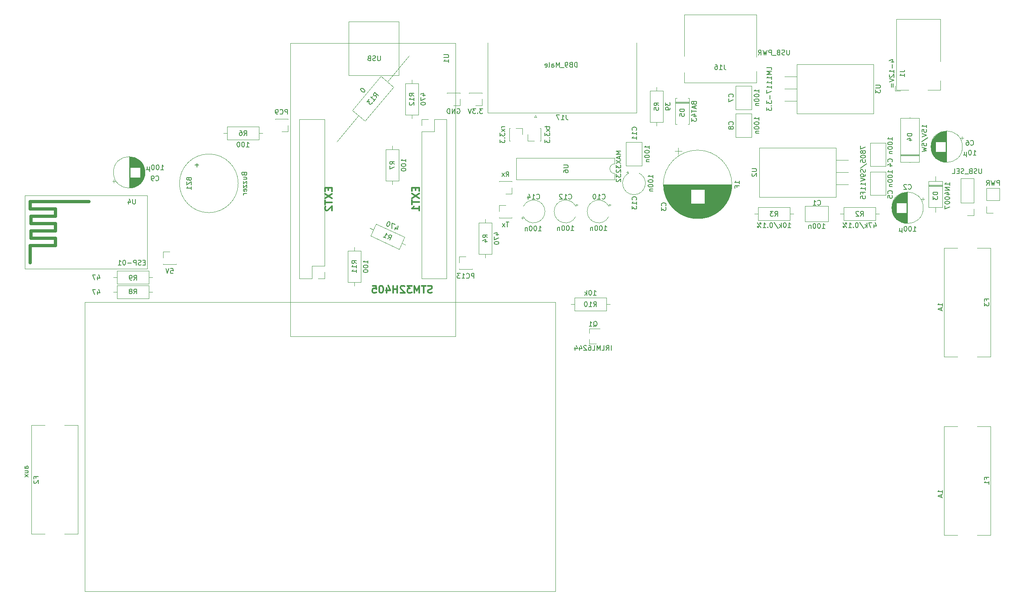
<source format=gbr>
G04 #@! TF.GenerationSoftware,KiCad,Pcbnew,(6.0.0-rc1-dev-1289-g6d8ca311f)*
G04 #@! TF.CreationDate,2018-12-30T23:18:29+01:00
G04 #@! TF.ProjectId,CT800_PCB,43543830-305f-4504-9342-2e6b69636164,rev?*
G04 #@! TF.SameCoordinates,Original*
G04 #@! TF.FileFunction,Legend,Bot*
G04 #@! TF.FilePolarity,Positive*
%FSLAX46Y46*%
G04 Gerber Fmt 4.6, Leading zero omitted, Abs format (unit mm)*
G04 Created by KiCad (PCBNEW (6.0.0-rc1-dev-1289-g6d8ca311f)) date 30.12.2018 23:18:29*
%MOMM*%
%LPD*%
G01*
G04 APERTURE LIST*
%ADD10C,0.120000*%
%ADD11C,0.700000*%
%ADD12C,0.150000*%
%ADD13C,0.300000*%
G04 APERTURE END LIST*
D10*
G04 #@! TO.C,R13*
X122338306Y-38235157D02*
X117813081Y-43628111D01*
X107348499Y-56099314D02*
X111873724Y-50706361D01*
X119130678Y-44733705D02*
X113191320Y-51811956D01*
X116495485Y-42522516D02*
X119130678Y-44733705D01*
X110556127Y-49600766D02*
X116495485Y-42522516D01*
X113191320Y-51811956D02*
X110556127Y-49600766D01*
G04 #@! TO.C,J4*
X95885000Y-54035000D02*
X97215000Y-54035000D01*
X97215000Y-54035000D02*
X97215000Y-52705000D01*
X97215000Y-51495000D02*
X97215000Y-51375000D01*
X94555000Y-51495000D02*
X94555000Y-51375000D01*
X94555000Y-51375000D02*
X97215000Y-51375000D01*
G04 #@! TO.C,J3*
X134112000Y-79950000D02*
X132782000Y-79950000D01*
X132782000Y-79950000D02*
X132782000Y-81280000D01*
X132782000Y-82490000D02*
X132782000Y-82610000D01*
X135442000Y-82490000D02*
X135442000Y-82610000D01*
X135442000Y-82610000D02*
X132782000Y-82610000D01*
G04 #@! TO.C,F3*
X243052000Y-78232000D02*
X240252000Y-78232000D01*
X243052000Y-78232000D02*
X243052000Y-100832000D01*
X233452000Y-78232000D02*
X233452000Y-100832000D01*
X236252000Y-78232000D02*
X233452000Y-78232000D01*
X236252000Y-100832000D02*
X233452000Y-100832000D01*
X243052000Y-100832000D02*
X240252000Y-100832000D01*
G04 #@! TO.C,R6*
X83844000Y-54356000D02*
X84614000Y-54356000D01*
X91924000Y-54356000D02*
X91154000Y-54356000D01*
X84614000Y-52986000D02*
X91154000Y-52986000D01*
X84614000Y-55726000D02*
X84614000Y-52986000D01*
X91154000Y-55726000D02*
X84614000Y-55726000D01*
X91154000Y-52986000D02*
X91154000Y-55726000D01*
G04 #@! TO.C,U1*
X120199754Y-42351949D02*
X120199754Y-31175949D01*
X109785754Y-42351949D02*
X120199754Y-42351949D01*
X109785754Y-31175949D02*
X109785754Y-42351949D01*
X120199754Y-31175949D02*
X109785754Y-31175949D01*
X132010754Y-35620949D02*
X132010754Y-96580949D01*
X97720754Y-35620949D02*
X132010754Y-35620949D01*
X97720754Y-96580949D02*
X97720754Y-35620949D01*
X132010754Y-96580949D02*
X97720754Y-96580949D01*
X124965754Y-51435949D02*
X126295754Y-51435949D01*
X124965754Y-52765949D02*
X124965754Y-51435949D01*
X127565754Y-51435949D02*
X130165754Y-51435949D01*
X127565754Y-54035949D02*
X127565754Y-51435949D01*
X124965754Y-54035949D02*
X127565754Y-54035949D01*
X130165754Y-51435949D02*
X130165754Y-84575949D01*
X124965754Y-54035949D02*
X124965754Y-84575949D01*
X124965754Y-84575949D02*
X130165754Y-84575949D01*
X104774927Y-84567337D02*
X103444927Y-84567337D01*
X104774927Y-83237337D02*
X104774927Y-84567337D01*
X102174927Y-84567337D02*
X99574927Y-84567337D01*
X102174927Y-81967337D02*
X102174927Y-84567337D01*
X104774927Y-81967337D02*
X102174927Y-81967337D01*
X99574927Y-84567337D02*
X99574927Y-51427337D01*
X104774927Y-81967337D02*
X104774927Y-51427337D01*
X104774927Y-51427337D02*
X99574927Y-51427337D01*
G04 #@! TO.C,U5*
X54987000Y-89433400D02*
X54987000Y-149567900D01*
X152730200Y-89433400D02*
X54987000Y-89433400D01*
X152727000Y-149555200D02*
X152731000Y-89435000D01*
X54991000Y-149575000D02*
X152730200Y-149555200D01*
G04 #@! TO.C,Q1*
X159768000Y-98100000D02*
X161228000Y-98100000D01*
X159768000Y-94940000D02*
X161928000Y-94940000D01*
X159768000Y-94940000D02*
X159768000Y-95870000D01*
X159768000Y-98100000D02*
X159768000Y-97170000D01*
G04 #@! TO.C,J15*
X142367000Y-66989000D02*
X143697000Y-66989000D01*
X143697000Y-66989000D02*
X143697000Y-65659000D01*
X143697000Y-64449000D02*
X143697000Y-64329000D01*
X141037000Y-64449000D02*
X141037000Y-64329000D01*
X141037000Y-64329000D02*
X143697000Y-64329000D01*
G04 #@! TO.C,J14*
X142367000Y-69282000D02*
X141037000Y-69282000D01*
X141037000Y-69282000D02*
X141037000Y-70612000D01*
X141037000Y-71822000D02*
X141037000Y-71942000D01*
X143697000Y-71822000D02*
X143697000Y-71942000D01*
X143697000Y-71942000D02*
X141037000Y-71942000D01*
G04 #@! TO.C,J13*
X145856000Y-54610000D02*
X145856000Y-53280000D01*
X145856000Y-53280000D02*
X144526000Y-53280000D01*
X143316000Y-53280000D02*
X143196000Y-53280000D01*
X143316000Y-55940000D02*
X143196000Y-55940000D01*
X143196000Y-55940000D02*
X143196000Y-53280000D01*
G04 #@! TO.C,J12*
X147006000Y-54610000D02*
X147006000Y-55940000D01*
X147006000Y-55940000D02*
X148336000Y-55940000D01*
X149546000Y-55940000D02*
X149666000Y-55940000D01*
X149546000Y-53280000D02*
X149666000Y-53280000D01*
X149666000Y-53280000D02*
X149666000Y-55940000D01*
G04 #@! TO.C,U6*
X165033000Y-59472000D02*
X165033000Y-60722000D01*
X144593000Y-59472000D02*
X165033000Y-59472000D01*
X144593000Y-63972000D02*
X144593000Y-59472000D01*
X165033000Y-63972000D02*
X144593000Y-63972000D01*
X165033000Y-62722000D02*
X165033000Y-63972000D01*
X165033000Y-60722000D02*
G75*
G03X165033000Y-62722000I0J-1000000D01*
G01*
G04 #@! TO.C,U3*
X202849733Y-42584068D02*
X200309733Y-42584068D01*
X202849733Y-45124068D02*
X200309733Y-45124068D01*
X202849733Y-47664068D02*
X200309733Y-47664068D01*
X218739733Y-40004068D02*
X202849733Y-40004068D01*
X218739733Y-50244068D02*
X202849733Y-50244068D01*
X218739733Y-50244068D02*
X218739733Y-40004068D01*
X202849733Y-50244068D02*
X202849733Y-40004068D01*
G04 #@! TO.C,U2*
X210949720Y-65024000D02*
X213489720Y-65024000D01*
X210949720Y-62484000D02*
X213489720Y-62484000D01*
X210949720Y-59944000D02*
X213489720Y-59944000D01*
X195059720Y-67604000D02*
X210949720Y-67604000D01*
X195059720Y-57364000D02*
X210949720Y-57364000D01*
X195059720Y-57364000D02*
X195059720Y-67604000D01*
X210949720Y-57364000D02*
X210949720Y-67604000D01*
G04 #@! TO.C,R12*
X122936000Y-51284000D02*
X122936000Y-50514000D01*
X122936000Y-43204000D02*
X122936000Y-43974000D01*
X121566000Y-50514000D02*
X121566000Y-43974000D01*
X124306000Y-50514000D02*
X121566000Y-50514000D01*
X124306000Y-43974000D02*
X124306000Y-50514000D01*
X121566000Y-43974000D02*
X124306000Y-43974000D01*
G04 #@! TO.C,R11*
X110998000Y-86082000D02*
X110998000Y-85312000D01*
X110998000Y-78002000D02*
X110998000Y-78772000D01*
X109628000Y-85312000D02*
X109628000Y-78772000D01*
X112368000Y-85312000D02*
X109628000Y-85312000D01*
X112368000Y-78772000D02*
X112368000Y-85312000D01*
X109628000Y-78772000D02*
X112368000Y-78772000D01*
G04 #@! TO.C,R10*
X164060000Y-89916000D02*
X163290000Y-89916000D01*
X155980000Y-89916000D02*
X156750000Y-89916000D01*
X163290000Y-91286000D02*
X156750000Y-91286000D01*
X163290000Y-88546000D02*
X163290000Y-91286000D01*
X156750000Y-88546000D02*
X163290000Y-88546000D01*
X156750000Y-91286000D02*
X156750000Y-88546000D01*
G04 #@! TO.C,R9*
X60984000Y-84328000D02*
X61754000Y-84328000D01*
X69064000Y-84328000D02*
X68294000Y-84328000D01*
X61754000Y-82958000D02*
X68294000Y-82958000D01*
X61754000Y-85698000D02*
X61754000Y-82958000D01*
X68294000Y-85698000D02*
X61754000Y-85698000D01*
X68294000Y-82958000D02*
X68294000Y-85698000D01*
G04 #@! TO.C,R8*
X69064000Y-87376000D02*
X68294000Y-87376000D01*
X60984000Y-87376000D02*
X61754000Y-87376000D01*
X68294000Y-88746000D02*
X61754000Y-88746000D01*
X68294000Y-86006000D02*
X68294000Y-88746000D01*
X61754000Y-86006000D02*
X68294000Y-86006000D01*
X61754000Y-88746000D02*
X61754000Y-86006000D01*
G04 #@! TO.C,R7*
X118872000Y-65000000D02*
X118872000Y-64230000D01*
X118872000Y-56920000D02*
X118872000Y-57690000D01*
X117502000Y-64230000D02*
X117502000Y-57690000D01*
X120242000Y-64230000D02*
X117502000Y-64230000D01*
X120242000Y-57690000D02*
X120242000Y-64230000D01*
X117502000Y-57690000D02*
X120242000Y-57690000D01*
G04 #@! TO.C,R5*
X173736000Y-52808000D02*
X173736000Y-52038000D01*
X173736000Y-44728000D02*
X173736000Y-45498000D01*
X172366000Y-52038000D02*
X172366000Y-45498000D01*
X175106000Y-52038000D02*
X172366000Y-52038000D01*
X175106000Y-45498000D02*
X175106000Y-52038000D01*
X172366000Y-45498000D02*
X175106000Y-45498000D01*
G04 #@! TO.C,R4*
X138176000Y-80240000D02*
X138176000Y-79470000D01*
X138176000Y-72160000D02*
X138176000Y-72930000D01*
X136806000Y-79470000D02*
X136806000Y-72930000D01*
X139546000Y-79470000D02*
X136806000Y-79470000D01*
X139546000Y-72930000D02*
X139546000Y-79470000D01*
X136806000Y-72930000D02*
X139546000Y-72930000D01*
G04 #@! TO.C,R3*
X194080000Y-71120000D02*
X194850000Y-71120000D01*
X202160000Y-71120000D02*
X201390000Y-71120000D01*
X194850000Y-69750000D02*
X201390000Y-69750000D01*
X194850000Y-72490000D02*
X194850000Y-69750000D01*
X201390000Y-72490000D02*
X194850000Y-72490000D01*
X201390000Y-69750000D02*
X201390000Y-72490000D01*
G04 #@! TO.C,R2*
X211860000Y-71120000D02*
X212630000Y-71120000D01*
X219940000Y-71120000D02*
X219170000Y-71120000D01*
X212630000Y-69750000D02*
X219170000Y-69750000D01*
X212630000Y-72490000D02*
X212630000Y-69750000D01*
X219170000Y-72490000D02*
X212630000Y-72490000D01*
X219170000Y-69750000D02*
X219170000Y-72490000D01*
G04 #@! TO.C,R1*
X121549527Y-77514279D02*
X120851670Y-77188862D01*
X114226560Y-74099523D02*
X114924417Y-74424939D01*
X120272683Y-78430504D02*
X114345430Y-75666581D01*
X121430657Y-75947221D02*
X120272683Y-78430504D01*
X115503404Y-73183297D02*
X121430657Y-75947221D01*
X114345430Y-75666581D02*
X115503404Y-73183297D01*
G04 #@! TO.C,JP5*
X238252000Y-71434000D02*
X239582000Y-71434000D01*
X239582000Y-71434000D02*
X239582000Y-70104000D01*
X239582000Y-68834000D02*
X239582000Y-63694000D01*
X236922000Y-63694000D02*
X239582000Y-63694000D01*
X236922000Y-68834000D02*
X236922000Y-63694000D01*
X236922000Y-68834000D02*
X239582000Y-68834000D01*
G04 #@! TO.C,J10*
X131572000Y-48574000D02*
X132902000Y-48574000D01*
X132902000Y-48574000D02*
X132902000Y-47244000D01*
X132902000Y-46034000D02*
X132902000Y-45914000D01*
X130242000Y-46034000D02*
X130242000Y-45914000D01*
X130242000Y-45914000D02*
X132902000Y-45914000D01*
G04 #@! TO.C,J17*
X148590000Y-50581325D02*
X148340000Y-51014338D01*
X148840000Y-51014338D02*
X148590000Y-50581325D01*
X148340000Y-51014338D02*
X148840000Y-51014338D01*
X169615000Y-50120000D02*
X169615000Y-35580000D01*
X138645000Y-50120000D02*
X169615000Y-50120000D01*
X138645000Y-35580000D02*
X138645000Y-50120000D01*
G04 #@! TO.C,J9*
X136144000Y-48574000D02*
X137474000Y-48574000D01*
X137474000Y-48574000D02*
X137474000Y-47244000D01*
X137474000Y-46034000D02*
X137474000Y-45914000D01*
X134814000Y-46034000D02*
X134814000Y-45914000D01*
X134814000Y-45914000D02*
X137474000Y-45914000D01*
G04 #@! TO.C,J7*
X72644000Y-78934000D02*
X71314000Y-78934000D01*
X71314000Y-78934000D02*
X71314000Y-80264000D01*
X71314000Y-81474000D02*
X71314000Y-81594000D01*
X73974000Y-81474000D02*
X73974000Y-81594000D01*
X73974000Y-81594000D02*
X71314000Y-81594000D01*
G04 #@! TO.C,J1*
X223492000Y-45350000D02*
X226092000Y-45350000D01*
X223492000Y-30650000D02*
X223492000Y-45350000D01*
X232692000Y-45350000D02*
X232692000Y-43450000D01*
X229992000Y-45350000D02*
X232692000Y-45350000D01*
X232692000Y-30650000D02*
X223492000Y-30650000D01*
X232692000Y-39450000D02*
X232692000Y-30650000D01*
X223292000Y-44500000D02*
X223292000Y-45550000D01*
X224342000Y-45550000D02*
X223292000Y-45550000D01*
G04 #@! TO.C,F2*
X43968000Y-137668000D02*
X46768000Y-137668000D01*
X43968000Y-137668000D02*
X43968000Y-115068000D01*
X53568000Y-137668000D02*
X53568000Y-115068000D01*
X50768000Y-137668000D02*
X53568000Y-137668000D01*
X50768000Y-115068000D02*
X53568000Y-115068000D01*
X43968000Y-115068000D02*
X46768000Y-115068000D01*
G04 #@! TO.C,F1*
X243052000Y-115316000D02*
X240252000Y-115316000D01*
X243052000Y-115316000D02*
X243052000Y-137916000D01*
X233452000Y-115316000D02*
X233452000Y-137916000D01*
X236252000Y-115316000D02*
X233452000Y-115316000D01*
X236252000Y-137916000D02*
X233452000Y-137916000D01*
X243052000Y-137916000D02*
X240252000Y-137916000D01*
G04 #@! TO.C,D5*
X177600000Y-47844000D02*
X180540000Y-47844000D01*
X177600000Y-48084000D02*
X180540000Y-48084000D01*
X177600000Y-47964000D02*
X180540000Y-47964000D01*
X180540000Y-52504000D02*
X180210000Y-52504000D01*
X180540000Y-47064000D02*
X180540000Y-52504000D01*
X180210000Y-47064000D02*
X180540000Y-47064000D01*
X177600000Y-52504000D02*
X177930000Y-52504000D01*
X177600000Y-47064000D02*
X177600000Y-52504000D01*
X177930000Y-47064000D02*
X177600000Y-47064000D01*
G04 #@! TO.C,D4*
X228284000Y-58988000D02*
X224344000Y-58988000D01*
X228284000Y-58748000D02*
X224344000Y-58748000D01*
X228284000Y-58868000D02*
X224344000Y-58868000D01*
X226314000Y-51043000D02*
X226314000Y-51183000D01*
X226314000Y-60463000D02*
X226314000Y-60323000D01*
X228284000Y-51183000D02*
X228284000Y-60323000D01*
X224344000Y-51183000D02*
X228284000Y-51183000D01*
X224344000Y-60323000D02*
X224344000Y-51183000D01*
X228284000Y-60323000D02*
X224344000Y-60323000D01*
G04 #@! TO.C,D3*
X230178000Y-65116000D02*
X233118000Y-65116000D01*
X230178000Y-65356000D02*
X233118000Y-65356000D01*
X230178000Y-65236000D02*
X233118000Y-65236000D01*
X231648000Y-70796000D02*
X231648000Y-69776000D01*
X231648000Y-63316000D02*
X231648000Y-64336000D01*
X230178000Y-69776000D02*
X230178000Y-64336000D01*
X233118000Y-69776000D02*
X230178000Y-69776000D01*
X233118000Y-64336000D02*
X233118000Y-69776000D01*
X230178000Y-64336000D02*
X233118000Y-64336000D01*
G04 #@! TO.C,C14*
X145876712Y-72172000D02*
X145876712Y-71722000D01*
X145651712Y-71947000D02*
X146101712Y-71947000D01*
X146069260Y-69552000D02*
G75*
G02X146069259Y-71672000I2119740J-1060000D01*
G01*
G04 #@! TO.C,C13*
X167477000Y-62437712D02*
X167927000Y-62437712D01*
X167702000Y-62212712D02*
X167702000Y-62662712D01*
X170097000Y-62630260D02*
G75*
G02X167977000Y-62630259I-1060000J-2119740D01*
G01*
G04 #@! TO.C,C12*
X157145288Y-69052000D02*
X157145288Y-69502000D01*
X157370288Y-69277000D02*
X156920288Y-69277000D01*
X156952740Y-71672000D02*
G75*
G02X156952741Y-69552000I-2119740J1060000D01*
G01*
G04 #@! TO.C,C11*
X167417000Y-61074000D02*
X170657000Y-61074000D01*
X167417000Y-56234000D02*
X170657000Y-56234000D01*
X170657000Y-56234000D02*
X170657000Y-61074000D01*
X167417000Y-56234000D02*
X167417000Y-61074000D01*
G04 #@! TO.C,C10*
X164003288Y-69052000D02*
X164003288Y-69502000D01*
X164228288Y-69277000D02*
X163778288Y-69277000D01*
X163810740Y-71672000D02*
G75*
G02X163810741Y-69552000I-2119740J1060000D01*
G01*
G04 #@! TO.C,C9*
X61056759Y-64638000D02*
X61056759Y-64008000D01*
X60741759Y-64323000D02*
X61371759Y-64323000D01*
X67483000Y-62886000D02*
X67483000Y-62082000D01*
X67443000Y-63117000D02*
X67443000Y-61851000D01*
X67403000Y-63286000D02*
X67403000Y-61682000D01*
X67363000Y-63424000D02*
X67363000Y-61544000D01*
X67323000Y-63543000D02*
X67323000Y-61425000D01*
X67283000Y-63649000D02*
X67283000Y-61319000D01*
X67243000Y-63746000D02*
X67243000Y-61222000D01*
X67203000Y-63834000D02*
X67203000Y-61134000D01*
X67163000Y-63916000D02*
X67163000Y-61052000D01*
X67123000Y-63993000D02*
X67123000Y-60975000D01*
X67083000Y-64065000D02*
X67083000Y-60903000D01*
X67043000Y-64134000D02*
X67043000Y-60834000D01*
X67003000Y-64198000D02*
X67003000Y-60770000D01*
X66963000Y-64260000D02*
X66963000Y-60708000D01*
X66923000Y-64318000D02*
X66923000Y-60650000D01*
X66883000Y-64374000D02*
X66883000Y-60594000D01*
X66843000Y-64428000D02*
X66843000Y-60540000D01*
X66803000Y-64479000D02*
X66803000Y-60489000D01*
X66763000Y-64528000D02*
X66763000Y-60440000D01*
X66723000Y-64576000D02*
X66723000Y-60392000D01*
X66683000Y-64621000D02*
X66683000Y-60347000D01*
X66643000Y-64666000D02*
X66643000Y-60302000D01*
X66603000Y-64708000D02*
X66603000Y-60260000D01*
X66563000Y-64749000D02*
X66563000Y-60219000D01*
X66523000Y-61444000D02*
X66523000Y-60179000D01*
X66523000Y-64789000D02*
X66523000Y-63524000D01*
X66483000Y-61444000D02*
X66483000Y-60141000D01*
X66483000Y-64827000D02*
X66483000Y-63524000D01*
X66443000Y-61444000D02*
X66443000Y-60104000D01*
X66443000Y-64864000D02*
X66443000Y-63524000D01*
X66403000Y-61444000D02*
X66403000Y-60068000D01*
X66403000Y-64900000D02*
X66403000Y-63524000D01*
X66363000Y-61444000D02*
X66363000Y-60034000D01*
X66363000Y-64934000D02*
X66363000Y-63524000D01*
X66323000Y-61444000D02*
X66323000Y-60000000D01*
X66323000Y-64968000D02*
X66323000Y-63524000D01*
X66283000Y-61444000D02*
X66283000Y-59968000D01*
X66283000Y-65000000D02*
X66283000Y-63524000D01*
X66243000Y-61444000D02*
X66243000Y-59936000D01*
X66243000Y-65032000D02*
X66243000Y-63524000D01*
X66203000Y-61444000D02*
X66203000Y-59906000D01*
X66203000Y-65062000D02*
X66203000Y-63524000D01*
X66163000Y-61444000D02*
X66163000Y-59877000D01*
X66163000Y-65091000D02*
X66163000Y-63524000D01*
X66123000Y-61444000D02*
X66123000Y-59848000D01*
X66123000Y-65120000D02*
X66123000Y-63524000D01*
X66083000Y-61444000D02*
X66083000Y-59820000D01*
X66083000Y-65148000D02*
X66083000Y-63524000D01*
X66043000Y-61444000D02*
X66043000Y-59794000D01*
X66043000Y-65174000D02*
X66043000Y-63524000D01*
X66003000Y-61444000D02*
X66003000Y-59768000D01*
X66003000Y-65200000D02*
X66003000Y-63524000D01*
X65963000Y-61444000D02*
X65963000Y-59742000D01*
X65963000Y-65226000D02*
X65963000Y-63524000D01*
X65923000Y-61444000D02*
X65923000Y-59718000D01*
X65923000Y-65250000D02*
X65923000Y-63524000D01*
X65883000Y-61444000D02*
X65883000Y-59694000D01*
X65883000Y-65274000D02*
X65883000Y-63524000D01*
X65843000Y-61444000D02*
X65843000Y-59672000D01*
X65843000Y-65296000D02*
X65843000Y-63524000D01*
X65803000Y-61444000D02*
X65803000Y-59650000D01*
X65803000Y-65318000D02*
X65803000Y-63524000D01*
X65763000Y-61444000D02*
X65763000Y-59628000D01*
X65763000Y-65340000D02*
X65763000Y-63524000D01*
X65723000Y-61444000D02*
X65723000Y-59608000D01*
X65723000Y-65360000D02*
X65723000Y-63524000D01*
X65683000Y-61444000D02*
X65683000Y-59588000D01*
X65683000Y-65380000D02*
X65683000Y-63524000D01*
X65643000Y-61444000D02*
X65643000Y-59568000D01*
X65643000Y-65400000D02*
X65643000Y-63524000D01*
X65603000Y-61444000D02*
X65603000Y-59550000D01*
X65603000Y-65418000D02*
X65603000Y-63524000D01*
X65563000Y-61444000D02*
X65563000Y-59532000D01*
X65563000Y-65436000D02*
X65563000Y-63524000D01*
X65523000Y-61444000D02*
X65523000Y-59514000D01*
X65523000Y-65454000D02*
X65523000Y-63524000D01*
X65483000Y-61444000D02*
X65483000Y-59498000D01*
X65483000Y-65470000D02*
X65483000Y-63524000D01*
X65443000Y-61444000D02*
X65443000Y-59482000D01*
X65443000Y-65486000D02*
X65443000Y-63524000D01*
X65403000Y-61444000D02*
X65403000Y-59466000D01*
X65403000Y-65502000D02*
X65403000Y-63524000D01*
X65363000Y-61444000D02*
X65363000Y-59451000D01*
X65363000Y-65517000D02*
X65363000Y-63524000D01*
X65323000Y-61444000D02*
X65323000Y-59437000D01*
X65323000Y-65531000D02*
X65323000Y-63524000D01*
X65283000Y-61444000D02*
X65283000Y-59423000D01*
X65283000Y-65545000D02*
X65283000Y-63524000D01*
X65243000Y-61444000D02*
X65243000Y-59410000D01*
X65243000Y-65558000D02*
X65243000Y-63524000D01*
X65203000Y-61444000D02*
X65203000Y-59398000D01*
X65203000Y-65570000D02*
X65203000Y-63524000D01*
X65163000Y-61444000D02*
X65163000Y-59386000D01*
X65163000Y-65582000D02*
X65163000Y-63524000D01*
X65123000Y-61444000D02*
X65123000Y-59374000D01*
X65123000Y-65594000D02*
X65123000Y-63524000D01*
X65083000Y-61444000D02*
X65083000Y-59363000D01*
X65083000Y-65605000D02*
X65083000Y-63524000D01*
X65043000Y-61444000D02*
X65043000Y-59353000D01*
X65043000Y-65615000D02*
X65043000Y-63524000D01*
X65003000Y-61444000D02*
X65003000Y-59343000D01*
X65003000Y-65625000D02*
X65003000Y-63524000D01*
X64963000Y-61444000D02*
X64963000Y-59334000D01*
X64963000Y-65634000D02*
X64963000Y-63524000D01*
X64922000Y-61444000D02*
X64922000Y-59325000D01*
X64922000Y-65643000D02*
X64922000Y-63524000D01*
X64882000Y-61444000D02*
X64882000Y-59317000D01*
X64882000Y-65651000D02*
X64882000Y-63524000D01*
X64842000Y-61444000D02*
X64842000Y-59309000D01*
X64842000Y-65659000D02*
X64842000Y-63524000D01*
X64802000Y-61444000D02*
X64802000Y-59302000D01*
X64802000Y-65666000D02*
X64802000Y-63524000D01*
X64762000Y-61444000D02*
X64762000Y-59295000D01*
X64762000Y-65673000D02*
X64762000Y-63524000D01*
X64722000Y-61444000D02*
X64722000Y-59289000D01*
X64722000Y-65679000D02*
X64722000Y-63524000D01*
X64682000Y-61444000D02*
X64682000Y-59283000D01*
X64682000Y-65685000D02*
X64682000Y-63524000D01*
X64642000Y-61444000D02*
X64642000Y-59278000D01*
X64642000Y-65690000D02*
X64642000Y-63524000D01*
X64602000Y-61444000D02*
X64602000Y-59273000D01*
X64602000Y-65695000D02*
X64602000Y-63524000D01*
X64562000Y-61444000D02*
X64562000Y-59269000D01*
X64562000Y-65699000D02*
X64562000Y-63524000D01*
X64522000Y-61444000D02*
X64522000Y-59266000D01*
X64522000Y-65702000D02*
X64522000Y-63524000D01*
X64482000Y-61444000D02*
X64482000Y-59262000D01*
X64482000Y-65706000D02*
X64482000Y-63524000D01*
X64442000Y-65708000D02*
X64442000Y-59260000D01*
X64402000Y-65711000D02*
X64402000Y-59257000D01*
X64362000Y-65712000D02*
X64362000Y-59256000D01*
X64322000Y-65714000D02*
X64322000Y-59254000D01*
X64282000Y-65714000D02*
X64282000Y-59254000D01*
X64242000Y-65714000D02*
X64242000Y-59254000D01*
X67512000Y-62484000D02*
G75*
G03X67512000Y-62484000I-3270000J0D01*
G01*
G04 #@! TO.C,C8*
X190173733Y-55144068D02*
X193413733Y-55144068D01*
X190173733Y-50304068D02*
X193413733Y-50304068D01*
X193413733Y-50304068D02*
X193413733Y-55144068D01*
X190173733Y-50304068D02*
X190173733Y-55144068D01*
G04 #@! TO.C,C7*
X190173733Y-49390000D02*
X193413733Y-49390000D01*
X190173733Y-44550000D02*
X193413733Y-44550000D01*
X193413733Y-44550000D02*
X193413733Y-49390000D01*
X190173733Y-44550000D02*
X190173733Y-49390000D01*
G04 #@! TO.C,C5*
X221330000Y-62370000D02*
X218090000Y-62370000D01*
X221330000Y-67210000D02*
X218090000Y-67210000D01*
X218090000Y-67210000D02*
X218090000Y-62370000D01*
X221330000Y-67210000D02*
X221330000Y-62370000D01*
G04 #@! TO.C,C4*
X218090000Y-61185728D02*
X221330000Y-61185728D01*
X218090000Y-56345728D02*
X221330000Y-56345728D01*
X221330000Y-56345728D02*
X221330000Y-61185728D01*
X218090000Y-56345728D02*
X218090000Y-61185728D01*
G04 #@! TO.C,C3*
X177550000Y-58064457D02*
X178950000Y-58064457D01*
X178250000Y-57364457D02*
X178250000Y-58764457D01*
X181531000Y-72065000D02*
X182959000Y-72065000D01*
X181220000Y-72025000D02*
X183270000Y-72025000D01*
X180983000Y-71985000D02*
X183507000Y-71985000D01*
X180784000Y-71945000D02*
X183706000Y-71945000D01*
X180609000Y-71905000D02*
X183881000Y-71905000D01*
X180451000Y-71865000D02*
X184039000Y-71865000D01*
X180307000Y-71825000D02*
X184183000Y-71825000D01*
X180174000Y-71785000D02*
X184316000Y-71785000D01*
X180049000Y-71745000D02*
X184441000Y-71745000D01*
X179932000Y-71705000D02*
X184558000Y-71705000D01*
X179820000Y-71665000D02*
X184670000Y-71665000D01*
X179715000Y-71625000D02*
X184775000Y-71625000D01*
X179613000Y-71585000D02*
X184877000Y-71585000D01*
X179517000Y-71545000D02*
X184973000Y-71545000D01*
X179424000Y-71505000D02*
X185066000Y-71505000D01*
X179334000Y-71465000D02*
X185156000Y-71465000D01*
X179248000Y-71425000D02*
X185242000Y-71425000D01*
X179165000Y-71385000D02*
X185325000Y-71385000D01*
X179084000Y-71345000D02*
X185406000Y-71345000D01*
X179005000Y-71305000D02*
X185485000Y-71305000D01*
X178930000Y-71265000D02*
X185560000Y-71265000D01*
X178856000Y-71225000D02*
X185634000Y-71225000D01*
X178784000Y-71185000D02*
X185706000Y-71185000D01*
X178714000Y-71145000D02*
X185776000Y-71145000D01*
X178646000Y-71105000D02*
X185844000Y-71105000D01*
X178579000Y-71065000D02*
X185911000Y-71065000D01*
X178515000Y-71025000D02*
X185975000Y-71025000D01*
X178451000Y-70985000D02*
X186039000Y-70985000D01*
X178389000Y-70945000D02*
X186101000Y-70945000D01*
X178329000Y-70905000D02*
X186161000Y-70905000D01*
X178270000Y-70865000D02*
X186220000Y-70865000D01*
X178212000Y-70825000D02*
X186278000Y-70825000D01*
X178155000Y-70785000D02*
X186335000Y-70785000D01*
X178099000Y-70745000D02*
X186391000Y-70745000D01*
X178045000Y-70705000D02*
X186445000Y-70705000D01*
X177991000Y-70665000D02*
X186499000Y-70665000D01*
X177939000Y-70625000D02*
X186551000Y-70625000D01*
X177887000Y-70585000D02*
X186603000Y-70585000D01*
X177837000Y-70545000D02*
X186653000Y-70545000D01*
X177787000Y-70505000D02*
X186703000Y-70505000D01*
X177739000Y-70465000D02*
X186751000Y-70465000D01*
X177691000Y-70425000D02*
X186799000Y-70425000D01*
X177644000Y-70385000D02*
X186846000Y-70385000D01*
X177598000Y-70345000D02*
X186892000Y-70345000D01*
X177552000Y-70305000D02*
X186938000Y-70305000D01*
X177508000Y-70265000D02*
X186982000Y-70265000D01*
X177464000Y-70225000D02*
X187026000Y-70225000D01*
X177421000Y-70185000D02*
X187069000Y-70185000D01*
X177379000Y-70145000D02*
X187111000Y-70145000D01*
X177337000Y-70105000D02*
X187153000Y-70105000D01*
X177296000Y-70065000D02*
X187194000Y-70065000D01*
X177255000Y-70025000D02*
X187235000Y-70025000D01*
X177216000Y-69985000D02*
X187274000Y-69985000D01*
X177176000Y-69945000D02*
X187314000Y-69945000D01*
X177138000Y-69905000D02*
X187352000Y-69905000D01*
X177100000Y-69865000D02*
X187390000Y-69865000D01*
X177063000Y-69825000D02*
X187427000Y-69825000D01*
X177026000Y-69785000D02*
X187464000Y-69785000D01*
X176990000Y-69745000D02*
X187500000Y-69745000D01*
X176954000Y-69705000D02*
X187536000Y-69705000D01*
X176919000Y-69665000D02*
X187571000Y-69665000D01*
X176884000Y-69625000D02*
X187606000Y-69625000D01*
X176850000Y-69585000D02*
X187640000Y-69585000D01*
X176816000Y-69545000D02*
X187674000Y-69545000D01*
X176783000Y-69505000D02*
X187707000Y-69505000D01*
X176751000Y-69465000D02*
X187739000Y-69465000D01*
X176718000Y-69425000D02*
X187772000Y-69425000D01*
X176687000Y-69385000D02*
X187803000Y-69385000D01*
X176656000Y-69345000D02*
X187834000Y-69345000D01*
X176625000Y-69305000D02*
X187865000Y-69305000D01*
X176595000Y-69265000D02*
X187895000Y-69265000D01*
X176565000Y-69225000D02*
X187925000Y-69225000D01*
X176535000Y-69185000D02*
X187955000Y-69185000D01*
X176506000Y-69145000D02*
X187984000Y-69145000D01*
X176478000Y-69105000D02*
X188012000Y-69105000D01*
X176449000Y-69065000D02*
X188041000Y-69065000D01*
X176422000Y-69025000D02*
X188068000Y-69025000D01*
X176394000Y-68985000D02*
X188096000Y-68985000D01*
X176367000Y-68945000D02*
X188123000Y-68945000D01*
X183685000Y-68905000D02*
X188149000Y-68905000D01*
X176341000Y-68905000D02*
X180805000Y-68905000D01*
X183685000Y-68865000D02*
X188175000Y-68865000D01*
X176315000Y-68865000D02*
X180805000Y-68865000D01*
X183685000Y-68825000D02*
X188201000Y-68825000D01*
X176289000Y-68825000D02*
X180805000Y-68825000D01*
X183685000Y-68785000D02*
X188227000Y-68785000D01*
X176263000Y-68785000D02*
X180805000Y-68785000D01*
X183685000Y-68745000D02*
X188252000Y-68745000D01*
X176238000Y-68745000D02*
X180805000Y-68745000D01*
X183685000Y-68705000D02*
X188276000Y-68705000D01*
X176214000Y-68705000D02*
X180805000Y-68705000D01*
X183685000Y-68665000D02*
X188301000Y-68665000D01*
X176189000Y-68665000D02*
X180805000Y-68665000D01*
X183685000Y-68625000D02*
X188325000Y-68625000D01*
X176165000Y-68625000D02*
X180805000Y-68625000D01*
X183685000Y-68585000D02*
X188348000Y-68585000D01*
X176142000Y-68585000D02*
X180805000Y-68585000D01*
X183685000Y-68545000D02*
X188372000Y-68545000D01*
X176118000Y-68545000D02*
X180805000Y-68545000D01*
X183685000Y-68505000D02*
X188395000Y-68505000D01*
X176095000Y-68505000D02*
X180805000Y-68505000D01*
X183685000Y-68465000D02*
X188417000Y-68465000D01*
X176073000Y-68465000D02*
X180805000Y-68465000D01*
X183685000Y-68425000D02*
X188439000Y-68425000D01*
X176051000Y-68425000D02*
X180805000Y-68425000D01*
X183685000Y-68385000D02*
X188461000Y-68385000D01*
X176029000Y-68385000D02*
X180805000Y-68385000D01*
X183685000Y-68345000D02*
X188483000Y-68345000D01*
X176007000Y-68345000D02*
X180805000Y-68345000D01*
X183685000Y-68305000D02*
X188504000Y-68305000D01*
X175986000Y-68305000D02*
X180805000Y-68305000D01*
X183685000Y-68265000D02*
X188525000Y-68265000D01*
X175965000Y-68265000D02*
X180805000Y-68265000D01*
X183685000Y-68225000D02*
X188546000Y-68225000D01*
X175944000Y-68225000D02*
X180805000Y-68225000D01*
X183685000Y-68185000D02*
X188566000Y-68185000D01*
X175924000Y-68185000D02*
X180805000Y-68185000D01*
X183685000Y-68145000D02*
X188586000Y-68145000D01*
X175904000Y-68145000D02*
X180805000Y-68145000D01*
X183685000Y-68105000D02*
X188605000Y-68105000D01*
X175885000Y-68105000D02*
X180805000Y-68105000D01*
X183685000Y-68065000D02*
X188625000Y-68065000D01*
X175865000Y-68065000D02*
X180805000Y-68065000D01*
X183685000Y-68025000D02*
X188644000Y-68025000D01*
X175846000Y-68025000D02*
X180805000Y-68025000D01*
X183685000Y-67985000D02*
X188663000Y-67985000D01*
X175827000Y-67985000D02*
X180805000Y-67985000D01*
X183685000Y-67945000D02*
X188681000Y-67945000D01*
X175809000Y-67945000D02*
X180805000Y-67945000D01*
X183685000Y-67905000D02*
X188699000Y-67905000D01*
X175791000Y-67905000D02*
X180805000Y-67905000D01*
X183685000Y-67865000D02*
X188717000Y-67865000D01*
X175773000Y-67865000D02*
X180805000Y-67865000D01*
X183685000Y-67825000D02*
X188735000Y-67825000D01*
X175755000Y-67825000D02*
X180805000Y-67825000D01*
X183685000Y-67785000D02*
X188752000Y-67785000D01*
X175738000Y-67785000D02*
X180805000Y-67785000D01*
X183685000Y-67745000D02*
X188769000Y-67745000D01*
X175721000Y-67745000D02*
X180805000Y-67745000D01*
X183685000Y-67705000D02*
X188785000Y-67705000D01*
X175705000Y-67705000D02*
X180805000Y-67705000D01*
X183685000Y-67665000D02*
X188802000Y-67665000D01*
X175688000Y-67665000D02*
X180805000Y-67665000D01*
X183685000Y-67625000D02*
X188818000Y-67625000D01*
X175672000Y-67625000D02*
X180805000Y-67625000D01*
X183685000Y-67585000D02*
X188834000Y-67585000D01*
X175656000Y-67585000D02*
X180805000Y-67585000D01*
X183685000Y-67545000D02*
X188849000Y-67545000D01*
X175641000Y-67545000D02*
X180805000Y-67545000D01*
X183685000Y-67505000D02*
X188865000Y-67505000D01*
X175625000Y-67505000D02*
X180805000Y-67505000D01*
X183685000Y-67465000D02*
X188880000Y-67465000D01*
X175610000Y-67465000D02*
X180805000Y-67465000D01*
X183685000Y-67425000D02*
X188894000Y-67425000D01*
X175596000Y-67425000D02*
X180805000Y-67425000D01*
X183685000Y-67385000D02*
X188909000Y-67385000D01*
X175581000Y-67385000D02*
X180805000Y-67385000D01*
X183685000Y-67345000D02*
X188923000Y-67345000D01*
X175567000Y-67345000D02*
X180805000Y-67345000D01*
X183685000Y-67305000D02*
X188937000Y-67305000D01*
X175553000Y-67305000D02*
X180805000Y-67305000D01*
X183685000Y-67265000D02*
X188951000Y-67265000D01*
X175539000Y-67265000D02*
X180805000Y-67265000D01*
X183685000Y-67225000D02*
X188964000Y-67225000D01*
X175526000Y-67225000D02*
X180805000Y-67225000D01*
X183685000Y-67185000D02*
X188977000Y-67185000D01*
X175513000Y-67185000D02*
X180805000Y-67185000D01*
X183685000Y-67145000D02*
X188990000Y-67145000D01*
X175500000Y-67145000D02*
X180805000Y-67145000D01*
X183685000Y-67105000D02*
X189003000Y-67105000D01*
X175487000Y-67105000D02*
X180805000Y-67105000D01*
X183685000Y-67065000D02*
X189015000Y-67065000D01*
X175475000Y-67065000D02*
X180805000Y-67065000D01*
X183685000Y-67025000D02*
X189027000Y-67025000D01*
X175463000Y-67025000D02*
X180805000Y-67025000D01*
X183685000Y-66985000D02*
X189039000Y-66985000D01*
X175451000Y-66985000D02*
X180805000Y-66985000D01*
X183685000Y-66945000D02*
X189050000Y-66945000D01*
X175440000Y-66945000D02*
X180805000Y-66945000D01*
X183685000Y-66905000D02*
X189062000Y-66905000D01*
X175428000Y-66905000D02*
X180805000Y-66905000D01*
X183685000Y-66865000D02*
X189073000Y-66865000D01*
X175417000Y-66865000D02*
X180805000Y-66865000D01*
X183685000Y-66825000D02*
X189084000Y-66825000D01*
X175406000Y-66825000D02*
X180805000Y-66825000D01*
X183685000Y-66785000D02*
X189094000Y-66785000D01*
X175396000Y-66785000D02*
X180805000Y-66785000D01*
X183685000Y-66745000D02*
X189105000Y-66745000D01*
X175385000Y-66745000D02*
X180805000Y-66745000D01*
X183685000Y-66705000D02*
X189115000Y-66705000D01*
X175375000Y-66705000D02*
X180805000Y-66705000D01*
X183685000Y-66665000D02*
X189124000Y-66665000D01*
X175366000Y-66665000D02*
X180805000Y-66665000D01*
X183685000Y-66625000D02*
X189134000Y-66625000D01*
X175356000Y-66625000D02*
X180805000Y-66625000D01*
X183685000Y-66585000D02*
X189143000Y-66585000D01*
X175347000Y-66585000D02*
X180805000Y-66585000D01*
X183685000Y-66545000D02*
X189152000Y-66545000D01*
X175338000Y-66545000D02*
X180805000Y-66545000D01*
X183685000Y-66505000D02*
X189161000Y-66505000D01*
X175329000Y-66505000D02*
X180805000Y-66505000D01*
X183685000Y-66465000D02*
X189170000Y-66465000D01*
X175320000Y-66465000D02*
X180805000Y-66465000D01*
X183685000Y-66425000D02*
X189178000Y-66425000D01*
X175312000Y-66425000D02*
X180805000Y-66425000D01*
X183685000Y-66385000D02*
X189187000Y-66385000D01*
X175303000Y-66385000D02*
X180805000Y-66385000D01*
X183685000Y-66345000D02*
X189194000Y-66345000D01*
X175296000Y-66345000D02*
X180805000Y-66345000D01*
X183685000Y-66305000D02*
X189202000Y-66305000D01*
X175288000Y-66305000D02*
X180805000Y-66305000D01*
X183685000Y-66265000D02*
X189209000Y-66265000D01*
X175281000Y-66265000D02*
X180805000Y-66265000D01*
X183685000Y-66225000D02*
X189217000Y-66225000D01*
X175273000Y-66225000D02*
X180805000Y-66225000D01*
X183685000Y-66185000D02*
X189224000Y-66185000D01*
X175266000Y-66185000D02*
X180805000Y-66185000D01*
X183685000Y-66145000D02*
X189230000Y-66145000D01*
X175260000Y-66145000D02*
X180805000Y-66145000D01*
X183685000Y-66105000D02*
X189237000Y-66105000D01*
X175253000Y-66105000D02*
X180805000Y-66105000D01*
X183685000Y-66065000D02*
X189243000Y-66065000D01*
X175247000Y-66065000D02*
X180805000Y-66065000D01*
X175241000Y-66025000D02*
X189249000Y-66025000D01*
X175235000Y-65985000D02*
X189255000Y-65985000D01*
X175230000Y-65945000D02*
X189260000Y-65945000D01*
X175224000Y-65905000D02*
X189266000Y-65905000D01*
X175219000Y-65865000D02*
X189271000Y-65865000D01*
X175214000Y-65825000D02*
X189276000Y-65825000D01*
X175210000Y-65785000D02*
X189280000Y-65785000D01*
X175205000Y-65745000D02*
X189285000Y-65745000D01*
X175201000Y-65705000D02*
X189289000Y-65705000D01*
X175197000Y-65664000D02*
X189293000Y-65664000D01*
X175193000Y-65624000D02*
X189297000Y-65624000D01*
X175190000Y-65584000D02*
X189300000Y-65584000D01*
X175187000Y-65544000D02*
X189303000Y-65544000D01*
X175184000Y-65504000D02*
X189306000Y-65504000D01*
X175181000Y-65464000D02*
X189309000Y-65464000D01*
X175178000Y-65424000D02*
X189312000Y-65424000D01*
X175176000Y-65384000D02*
X189314000Y-65384000D01*
X175174000Y-65344000D02*
X189316000Y-65344000D01*
X175172000Y-65304000D02*
X189318000Y-65304000D01*
X175170000Y-65264000D02*
X189320000Y-65264000D01*
X175169000Y-65224000D02*
X189321000Y-65224000D01*
X175167000Y-65184000D02*
X189323000Y-65184000D01*
X175166000Y-65144000D02*
X189324000Y-65144000D01*
X175166000Y-65104000D02*
X189324000Y-65104000D01*
X175165000Y-65064000D02*
X189325000Y-65064000D01*
X175165000Y-65024000D02*
X189325000Y-65024000D01*
X175165000Y-64984000D02*
X189325000Y-64984000D01*
X189365000Y-64984000D02*
G75*
G03X189365000Y-64984000I-7120000J0D01*
G01*
G04 #@! TO.C,C2*
X229011241Y-67696000D02*
X229011241Y-68326000D01*
X229326241Y-68011000D02*
X228696241Y-68011000D01*
X222585000Y-69448000D02*
X222585000Y-70252000D01*
X222625000Y-69217000D02*
X222625000Y-70483000D01*
X222665000Y-69048000D02*
X222665000Y-70652000D01*
X222705000Y-68910000D02*
X222705000Y-70790000D01*
X222745000Y-68791000D02*
X222745000Y-70909000D01*
X222785000Y-68685000D02*
X222785000Y-71015000D01*
X222825000Y-68588000D02*
X222825000Y-71112000D01*
X222865000Y-68500000D02*
X222865000Y-71200000D01*
X222905000Y-68418000D02*
X222905000Y-71282000D01*
X222945000Y-68341000D02*
X222945000Y-71359000D01*
X222985000Y-68269000D02*
X222985000Y-71431000D01*
X223025000Y-68200000D02*
X223025000Y-71500000D01*
X223065000Y-68136000D02*
X223065000Y-71564000D01*
X223105000Y-68074000D02*
X223105000Y-71626000D01*
X223145000Y-68016000D02*
X223145000Y-71684000D01*
X223185000Y-67960000D02*
X223185000Y-71740000D01*
X223225000Y-67906000D02*
X223225000Y-71794000D01*
X223265000Y-67855000D02*
X223265000Y-71845000D01*
X223305000Y-67806000D02*
X223305000Y-71894000D01*
X223345000Y-67758000D02*
X223345000Y-71942000D01*
X223385000Y-67713000D02*
X223385000Y-71987000D01*
X223425000Y-67668000D02*
X223425000Y-72032000D01*
X223465000Y-67626000D02*
X223465000Y-72074000D01*
X223505000Y-67585000D02*
X223505000Y-72115000D01*
X223545000Y-70890000D02*
X223545000Y-72155000D01*
X223545000Y-67545000D02*
X223545000Y-68810000D01*
X223585000Y-70890000D02*
X223585000Y-72193000D01*
X223585000Y-67507000D02*
X223585000Y-68810000D01*
X223625000Y-70890000D02*
X223625000Y-72230000D01*
X223625000Y-67470000D02*
X223625000Y-68810000D01*
X223665000Y-70890000D02*
X223665000Y-72266000D01*
X223665000Y-67434000D02*
X223665000Y-68810000D01*
X223705000Y-70890000D02*
X223705000Y-72300000D01*
X223705000Y-67400000D02*
X223705000Y-68810000D01*
X223745000Y-70890000D02*
X223745000Y-72334000D01*
X223745000Y-67366000D02*
X223745000Y-68810000D01*
X223785000Y-70890000D02*
X223785000Y-72366000D01*
X223785000Y-67334000D02*
X223785000Y-68810000D01*
X223825000Y-70890000D02*
X223825000Y-72398000D01*
X223825000Y-67302000D02*
X223825000Y-68810000D01*
X223865000Y-70890000D02*
X223865000Y-72428000D01*
X223865000Y-67272000D02*
X223865000Y-68810000D01*
X223905000Y-70890000D02*
X223905000Y-72457000D01*
X223905000Y-67243000D02*
X223905000Y-68810000D01*
X223945000Y-70890000D02*
X223945000Y-72486000D01*
X223945000Y-67214000D02*
X223945000Y-68810000D01*
X223985000Y-70890000D02*
X223985000Y-72514000D01*
X223985000Y-67186000D02*
X223985000Y-68810000D01*
X224025000Y-70890000D02*
X224025000Y-72540000D01*
X224025000Y-67160000D02*
X224025000Y-68810000D01*
X224065000Y-70890000D02*
X224065000Y-72566000D01*
X224065000Y-67134000D02*
X224065000Y-68810000D01*
X224105000Y-70890000D02*
X224105000Y-72592000D01*
X224105000Y-67108000D02*
X224105000Y-68810000D01*
X224145000Y-70890000D02*
X224145000Y-72616000D01*
X224145000Y-67084000D02*
X224145000Y-68810000D01*
X224185000Y-70890000D02*
X224185000Y-72640000D01*
X224185000Y-67060000D02*
X224185000Y-68810000D01*
X224225000Y-70890000D02*
X224225000Y-72662000D01*
X224225000Y-67038000D02*
X224225000Y-68810000D01*
X224265000Y-70890000D02*
X224265000Y-72684000D01*
X224265000Y-67016000D02*
X224265000Y-68810000D01*
X224305000Y-70890000D02*
X224305000Y-72706000D01*
X224305000Y-66994000D02*
X224305000Y-68810000D01*
X224345000Y-70890000D02*
X224345000Y-72726000D01*
X224345000Y-66974000D02*
X224345000Y-68810000D01*
X224385000Y-70890000D02*
X224385000Y-72746000D01*
X224385000Y-66954000D02*
X224385000Y-68810000D01*
X224425000Y-70890000D02*
X224425000Y-72766000D01*
X224425000Y-66934000D02*
X224425000Y-68810000D01*
X224465000Y-70890000D02*
X224465000Y-72784000D01*
X224465000Y-66916000D02*
X224465000Y-68810000D01*
X224505000Y-70890000D02*
X224505000Y-72802000D01*
X224505000Y-66898000D02*
X224505000Y-68810000D01*
X224545000Y-70890000D02*
X224545000Y-72820000D01*
X224545000Y-66880000D02*
X224545000Y-68810000D01*
X224585000Y-70890000D02*
X224585000Y-72836000D01*
X224585000Y-66864000D02*
X224585000Y-68810000D01*
X224625000Y-70890000D02*
X224625000Y-72852000D01*
X224625000Y-66848000D02*
X224625000Y-68810000D01*
X224665000Y-70890000D02*
X224665000Y-72868000D01*
X224665000Y-66832000D02*
X224665000Y-68810000D01*
X224705000Y-70890000D02*
X224705000Y-72883000D01*
X224705000Y-66817000D02*
X224705000Y-68810000D01*
X224745000Y-70890000D02*
X224745000Y-72897000D01*
X224745000Y-66803000D02*
X224745000Y-68810000D01*
X224785000Y-70890000D02*
X224785000Y-72911000D01*
X224785000Y-66789000D02*
X224785000Y-68810000D01*
X224825000Y-70890000D02*
X224825000Y-72924000D01*
X224825000Y-66776000D02*
X224825000Y-68810000D01*
X224865000Y-70890000D02*
X224865000Y-72936000D01*
X224865000Y-66764000D02*
X224865000Y-68810000D01*
X224905000Y-70890000D02*
X224905000Y-72948000D01*
X224905000Y-66752000D02*
X224905000Y-68810000D01*
X224945000Y-70890000D02*
X224945000Y-72960000D01*
X224945000Y-66740000D02*
X224945000Y-68810000D01*
X224985000Y-70890000D02*
X224985000Y-72971000D01*
X224985000Y-66729000D02*
X224985000Y-68810000D01*
X225025000Y-70890000D02*
X225025000Y-72981000D01*
X225025000Y-66719000D02*
X225025000Y-68810000D01*
X225065000Y-70890000D02*
X225065000Y-72991000D01*
X225065000Y-66709000D02*
X225065000Y-68810000D01*
X225105000Y-70890000D02*
X225105000Y-73000000D01*
X225105000Y-66700000D02*
X225105000Y-68810000D01*
X225146000Y-70890000D02*
X225146000Y-73009000D01*
X225146000Y-66691000D02*
X225146000Y-68810000D01*
X225186000Y-70890000D02*
X225186000Y-73017000D01*
X225186000Y-66683000D02*
X225186000Y-68810000D01*
X225226000Y-70890000D02*
X225226000Y-73025000D01*
X225226000Y-66675000D02*
X225226000Y-68810000D01*
X225266000Y-70890000D02*
X225266000Y-73032000D01*
X225266000Y-66668000D02*
X225266000Y-68810000D01*
X225306000Y-70890000D02*
X225306000Y-73039000D01*
X225306000Y-66661000D02*
X225306000Y-68810000D01*
X225346000Y-70890000D02*
X225346000Y-73045000D01*
X225346000Y-66655000D02*
X225346000Y-68810000D01*
X225386000Y-70890000D02*
X225386000Y-73051000D01*
X225386000Y-66649000D02*
X225386000Y-68810000D01*
X225426000Y-70890000D02*
X225426000Y-73056000D01*
X225426000Y-66644000D02*
X225426000Y-68810000D01*
X225466000Y-70890000D02*
X225466000Y-73061000D01*
X225466000Y-66639000D02*
X225466000Y-68810000D01*
X225506000Y-70890000D02*
X225506000Y-73065000D01*
X225506000Y-66635000D02*
X225506000Y-68810000D01*
X225546000Y-70890000D02*
X225546000Y-73068000D01*
X225546000Y-66632000D02*
X225546000Y-68810000D01*
X225586000Y-70890000D02*
X225586000Y-73072000D01*
X225586000Y-66628000D02*
X225586000Y-68810000D01*
X225626000Y-66626000D02*
X225626000Y-73074000D01*
X225666000Y-66623000D02*
X225666000Y-73077000D01*
X225706000Y-66622000D02*
X225706000Y-73078000D01*
X225746000Y-66620000D02*
X225746000Y-73080000D01*
X225786000Y-66620000D02*
X225786000Y-73080000D01*
X225826000Y-66620000D02*
X225826000Y-73080000D01*
X229096000Y-69850000D02*
G75*
G03X229096000Y-69850000I-3270000J0D01*
G01*
G04 #@! TO.C,C1*
X209410000Y-72740000D02*
X209410000Y-69500000D01*
X204570000Y-72740000D02*
X204570000Y-69500000D01*
X204570000Y-69500000D02*
X209410000Y-69500000D01*
X204570000Y-72740000D02*
X209410000Y-72740000D01*
G04 #@! TO.C,BZ1*
X86872000Y-64760000D02*
G75*
G03X86872000Y-64760000I-6100000J0D01*
G01*
G04 #@! TO.C,C6*
X237139241Y-54996000D02*
X237139241Y-55626000D01*
X237454241Y-55311000D02*
X236824241Y-55311000D01*
X230713000Y-56748000D02*
X230713000Y-57552000D01*
X230753000Y-56517000D02*
X230753000Y-57783000D01*
X230793000Y-56348000D02*
X230793000Y-57952000D01*
X230833000Y-56210000D02*
X230833000Y-58090000D01*
X230873000Y-56091000D02*
X230873000Y-58209000D01*
X230913000Y-55985000D02*
X230913000Y-58315000D01*
X230953000Y-55888000D02*
X230953000Y-58412000D01*
X230993000Y-55800000D02*
X230993000Y-58500000D01*
X231033000Y-55718000D02*
X231033000Y-58582000D01*
X231073000Y-55641000D02*
X231073000Y-58659000D01*
X231113000Y-55569000D02*
X231113000Y-58731000D01*
X231153000Y-55500000D02*
X231153000Y-58800000D01*
X231193000Y-55436000D02*
X231193000Y-58864000D01*
X231233000Y-55374000D02*
X231233000Y-58926000D01*
X231273000Y-55316000D02*
X231273000Y-58984000D01*
X231313000Y-55260000D02*
X231313000Y-59040000D01*
X231353000Y-55206000D02*
X231353000Y-59094000D01*
X231393000Y-55155000D02*
X231393000Y-59145000D01*
X231433000Y-55106000D02*
X231433000Y-59194000D01*
X231473000Y-55058000D02*
X231473000Y-59242000D01*
X231513000Y-55013000D02*
X231513000Y-59287000D01*
X231553000Y-54968000D02*
X231553000Y-59332000D01*
X231593000Y-54926000D02*
X231593000Y-59374000D01*
X231633000Y-54885000D02*
X231633000Y-59415000D01*
X231673000Y-58190000D02*
X231673000Y-59455000D01*
X231673000Y-54845000D02*
X231673000Y-56110000D01*
X231713000Y-58190000D02*
X231713000Y-59493000D01*
X231713000Y-54807000D02*
X231713000Y-56110000D01*
X231753000Y-58190000D02*
X231753000Y-59530000D01*
X231753000Y-54770000D02*
X231753000Y-56110000D01*
X231793000Y-58190000D02*
X231793000Y-59566000D01*
X231793000Y-54734000D02*
X231793000Y-56110000D01*
X231833000Y-58190000D02*
X231833000Y-59600000D01*
X231833000Y-54700000D02*
X231833000Y-56110000D01*
X231873000Y-58190000D02*
X231873000Y-59634000D01*
X231873000Y-54666000D02*
X231873000Y-56110000D01*
X231913000Y-58190000D02*
X231913000Y-59666000D01*
X231913000Y-54634000D02*
X231913000Y-56110000D01*
X231953000Y-58190000D02*
X231953000Y-59698000D01*
X231953000Y-54602000D02*
X231953000Y-56110000D01*
X231993000Y-58190000D02*
X231993000Y-59728000D01*
X231993000Y-54572000D02*
X231993000Y-56110000D01*
X232033000Y-58190000D02*
X232033000Y-59757000D01*
X232033000Y-54543000D02*
X232033000Y-56110000D01*
X232073000Y-58190000D02*
X232073000Y-59786000D01*
X232073000Y-54514000D02*
X232073000Y-56110000D01*
X232113000Y-58190000D02*
X232113000Y-59814000D01*
X232113000Y-54486000D02*
X232113000Y-56110000D01*
X232153000Y-58190000D02*
X232153000Y-59840000D01*
X232153000Y-54460000D02*
X232153000Y-56110000D01*
X232193000Y-58190000D02*
X232193000Y-59866000D01*
X232193000Y-54434000D02*
X232193000Y-56110000D01*
X232233000Y-58190000D02*
X232233000Y-59892000D01*
X232233000Y-54408000D02*
X232233000Y-56110000D01*
X232273000Y-58190000D02*
X232273000Y-59916000D01*
X232273000Y-54384000D02*
X232273000Y-56110000D01*
X232313000Y-58190000D02*
X232313000Y-59940000D01*
X232313000Y-54360000D02*
X232313000Y-56110000D01*
X232353000Y-58190000D02*
X232353000Y-59962000D01*
X232353000Y-54338000D02*
X232353000Y-56110000D01*
X232393000Y-58190000D02*
X232393000Y-59984000D01*
X232393000Y-54316000D02*
X232393000Y-56110000D01*
X232433000Y-58190000D02*
X232433000Y-60006000D01*
X232433000Y-54294000D02*
X232433000Y-56110000D01*
X232473000Y-58190000D02*
X232473000Y-60026000D01*
X232473000Y-54274000D02*
X232473000Y-56110000D01*
X232513000Y-58190000D02*
X232513000Y-60046000D01*
X232513000Y-54254000D02*
X232513000Y-56110000D01*
X232553000Y-58190000D02*
X232553000Y-60066000D01*
X232553000Y-54234000D02*
X232553000Y-56110000D01*
X232593000Y-58190000D02*
X232593000Y-60084000D01*
X232593000Y-54216000D02*
X232593000Y-56110000D01*
X232633000Y-58190000D02*
X232633000Y-60102000D01*
X232633000Y-54198000D02*
X232633000Y-56110000D01*
X232673000Y-58190000D02*
X232673000Y-60120000D01*
X232673000Y-54180000D02*
X232673000Y-56110000D01*
X232713000Y-58190000D02*
X232713000Y-60136000D01*
X232713000Y-54164000D02*
X232713000Y-56110000D01*
X232753000Y-58190000D02*
X232753000Y-60152000D01*
X232753000Y-54148000D02*
X232753000Y-56110000D01*
X232793000Y-58190000D02*
X232793000Y-60168000D01*
X232793000Y-54132000D02*
X232793000Y-56110000D01*
X232833000Y-58190000D02*
X232833000Y-60183000D01*
X232833000Y-54117000D02*
X232833000Y-56110000D01*
X232873000Y-58190000D02*
X232873000Y-60197000D01*
X232873000Y-54103000D02*
X232873000Y-56110000D01*
X232913000Y-58190000D02*
X232913000Y-60211000D01*
X232913000Y-54089000D02*
X232913000Y-56110000D01*
X232953000Y-58190000D02*
X232953000Y-60224000D01*
X232953000Y-54076000D02*
X232953000Y-56110000D01*
X232993000Y-58190000D02*
X232993000Y-60236000D01*
X232993000Y-54064000D02*
X232993000Y-56110000D01*
X233033000Y-58190000D02*
X233033000Y-60248000D01*
X233033000Y-54052000D02*
X233033000Y-56110000D01*
X233073000Y-58190000D02*
X233073000Y-60260000D01*
X233073000Y-54040000D02*
X233073000Y-56110000D01*
X233113000Y-58190000D02*
X233113000Y-60271000D01*
X233113000Y-54029000D02*
X233113000Y-56110000D01*
X233153000Y-58190000D02*
X233153000Y-60281000D01*
X233153000Y-54019000D02*
X233153000Y-56110000D01*
X233193000Y-58190000D02*
X233193000Y-60291000D01*
X233193000Y-54009000D02*
X233193000Y-56110000D01*
X233233000Y-58190000D02*
X233233000Y-60300000D01*
X233233000Y-54000000D02*
X233233000Y-56110000D01*
X233274000Y-58190000D02*
X233274000Y-60309000D01*
X233274000Y-53991000D02*
X233274000Y-56110000D01*
X233314000Y-58190000D02*
X233314000Y-60317000D01*
X233314000Y-53983000D02*
X233314000Y-56110000D01*
X233354000Y-58190000D02*
X233354000Y-60325000D01*
X233354000Y-53975000D02*
X233354000Y-56110000D01*
X233394000Y-58190000D02*
X233394000Y-60332000D01*
X233394000Y-53968000D02*
X233394000Y-56110000D01*
X233434000Y-58190000D02*
X233434000Y-60339000D01*
X233434000Y-53961000D02*
X233434000Y-56110000D01*
X233474000Y-58190000D02*
X233474000Y-60345000D01*
X233474000Y-53955000D02*
X233474000Y-56110000D01*
X233514000Y-58190000D02*
X233514000Y-60351000D01*
X233514000Y-53949000D02*
X233514000Y-56110000D01*
X233554000Y-58190000D02*
X233554000Y-60356000D01*
X233554000Y-53944000D02*
X233554000Y-56110000D01*
X233594000Y-58190000D02*
X233594000Y-60361000D01*
X233594000Y-53939000D02*
X233594000Y-56110000D01*
X233634000Y-58190000D02*
X233634000Y-60365000D01*
X233634000Y-53935000D02*
X233634000Y-56110000D01*
X233674000Y-58190000D02*
X233674000Y-60368000D01*
X233674000Y-53932000D02*
X233674000Y-56110000D01*
X233714000Y-58190000D02*
X233714000Y-60372000D01*
X233714000Y-53928000D02*
X233714000Y-56110000D01*
X233754000Y-53926000D02*
X233754000Y-60374000D01*
X233794000Y-53923000D02*
X233794000Y-60377000D01*
X233834000Y-53922000D02*
X233834000Y-60378000D01*
X233874000Y-53920000D02*
X233874000Y-60380000D01*
X233914000Y-53920000D02*
X233914000Y-60380000D01*
X233954000Y-53920000D02*
X233954000Y-60380000D01*
X237224000Y-57150000D02*
G75*
G03X237224000Y-57150000I-3270000J0D01*
G01*
D11*
G04 #@! TO.C,U4*
X43815000Y-70104000D02*
X48895000Y-70104000D01*
X43815000Y-71628000D02*
X48895000Y-71628000D01*
X43815000Y-73152000D02*
X48895000Y-73152000D01*
X43815000Y-74676000D02*
X48895000Y-74676000D01*
X43815000Y-76200000D02*
X48895000Y-76200000D01*
X43815000Y-68580000D02*
X55880000Y-68580000D01*
X43688000Y-68580000D02*
X43688000Y-70104000D01*
X48895000Y-70104000D02*
X48895000Y-71628000D01*
X43815000Y-71628000D02*
X43815000Y-73152000D01*
X48895000Y-73152000D02*
X48895000Y-74676000D01*
X43815000Y-74676000D02*
X43815000Y-76200000D01*
X43688000Y-77724000D02*
X48768000Y-77724000D01*
X48895000Y-76200000D02*
X48895000Y-77724000D01*
X43688000Y-77724000D02*
X43688000Y-81280000D01*
D10*
X67945000Y-67310000D02*
X42545000Y-67310000D01*
X42545000Y-67310000D02*
X42545000Y-82550000D01*
X42545000Y-82550000D02*
X67945000Y-82550000D01*
X67945000Y-82550000D02*
X67945000Y-67310000D01*
G04 #@! TO.C,J2*
X242256000Y-65726000D02*
X244916000Y-65726000D01*
X242256000Y-68326000D02*
X242256000Y-65726000D01*
X244916000Y-68326000D02*
X244916000Y-65726000D01*
X242256000Y-68326000D02*
X244916000Y-68326000D01*
X242256000Y-69596000D02*
X242256000Y-70926000D01*
X242256000Y-70926000D02*
X243586000Y-70926000D01*
G04 #@! TO.C,J16*
X179448000Y-38322000D02*
X179448000Y-29722000D01*
X194438000Y-38522000D02*
X194438000Y-29722000D01*
X194438000Y-29722000D02*
X179448000Y-29722000D01*
X194438000Y-43812000D02*
X179448000Y-43812000D01*
X179448000Y-43812000D02*
X179448000Y-41692000D01*
X194438000Y-43812000D02*
X194438000Y-41482000D01*
G04 #@! TO.C,R13*
D12*
X115603167Y-46965563D02*
X115452646Y-46404126D01*
X115970474Y-46527824D02*
X115204430Y-45885036D01*
X114959558Y-46176862D01*
X114934819Y-46280428D01*
X114940688Y-46347515D01*
X114983036Y-46445211D01*
X115092471Y-46537038D01*
X115196036Y-46561778D01*
X115263124Y-46555908D01*
X115360820Y-46513561D01*
X115605691Y-46221734D01*
X114990988Y-47695129D02*
X115358296Y-47257390D01*
X115174642Y-47476260D02*
X114408598Y-46833472D01*
X114579250Y-46852342D01*
X114713425Y-46840603D01*
X114811121Y-46798256D01*
X114010681Y-47307690D02*
X113612765Y-47781908D01*
X114118854Y-47771431D01*
X114027027Y-47880866D01*
X114002288Y-47984432D01*
X114008157Y-48051519D01*
X114050505Y-48149215D01*
X114232896Y-48302260D01*
X114336462Y-48326999D01*
X114403549Y-48321130D01*
X114501245Y-48278782D01*
X114684899Y-48059912D01*
X114709639Y-47956347D01*
X114703769Y-47889260D01*
X112370870Y-45030371D02*
X112309652Y-45103328D01*
X112284912Y-45206894D01*
X112290782Y-45273981D01*
X112333130Y-45371677D01*
X112448434Y-45530591D01*
X112630825Y-45683636D01*
X112807348Y-45769593D01*
X112910913Y-45794333D01*
X112978000Y-45788463D01*
X113075696Y-45746116D01*
X113136914Y-45673159D01*
X113161654Y-45569594D01*
X113155785Y-45502506D01*
X113113437Y-45404810D01*
X112998133Y-45245896D01*
X112815741Y-45092851D01*
X112639219Y-45006894D01*
X112535653Y-44982154D01*
X112468566Y-44988024D01*
X112370870Y-45030371D01*
G04 #@! TO.C,J4*
X97123095Y-50387380D02*
X97123095Y-49387380D01*
X96742142Y-49387380D01*
X96646904Y-49435000D01*
X96599285Y-49482619D01*
X96551666Y-49577857D01*
X96551666Y-49720714D01*
X96599285Y-49815952D01*
X96646904Y-49863571D01*
X96742142Y-49911190D01*
X97123095Y-49911190D01*
X95551666Y-50292142D02*
X95599285Y-50339761D01*
X95742142Y-50387380D01*
X95837380Y-50387380D01*
X95980238Y-50339761D01*
X96075476Y-50244523D01*
X96123095Y-50149285D01*
X96170714Y-49958809D01*
X96170714Y-49815952D01*
X96123095Y-49625476D01*
X96075476Y-49530238D01*
X95980238Y-49435000D01*
X95837380Y-49387380D01*
X95742142Y-49387380D01*
X95599285Y-49435000D01*
X95551666Y-49482619D01*
X95075476Y-50387380D02*
X94885000Y-50387380D01*
X94789761Y-50339761D01*
X94742142Y-50292142D01*
X94646904Y-50149285D01*
X94599285Y-49958809D01*
X94599285Y-49577857D01*
X94646904Y-49482619D01*
X94694523Y-49435000D01*
X94789761Y-49387380D01*
X94980238Y-49387380D01*
X95075476Y-49435000D01*
X95123095Y-49482619D01*
X95170714Y-49577857D01*
X95170714Y-49815952D01*
X95123095Y-49911190D01*
X95075476Y-49958809D01*
X94980238Y-50006428D01*
X94789761Y-50006428D01*
X94694523Y-49958809D01*
X94646904Y-49911190D01*
X94599285Y-49815952D01*
G04 #@! TO.C,J3*
X135826285Y-84502380D02*
X135826285Y-83502380D01*
X135445333Y-83502380D01*
X135350095Y-83550000D01*
X135302476Y-83597619D01*
X135254857Y-83692857D01*
X135254857Y-83835714D01*
X135302476Y-83930952D01*
X135350095Y-83978571D01*
X135445333Y-84026190D01*
X135826285Y-84026190D01*
X134254857Y-84407142D02*
X134302476Y-84454761D01*
X134445333Y-84502380D01*
X134540571Y-84502380D01*
X134683428Y-84454761D01*
X134778666Y-84359523D01*
X134826285Y-84264285D01*
X134873904Y-84073809D01*
X134873904Y-83930952D01*
X134826285Y-83740476D01*
X134778666Y-83645238D01*
X134683428Y-83550000D01*
X134540571Y-83502380D01*
X134445333Y-83502380D01*
X134302476Y-83550000D01*
X134254857Y-83597619D01*
X133302476Y-84502380D02*
X133873904Y-84502380D01*
X133588190Y-84502380D02*
X133588190Y-83502380D01*
X133683428Y-83645238D01*
X133778666Y-83740476D01*
X133873904Y-83788095D01*
X132969142Y-83502380D02*
X132350095Y-83502380D01*
X132683428Y-83883333D01*
X132540571Y-83883333D01*
X132445333Y-83930952D01*
X132397714Y-83978571D01*
X132350095Y-84073809D01*
X132350095Y-84311904D01*
X132397714Y-84407142D01*
X132445333Y-84454761D01*
X132540571Y-84502380D01*
X132826285Y-84502380D01*
X132921523Y-84454761D01*
X132969142Y-84407142D01*
G04 #@! TO.C,F3*
X242244571Y-89148666D02*
X242244571Y-88815333D01*
X242768380Y-88815333D02*
X241768380Y-88815333D01*
X241768380Y-89291523D01*
X241768380Y-89577238D02*
X241768380Y-90196285D01*
X242149333Y-89862952D01*
X242149333Y-90005809D01*
X242196952Y-90101047D01*
X242244571Y-90148666D01*
X242339809Y-90196285D01*
X242577904Y-90196285D01*
X242673142Y-90148666D01*
X242720761Y-90101047D01*
X242768380Y-90005809D01*
X242768380Y-89720095D01*
X242720761Y-89624857D01*
X242673142Y-89577238D01*
X233116380Y-90281142D02*
X233116380Y-89709714D01*
X233116380Y-89995428D02*
X232116380Y-89995428D01*
X232259238Y-89900190D01*
X232354476Y-89804952D01*
X232402095Y-89709714D01*
X232830666Y-90662095D02*
X232830666Y-91138285D01*
X233116380Y-90566857D02*
X232116380Y-90900190D01*
X233116380Y-91233523D01*
G04 #@! TO.C,R6*
X88050666Y-54808380D02*
X88384000Y-54332190D01*
X88622095Y-54808380D02*
X88622095Y-53808380D01*
X88241142Y-53808380D01*
X88145904Y-53856000D01*
X88098285Y-53903619D01*
X88050666Y-53998857D01*
X88050666Y-54141714D01*
X88098285Y-54236952D01*
X88145904Y-54284571D01*
X88241142Y-54332190D01*
X88622095Y-54332190D01*
X87193523Y-53808380D02*
X87384000Y-53808380D01*
X87479238Y-53856000D01*
X87526857Y-53903619D01*
X87622095Y-54046476D01*
X87669714Y-54236952D01*
X87669714Y-54617904D01*
X87622095Y-54713142D01*
X87574476Y-54760761D01*
X87479238Y-54808380D01*
X87288761Y-54808380D01*
X87193523Y-54760761D01*
X87145904Y-54713142D01*
X87098285Y-54617904D01*
X87098285Y-54379809D01*
X87145904Y-54284571D01*
X87193523Y-54236952D01*
X87288761Y-54189333D01*
X87479238Y-54189333D01*
X87574476Y-54236952D01*
X87622095Y-54284571D01*
X87669714Y-54379809D01*
X88550666Y-57178380D02*
X89122095Y-57178380D01*
X88836380Y-57178380D02*
X88836380Y-56178380D01*
X88931619Y-56321238D01*
X89026857Y-56416476D01*
X89122095Y-56464095D01*
X87931619Y-56178380D02*
X87836380Y-56178380D01*
X87741142Y-56226000D01*
X87693523Y-56273619D01*
X87645904Y-56368857D01*
X87598285Y-56559333D01*
X87598285Y-56797428D01*
X87645904Y-56987904D01*
X87693523Y-57083142D01*
X87741142Y-57130761D01*
X87836380Y-57178380D01*
X87931619Y-57178380D01*
X88026857Y-57130761D01*
X88074476Y-57083142D01*
X88122095Y-56987904D01*
X88169714Y-56797428D01*
X88169714Y-56559333D01*
X88122095Y-56368857D01*
X88074476Y-56273619D01*
X88026857Y-56226000D01*
X87931619Y-56178380D01*
X86979238Y-56178380D02*
X86884000Y-56178380D01*
X86788761Y-56226000D01*
X86741142Y-56273619D01*
X86693523Y-56368857D01*
X86645904Y-56559333D01*
X86645904Y-56797428D01*
X86693523Y-56987904D01*
X86741142Y-57083142D01*
X86788761Y-57130761D01*
X86884000Y-57178380D01*
X86979238Y-57178380D01*
X87074476Y-57130761D01*
X87122095Y-57083142D01*
X87169714Y-56987904D01*
X87217333Y-56797428D01*
X87217333Y-56559333D01*
X87169714Y-56368857D01*
X87122095Y-56273619D01*
X87074476Y-56226000D01*
X86979238Y-56178380D01*
G04 #@! TO.C,U1*
X129558134Y-38034044D02*
X130367658Y-38034044D01*
X130462896Y-38081663D01*
X130510515Y-38129282D01*
X130558134Y-38224520D01*
X130558134Y-38414996D01*
X130510515Y-38510234D01*
X130462896Y-38557853D01*
X130367658Y-38605472D01*
X129558134Y-38605472D01*
X130558134Y-39605472D02*
X130558134Y-39034044D01*
X130558134Y-39319758D02*
X129558134Y-39319758D01*
X129700992Y-39224520D01*
X129796230Y-39129282D01*
X129843849Y-39034044D01*
D13*
X127118285Y-87475142D02*
X126904000Y-87546571D01*
X126546857Y-87546571D01*
X126404000Y-87475142D01*
X126332571Y-87403714D01*
X126261142Y-87260857D01*
X126261142Y-87118000D01*
X126332571Y-86975142D01*
X126404000Y-86903714D01*
X126546857Y-86832285D01*
X126832571Y-86760857D01*
X126975428Y-86689428D01*
X127046857Y-86618000D01*
X127118285Y-86475142D01*
X127118285Y-86332285D01*
X127046857Y-86189428D01*
X126975428Y-86118000D01*
X126832571Y-86046571D01*
X126475428Y-86046571D01*
X126261142Y-86118000D01*
X125832571Y-86046571D02*
X124975428Y-86046571D01*
X125404000Y-87546571D02*
X125404000Y-86046571D01*
X124475428Y-87546571D02*
X124475428Y-86046571D01*
X123975428Y-87118000D01*
X123475428Y-86046571D01*
X123475428Y-87546571D01*
X122904000Y-86046571D02*
X121975428Y-86046571D01*
X122475428Y-86618000D01*
X122261142Y-86618000D01*
X122118285Y-86689428D01*
X122046857Y-86760857D01*
X121975428Y-86903714D01*
X121975428Y-87260857D01*
X122046857Y-87403714D01*
X122118285Y-87475142D01*
X122261142Y-87546571D01*
X122689714Y-87546571D01*
X122832571Y-87475142D01*
X122904000Y-87403714D01*
X121404000Y-86189428D02*
X121332571Y-86118000D01*
X121189714Y-86046571D01*
X120832571Y-86046571D01*
X120689714Y-86118000D01*
X120618285Y-86189428D01*
X120546857Y-86332285D01*
X120546857Y-86475142D01*
X120618285Y-86689428D01*
X121475428Y-87546571D01*
X120546857Y-87546571D01*
X119904000Y-87546571D02*
X119904000Y-86046571D01*
X119904000Y-86760857D02*
X119046857Y-86760857D01*
X119046857Y-87546571D02*
X119046857Y-86046571D01*
X117689714Y-86546571D02*
X117689714Y-87546571D01*
X118046857Y-85975142D02*
X118404000Y-87046571D01*
X117475428Y-87046571D01*
X116618285Y-86046571D02*
X116475428Y-86046571D01*
X116332571Y-86118000D01*
X116261142Y-86189428D01*
X116189714Y-86332285D01*
X116118285Y-86618000D01*
X116118285Y-86975142D01*
X116189714Y-87260857D01*
X116261142Y-87403714D01*
X116332571Y-87475142D01*
X116475428Y-87546571D01*
X116618285Y-87546571D01*
X116761142Y-87475142D01*
X116832571Y-87403714D01*
X116904000Y-87260857D01*
X116975428Y-86975142D01*
X116975428Y-86618000D01*
X116904000Y-86332285D01*
X116832571Y-86189428D01*
X116761142Y-86118000D01*
X116618285Y-86046571D01*
X114761142Y-86046571D02*
X115475428Y-86046571D01*
X115546857Y-86760857D01*
X115475428Y-86689428D01*
X115332571Y-86618000D01*
X114975428Y-86618000D01*
X114832571Y-86689428D01*
X114761142Y-86760857D01*
X114689714Y-86903714D01*
X114689714Y-87260857D01*
X114761142Y-87403714D01*
X114832571Y-87475142D01*
X114975428Y-87546571D01*
X115332571Y-87546571D01*
X115475428Y-87475142D01*
X115546857Y-87403714D01*
X123648611Y-65684520D02*
X123648611Y-66184520D01*
X124434325Y-66398806D02*
X124434325Y-65684520D01*
X122934325Y-65684520D01*
X122934325Y-66398806D01*
X122934325Y-66898806D02*
X124434325Y-67898806D01*
X122934325Y-67898806D02*
X124434325Y-66898806D01*
X122934325Y-68255949D02*
X122934325Y-69113091D01*
X124434325Y-68684520D02*
X122934325Y-68684520D01*
X124434325Y-70398806D02*
X124434325Y-69541663D01*
X124434325Y-69970234D02*
X122934325Y-69970234D01*
X123148611Y-69827377D01*
X123291468Y-69684520D01*
X123362896Y-69541663D01*
X105589211Y-65709920D02*
X105589211Y-66209920D01*
X106374925Y-66424206D02*
X106374925Y-65709920D01*
X104874925Y-65709920D01*
X104874925Y-66424206D01*
X104874925Y-66924206D02*
X106374925Y-67924206D01*
X104874925Y-67924206D02*
X106374925Y-66924206D01*
X104874925Y-68281349D02*
X104874925Y-69138491D01*
X106374925Y-68709920D02*
X104874925Y-68709920D01*
X105017782Y-69567063D02*
X104946354Y-69638491D01*
X104874925Y-69781349D01*
X104874925Y-70138491D01*
X104946354Y-70281349D01*
X105017782Y-70352777D01*
X105160639Y-70424206D01*
X105303496Y-70424206D01*
X105517782Y-70352777D01*
X106374925Y-69495634D01*
X106374925Y-70424206D01*
D12*
X116381658Y-38248329D02*
X116381658Y-39057853D01*
X116334039Y-39153091D01*
X116286420Y-39200710D01*
X116191182Y-39248329D01*
X116000706Y-39248329D01*
X115905468Y-39200710D01*
X115857849Y-39153091D01*
X115810230Y-39057853D01*
X115810230Y-38248329D01*
X115381658Y-39200710D02*
X115238801Y-39248329D01*
X115000706Y-39248329D01*
X114905468Y-39200710D01*
X114857849Y-39153091D01*
X114810230Y-39057853D01*
X114810230Y-38962615D01*
X114857849Y-38867377D01*
X114905468Y-38819758D01*
X115000706Y-38772139D01*
X115191182Y-38724520D01*
X115286420Y-38676901D01*
X115334039Y-38629282D01*
X115381658Y-38534044D01*
X115381658Y-38438806D01*
X115334039Y-38343568D01*
X115286420Y-38295949D01*
X115191182Y-38248329D01*
X114953087Y-38248329D01*
X114810230Y-38295949D01*
X114048325Y-38724520D02*
X113905468Y-38772139D01*
X113857849Y-38819758D01*
X113810230Y-38914996D01*
X113810230Y-39057853D01*
X113857849Y-39153091D01*
X113905468Y-39200710D01*
X114000706Y-39248329D01*
X114381658Y-39248329D01*
X114381658Y-38248329D01*
X114048325Y-38248329D01*
X113953087Y-38295949D01*
X113905468Y-38343568D01*
X113857849Y-38438806D01*
X113857849Y-38534044D01*
X113905468Y-38629282D01*
X113953087Y-38676901D01*
X114048325Y-38724520D01*
X114381658Y-38724520D01*
G04 #@! TO.C,Q1*
X160623238Y-94567619D02*
X160718476Y-94520000D01*
X160813714Y-94424761D01*
X160956571Y-94281904D01*
X161051809Y-94234285D01*
X161147047Y-94234285D01*
X161099428Y-94472380D02*
X161194666Y-94424761D01*
X161289904Y-94329523D01*
X161337523Y-94139047D01*
X161337523Y-93805714D01*
X161289904Y-93615238D01*
X161194666Y-93520000D01*
X161099428Y-93472380D01*
X160908952Y-93472380D01*
X160813714Y-93520000D01*
X160718476Y-93615238D01*
X160670857Y-93805714D01*
X160670857Y-94139047D01*
X160718476Y-94329523D01*
X160813714Y-94424761D01*
X160908952Y-94472380D01*
X161099428Y-94472380D01*
X159718476Y-94472380D02*
X160289904Y-94472380D01*
X160004190Y-94472380D02*
X160004190Y-93472380D01*
X160099428Y-93615238D01*
X160194666Y-93710476D01*
X160289904Y-93758095D01*
X164313714Y-99472380D02*
X164313714Y-98472380D01*
X163266095Y-99472380D02*
X163599428Y-98996190D01*
X163837523Y-99472380D02*
X163837523Y-98472380D01*
X163456571Y-98472380D01*
X163361333Y-98520000D01*
X163313714Y-98567619D01*
X163266095Y-98662857D01*
X163266095Y-98805714D01*
X163313714Y-98900952D01*
X163361333Y-98948571D01*
X163456571Y-98996190D01*
X163837523Y-98996190D01*
X162361333Y-99472380D02*
X162837523Y-99472380D01*
X162837523Y-98472380D01*
X162028000Y-99472380D02*
X162028000Y-98472380D01*
X161694666Y-99186666D01*
X161361333Y-98472380D01*
X161361333Y-99472380D01*
X160408952Y-99472380D02*
X160885142Y-99472380D01*
X160885142Y-98472380D01*
X159647047Y-98472380D02*
X159837523Y-98472380D01*
X159932761Y-98520000D01*
X159980380Y-98567619D01*
X160075619Y-98710476D01*
X160123238Y-98900952D01*
X160123238Y-99281904D01*
X160075619Y-99377142D01*
X160028000Y-99424761D01*
X159932761Y-99472380D01*
X159742285Y-99472380D01*
X159647047Y-99424761D01*
X159599428Y-99377142D01*
X159551809Y-99281904D01*
X159551809Y-99043809D01*
X159599428Y-98948571D01*
X159647047Y-98900952D01*
X159742285Y-98853333D01*
X159932761Y-98853333D01*
X160028000Y-98900952D01*
X160075619Y-98948571D01*
X160123238Y-99043809D01*
X159170857Y-98567619D02*
X159123238Y-98520000D01*
X159028000Y-98472380D01*
X158789904Y-98472380D01*
X158694666Y-98520000D01*
X158647047Y-98567619D01*
X158599428Y-98662857D01*
X158599428Y-98758095D01*
X158647047Y-98900952D01*
X159218476Y-99472380D01*
X158599428Y-99472380D01*
X157742285Y-98805714D02*
X157742285Y-99472380D01*
X157980380Y-98424761D02*
X158218476Y-99139047D01*
X157599428Y-99139047D01*
X156789904Y-98805714D02*
X156789904Y-99472380D01*
X157028000Y-98424761D02*
X157266095Y-99139047D01*
X156647047Y-99139047D01*
G04 #@! TO.C,J15*
X142462238Y-63341380D02*
X142795571Y-62865190D01*
X143033666Y-63341380D02*
X143033666Y-62341380D01*
X142652714Y-62341380D01*
X142557476Y-62389000D01*
X142509857Y-62436619D01*
X142462238Y-62531857D01*
X142462238Y-62674714D01*
X142509857Y-62769952D01*
X142557476Y-62817571D01*
X142652714Y-62865190D01*
X143033666Y-62865190D01*
X142128904Y-63341380D02*
X141605095Y-62674714D01*
X142128904Y-62674714D02*
X141605095Y-63341380D01*
G04 #@! TO.C,J14*
X143057476Y-72834380D02*
X142486047Y-72834380D01*
X142771761Y-73834380D02*
X142771761Y-72834380D01*
X142247952Y-73834380D02*
X141724142Y-73167714D01*
X142247952Y-73167714D02*
X141724142Y-73834380D01*
G04 #@! TO.C,J13*
X142208380Y-52943333D02*
X141541714Y-52943333D01*
X141732190Y-52943333D02*
X141636952Y-52990952D01*
X141589333Y-53038571D01*
X141541714Y-53133809D01*
X141541714Y-53229047D01*
X142208380Y-53467142D02*
X141541714Y-53990952D01*
X141541714Y-53467142D02*
X142208380Y-53990952D01*
X141208380Y-54276666D02*
X141208380Y-54895714D01*
X141589333Y-54562380D01*
X141589333Y-54705238D01*
X141636952Y-54800476D01*
X141684571Y-54848095D01*
X141779809Y-54895714D01*
X142017904Y-54895714D01*
X142113142Y-54848095D01*
X142160761Y-54800476D01*
X142208380Y-54705238D01*
X142208380Y-54419523D01*
X142160761Y-54324285D01*
X142113142Y-54276666D01*
X142113142Y-55324285D02*
X142160761Y-55371904D01*
X142208380Y-55324285D01*
X142160761Y-55276666D01*
X142113142Y-55324285D01*
X142208380Y-55324285D01*
X141208380Y-55705238D02*
X141208380Y-56324285D01*
X141589333Y-55990952D01*
X141589333Y-56133809D01*
X141636952Y-56229047D01*
X141684571Y-56276666D01*
X141779809Y-56324285D01*
X142017904Y-56324285D01*
X142113142Y-56276666D01*
X142160761Y-56229047D01*
X142208380Y-56133809D01*
X142208380Y-55848095D01*
X142160761Y-55752857D01*
X142113142Y-55705238D01*
G04 #@! TO.C,J12*
X150891714Y-52824285D02*
X150891714Y-53205238D01*
X150558380Y-52967142D02*
X151415523Y-52967142D01*
X151510761Y-53014761D01*
X151558380Y-53110000D01*
X151558380Y-53205238D01*
X151558380Y-53443333D02*
X150891714Y-53967142D01*
X150891714Y-53443333D02*
X151558380Y-53967142D01*
X150558380Y-54252857D02*
X150558380Y-54871904D01*
X150939333Y-54538571D01*
X150939333Y-54681428D01*
X150986952Y-54776666D01*
X151034571Y-54824285D01*
X151129809Y-54871904D01*
X151367904Y-54871904D01*
X151463142Y-54824285D01*
X151510761Y-54776666D01*
X151558380Y-54681428D01*
X151558380Y-54395714D01*
X151510761Y-54300476D01*
X151463142Y-54252857D01*
X151463142Y-55300476D02*
X151510761Y-55348095D01*
X151558380Y-55300476D01*
X151510761Y-55252857D01*
X151463142Y-55300476D01*
X151558380Y-55300476D01*
X150558380Y-55681428D02*
X150558380Y-56300476D01*
X150939333Y-55967142D01*
X150939333Y-56110000D01*
X150986952Y-56205238D01*
X151034571Y-56252857D01*
X151129809Y-56300476D01*
X151367904Y-56300476D01*
X151463142Y-56252857D01*
X151510761Y-56205238D01*
X151558380Y-56110000D01*
X151558380Y-55824285D01*
X151510761Y-55729047D01*
X151463142Y-55681428D01*
G04 #@! TO.C,U6*
X154392380Y-60960095D02*
X155201904Y-60960095D01*
X155297142Y-61007714D01*
X155344761Y-61055333D01*
X155392380Y-61150571D01*
X155392380Y-61341047D01*
X155344761Y-61436285D01*
X155297142Y-61483904D01*
X155201904Y-61531523D01*
X154392380Y-61531523D01*
X154392380Y-62436285D02*
X154392380Y-62245809D01*
X154440000Y-62150571D01*
X154487619Y-62102952D01*
X154630476Y-62007714D01*
X154820952Y-61960095D01*
X155201904Y-61960095D01*
X155297142Y-62007714D01*
X155344761Y-62055333D01*
X155392380Y-62150571D01*
X155392380Y-62341047D01*
X155344761Y-62436285D01*
X155297142Y-62483904D01*
X155201904Y-62531523D01*
X154963809Y-62531523D01*
X154868571Y-62483904D01*
X154820952Y-62436285D01*
X154773333Y-62341047D01*
X154773333Y-62150571D01*
X154820952Y-62055333D01*
X154868571Y-62007714D01*
X154963809Y-61960095D01*
X166314380Y-58071142D02*
X165314380Y-58071142D01*
X166028666Y-58404476D01*
X165314380Y-58737809D01*
X166314380Y-58737809D01*
X166028666Y-59166380D02*
X166028666Y-59642571D01*
X166314380Y-59071142D02*
X165314380Y-59404476D01*
X166314380Y-59737809D01*
X165314380Y-59975904D02*
X166314380Y-60642571D01*
X165314380Y-60642571D02*
X166314380Y-59975904D01*
X165314380Y-60928285D02*
X165314380Y-61547333D01*
X165695333Y-61214000D01*
X165695333Y-61356857D01*
X165742952Y-61452095D01*
X165790571Y-61499714D01*
X165885809Y-61547333D01*
X166123904Y-61547333D01*
X166219142Y-61499714D01*
X166266761Y-61452095D01*
X166314380Y-61356857D01*
X166314380Y-61071142D01*
X166266761Y-60975904D01*
X166219142Y-60928285D01*
X165409619Y-61928285D02*
X165362000Y-61975904D01*
X165314380Y-62071142D01*
X165314380Y-62309238D01*
X165362000Y-62404476D01*
X165409619Y-62452095D01*
X165504857Y-62499714D01*
X165600095Y-62499714D01*
X165742952Y-62452095D01*
X166314380Y-61880666D01*
X166314380Y-62499714D01*
X165314380Y-62833047D02*
X165314380Y-63452095D01*
X165695333Y-63118761D01*
X165695333Y-63261619D01*
X165742952Y-63356857D01*
X165790571Y-63404476D01*
X165885809Y-63452095D01*
X166123904Y-63452095D01*
X166219142Y-63404476D01*
X166266761Y-63356857D01*
X166314380Y-63261619D01*
X166314380Y-62975904D01*
X166266761Y-62880666D01*
X166219142Y-62833047D01*
X165409619Y-63833047D02*
X165362000Y-63880666D01*
X165314380Y-63975904D01*
X165314380Y-64214000D01*
X165362000Y-64309238D01*
X165409619Y-64356857D01*
X165504857Y-64404476D01*
X165600095Y-64404476D01*
X165742952Y-64356857D01*
X166314380Y-63785428D01*
X166314380Y-64404476D01*
G04 #@! TO.C,U3*
X219192113Y-44362163D02*
X220001637Y-44362163D01*
X220096875Y-44409782D01*
X220144494Y-44457401D01*
X220192113Y-44552639D01*
X220192113Y-44743115D01*
X220144494Y-44838353D01*
X220096875Y-44885972D01*
X220001637Y-44933591D01*
X219192113Y-44933591D01*
X219192113Y-45314544D02*
X219192113Y-45933591D01*
X219573066Y-45600258D01*
X219573066Y-45743115D01*
X219620685Y-45838353D01*
X219668304Y-45885972D01*
X219763542Y-45933591D01*
X220001637Y-45933591D01*
X220096875Y-45885972D01*
X220144494Y-45838353D01*
X220192113Y-45743115D01*
X220192113Y-45457401D01*
X220144494Y-45362163D01*
X220096875Y-45314544D01*
X197612113Y-41147877D02*
X197612113Y-40671687D01*
X196612113Y-40671687D01*
X197612113Y-41481210D02*
X196612113Y-41481210D01*
X197326399Y-41814544D01*
X196612113Y-42147877D01*
X197612113Y-42147877D01*
X197612113Y-43147877D02*
X197612113Y-42576448D01*
X197612113Y-42862163D02*
X196612113Y-42862163D01*
X196754971Y-42766925D01*
X196850209Y-42671687D01*
X196897828Y-42576448D01*
X197612113Y-44100258D02*
X197612113Y-43528829D01*
X197612113Y-43814544D02*
X196612113Y-43814544D01*
X196754971Y-43719306D01*
X196850209Y-43624068D01*
X196897828Y-43528829D01*
X197612113Y-45052639D02*
X197612113Y-44481210D01*
X197612113Y-44766925D02*
X196612113Y-44766925D01*
X196754971Y-44671687D01*
X196850209Y-44576448D01*
X196897828Y-44481210D01*
X196612113Y-45385972D02*
X196612113Y-46052639D01*
X197612113Y-45624068D01*
X197231161Y-46433591D02*
X197231161Y-47195496D01*
X196612113Y-47576448D02*
X196612113Y-48195496D01*
X196993066Y-47862163D01*
X196993066Y-48005020D01*
X197040685Y-48100258D01*
X197088304Y-48147877D01*
X197183542Y-48195496D01*
X197421637Y-48195496D01*
X197516875Y-48147877D01*
X197564494Y-48100258D01*
X197612113Y-48005020D01*
X197612113Y-47719306D01*
X197564494Y-47624068D01*
X197516875Y-47576448D01*
X197516875Y-48624068D02*
X197564494Y-48671687D01*
X197612113Y-48624068D01*
X197564494Y-48576448D01*
X197516875Y-48624068D01*
X197612113Y-48624068D01*
X196612113Y-49005020D02*
X196612113Y-49624068D01*
X196993066Y-49290734D01*
X196993066Y-49433591D01*
X197040685Y-49528829D01*
X197088304Y-49576448D01*
X197183542Y-49624068D01*
X197421637Y-49624068D01*
X197516875Y-49576448D01*
X197564494Y-49528829D01*
X197612113Y-49433591D01*
X197612113Y-49147877D01*
X197564494Y-49052639D01*
X197516875Y-49005020D01*
G04 #@! TO.C,U2*
X193512100Y-61722095D02*
X194321624Y-61722095D01*
X194416862Y-61769714D01*
X194464481Y-61817333D01*
X194512100Y-61912571D01*
X194512100Y-62103047D01*
X194464481Y-62198285D01*
X194416862Y-62245904D01*
X194321624Y-62293523D01*
X193512100Y-62293523D01*
X193607339Y-62722095D02*
X193559720Y-62769714D01*
X193512100Y-62864952D01*
X193512100Y-63103047D01*
X193559720Y-63198285D01*
X193607339Y-63245904D01*
X193702577Y-63293523D01*
X193797815Y-63293523D01*
X193940672Y-63245904D01*
X194512100Y-62674476D01*
X194512100Y-63293523D01*
X216092100Y-56960190D02*
X216092100Y-57626857D01*
X217092100Y-57198285D01*
X216520672Y-58150666D02*
X216473053Y-58055428D01*
X216425434Y-58007809D01*
X216330196Y-57960190D01*
X216282577Y-57960190D01*
X216187339Y-58007809D01*
X216139720Y-58055428D01*
X216092100Y-58150666D01*
X216092100Y-58341142D01*
X216139720Y-58436380D01*
X216187339Y-58484000D01*
X216282577Y-58531619D01*
X216330196Y-58531619D01*
X216425434Y-58484000D01*
X216473053Y-58436380D01*
X216520672Y-58341142D01*
X216520672Y-58150666D01*
X216568291Y-58055428D01*
X216615910Y-58007809D01*
X216711148Y-57960190D01*
X216901624Y-57960190D01*
X216996862Y-58007809D01*
X217044481Y-58055428D01*
X217092100Y-58150666D01*
X217092100Y-58341142D01*
X217044481Y-58436380D01*
X216996862Y-58484000D01*
X216901624Y-58531619D01*
X216711148Y-58531619D01*
X216615910Y-58484000D01*
X216568291Y-58436380D01*
X216520672Y-58341142D01*
X216092100Y-59150666D02*
X216092100Y-59245904D01*
X216139720Y-59341142D01*
X216187339Y-59388761D01*
X216282577Y-59436380D01*
X216473053Y-59484000D01*
X216711148Y-59484000D01*
X216901624Y-59436380D01*
X216996862Y-59388761D01*
X217044481Y-59341142D01*
X217092100Y-59245904D01*
X217092100Y-59150666D01*
X217044481Y-59055428D01*
X216996862Y-59007809D01*
X216901624Y-58960190D01*
X216711148Y-58912571D01*
X216473053Y-58912571D01*
X216282577Y-58960190D01*
X216187339Y-59007809D01*
X216139720Y-59055428D01*
X216092100Y-59150666D01*
X216092100Y-60388761D02*
X216092100Y-59912571D01*
X216568291Y-59864952D01*
X216520672Y-59912571D01*
X216473053Y-60007809D01*
X216473053Y-60245904D01*
X216520672Y-60341142D01*
X216568291Y-60388761D01*
X216663529Y-60436380D01*
X216901624Y-60436380D01*
X216996862Y-60388761D01*
X217044481Y-60341142D01*
X217092100Y-60245904D01*
X217092100Y-60007809D01*
X217044481Y-59912571D01*
X216996862Y-59864952D01*
X216044481Y-61579238D02*
X217330196Y-60722095D01*
X217044481Y-61864952D02*
X217092100Y-62007809D01*
X217092100Y-62245904D01*
X217044481Y-62341142D01*
X216996862Y-62388761D01*
X216901624Y-62436380D01*
X216806386Y-62436380D01*
X216711148Y-62388761D01*
X216663529Y-62341142D01*
X216615910Y-62245904D01*
X216568291Y-62055428D01*
X216520672Y-61960190D01*
X216473053Y-61912571D01*
X216377815Y-61864952D01*
X216282577Y-61864952D01*
X216187339Y-61912571D01*
X216139720Y-61960190D01*
X216092100Y-62055428D01*
X216092100Y-62293523D01*
X216139720Y-62436380D01*
X217092100Y-62912571D02*
X217092100Y-63103047D01*
X217044481Y-63198285D01*
X216996862Y-63245904D01*
X216854005Y-63341142D01*
X216663529Y-63388761D01*
X216282577Y-63388761D01*
X216187339Y-63341142D01*
X216139720Y-63293523D01*
X216092100Y-63198285D01*
X216092100Y-63007809D01*
X216139720Y-62912571D01*
X216187339Y-62864952D01*
X216282577Y-62817333D01*
X216520672Y-62817333D01*
X216615910Y-62864952D01*
X216663529Y-62912571D01*
X216711148Y-63007809D01*
X216711148Y-63198285D01*
X216663529Y-63293523D01*
X216615910Y-63341142D01*
X216520672Y-63388761D01*
X216092100Y-63674476D02*
X217092100Y-64007809D01*
X216092100Y-64341142D01*
X217092100Y-65198285D02*
X217092100Y-64626857D01*
X217092100Y-64912571D02*
X216092100Y-64912571D01*
X216234958Y-64817333D01*
X216330196Y-64722095D01*
X216377815Y-64626857D01*
X217092100Y-66150666D02*
X217092100Y-65579238D01*
X217092100Y-65864952D02*
X216092100Y-65864952D01*
X216234958Y-65769714D01*
X216330196Y-65674476D01*
X216377815Y-65579238D01*
X216568291Y-66912571D02*
X216568291Y-66579238D01*
X217092100Y-66579238D02*
X216092100Y-66579238D01*
X216092100Y-67055428D01*
X216092100Y-67912571D02*
X216092100Y-67436380D01*
X216568291Y-67388761D01*
X216520672Y-67436380D01*
X216473053Y-67531619D01*
X216473053Y-67769714D01*
X216520672Y-67864952D01*
X216568291Y-67912571D01*
X216663529Y-67960190D01*
X216901624Y-67960190D01*
X216996862Y-67912571D01*
X217044481Y-67864952D01*
X217092100Y-67769714D01*
X217092100Y-67531619D01*
X217044481Y-67436380D01*
X216996862Y-67388761D01*
G04 #@! TO.C,R12*
X123388380Y-46601142D02*
X122912190Y-46267809D01*
X123388380Y-46029714D02*
X122388380Y-46029714D01*
X122388380Y-46410666D01*
X122436000Y-46505904D01*
X122483619Y-46553523D01*
X122578857Y-46601142D01*
X122721714Y-46601142D01*
X122816952Y-46553523D01*
X122864571Y-46505904D01*
X122912190Y-46410666D01*
X122912190Y-46029714D01*
X123388380Y-47553523D02*
X123388380Y-46982095D01*
X123388380Y-47267809D02*
X122388380Y-47267809D01*
X122531238Y-47172571D01*
X122626476Y-47077333D01*
X122674095Y-46982095D01*
X122483619Y-47934476D02*
X122436000Y-47982095D01*
X122388380Y-48077333D01*
X122388380Y-48315428D01*
X122436000Y-48410666D01*
X122483619Y-48458285D01*
X122578857Y-48505904D01*
X122674095Y-48505904D01*
X122816952Y-48458285D01*
X123388380Y-47886857D01*
X123388380Y-48505904D01*
X125091714Y-46482095D02*
X125758380Y-46482095D01*
X124710761Y-46244000D02*
X125425047Y-46005904D01*
X125425047Y-46624952D01*
X124758380Y-46910666D02*
X124758380Y-47577333D01*
X125758380Y-47148761D01*
X124758380Y-48148761D02*
X124758380Y-48244000D01*
X124806000Y-48339238D01*
X124853619Y-48386857D01*
X124948857Y-48434476D01*
X125139333Y-48482095D01*
X125377428Y-48482095D01*
X125567904Y-48434476D01*
X125663142Y-48386857D01*
X125710761Y-48339238D01*
X125758380Y-48244000D01*
X125758380Y-48148761D01*
X125710761Y-48053523D01*
X125663142Y-48005904D01*
X125567904Y-47958285D01*
X125377428Y-47910666D01*
X125139333Y-47910666D01*
X124948857Y-47958285D01*
X124853619Y-48005904D01*
X124806000Y-48053523D01*
X124758380Y-48148761D01*
G04 #@! TO.C,R11*
X111450380Y-81399142D02*
X110974190Y-81065809D01*
X111450380Y-80827714D02*
X110450380Y-80827714D01*
X110450380Y-81208666D01*
X110498000Y-81303904D01*
X110545619Y-81351523D01*
X110640857Y-81399142D01*
X110783714Y-81399142D01*
X110878952Y-81351523D01*
X110926571Y-81303904D01*
X110974190Y-81208666D01*
X110974190Y-80827714D01*
X111450380Y-82351523D02*
X111450380Y-81780095D01*
X111450380Y-82065809D02*
X110450380Y-82065809D01*
X110593238Y-81970571D01*
X110688476Y-81875333D01*
X110736095Y-81780095D01*
X111450380Y-83303904D02*
X111450380Y-82732476D01*
X111450380Y-83018190D02*
X110450380Y-83018190D01*
X110593238Y-82922952D01*
X110688476Y-82827714D01*
X110736095Y-82732476D01*
X113820380Y-81375333D02*
X113820380Y-80803904D01*
X113820380Y-81089619D02*
X112820380Y-81089619D01*
X112963238Y-80994380D01*
X113058476Y-80899142D01*
X113106095Y-80803904D01*
X112820380Y-81994380D02*
X112820380Y-82089619D01*
X112868000Y-82184857D01*
X112915619Y-82232476D01*
X113010857Y-82280095D01*
X113201333Y-82327714D01*
X113439428Y-82327714D01*
X113629904Y-82280095D01*
X113725142Y-82232476D01*
X113772761Y-82184857D01*
X113820380Y-82089619D01*
X113820380Y-81994380D01*
X113772761Y-81899142D01*
X113725142Y-81851523D01*
X113629904Y-81803904D01*
X113439428Y-81756285D01*
X113201333Y-81756285D01*
X113010857Y-81803904D01*
X112915619Y-81851523D01*
X112868000Y-81899142D01*
X112820380Y-81994380D01*
X112820380Y-82946761D02*
X112820380Y-83042000D01*
X112868000Y-83137238D01*
X112915619Y-83184857D01*
X113010857Y-83232476D01*
X113201333Y-83280095D01*
X113439428Y-83280095D01*
X113629904Y-83232476D01*
X113725142Y-83184857D01*
X113772761Y-83137238D01*
X113820380Y-83042000D01*
X113820380Y-82946761D01*
X113772761Y-82851523D01*
X113725142Y-82803904D01*
X113629904Y-82756285D01*
X113439428Y-82708666D01*
X113201333Y-82708666D01*
X113010857Y-82756285D01*
X112915619Y-82803904D01*
X112868000Y-82851523D01*
X112820380Y-82946761D01*
G04 #@! TO.C,R10*
X160662857Y-90368380D02*
X160996190Y-89892190D01*
X161234285Y-90368380D02*
X161234285Y-89368380D01*
X160853333Y-89368380D01*
X160758095Y-89416000D01*
X160710476Y-89463619D01*
X160662857Y-89558857D01*
X160662857Y-89701714D01*
X160710476Y-89796952D01*
X160758095Y-89844571D01*
X160853333Y-89892190D01*
X161234285Y-89892190D01*
X159710476Y-90368380D02*
X160281904Y-90368380D01*
X159996190Y-90368380D02*
X159996190Y-89368380D01*
X160091428Y-89511238D01*
X160186666Y-89606476D01*
X160281904Y-89654095D01*
X159091428Y-89368380D02*
X158996190Y-89368380D01*
X158900952Y-89416000D01*
X158853333Y-89463619D01*
X158805714Y-89558857D01*
X158758095Y-89749333D01*
X158758095Y-89987428D01*
X158805714Y-90177904D01*
X158853333Y-90273142D01*
X158900952Y-90320761D01*
X158996190Y-90368380D01*
X159091428Y-90368380D01*
X159186666Y-90320761D01*
X159234285Y-90273142D01*
X159281904Y-90177904D01*
X159329523Y-89987428D01*
X159329523Y-89749333D01*
X159281904Y-89558857D01*
X159234285Y-89463619D01*
X159186666Y-89416000D01*
X159091428Y-89368380D01*
X160615238Y-87998380D02*
X161186666Y-87998380D01*
X160900952Y-87998380D02*
X160900952Y-86998380D01*
X160996190Y-87141238D01*
X161091428Y-87236476D01*
X161186666Y-87284095D01*
X159996190Y-86998380D02*
X159900952Y-86998380D01*
X159805714Y-87046000D01*
X159758095Y-87093619D01*
X159710476Y-87188857D01*
X159662857Y-87379333D01*
X159662857Y-87617428D01*
X159710476Y-87807904D01*
X159758095Y-87903142D01*
X159805714Y-87950761D01*
X159900952Y-87998380D01*
X159996190Y-87998380D01*
X160091428Y-87950761D01*
X160139047Y-87903142D01*
X160186666Y-87807904D01*
X160234285Y-87617428D01*
X160234285Y-87379333D01*
X160186666Y-87188857D01*
X160139047Y-87093619D01*
X160091428Y-87046000D01*
X159996190Y-86998380D01*
X159234285Y-87998380D02*
X159234285Y-86998380D01*
X159139047Y-87617428D02*
X158853333Y-87998380D01*
X158853333Y-87331714D02*
X159234285Y-87712666D01*
G04 #@! TO.C,R9*
X65218825Y-84871195D02*
X65552159Y-84395005D01*
X65790254Y-84871195D02*
X65790254Y-83871195D01*
X65409301Y-83871195D01*
X65314063Y-83918815D01*
X65266444Y-83966434D01*
X65218825Y-84061672D01*
X65218825Y-84204529D01*
X65266444Y-84299767D01*
X65314063Y-84347386D01*
X65409301Y-84395005D01*
X65790254Y-84395005D01*
X64742635Y-84871195D02*
X64552159Y-84871195D01*
X64456920Y-84823576D01*
X64409301Y-84775957D01*
X64314063Y-84633100D01*
X64266444Y-84442624D01*
X64266444Y-84061672D01*
X64314063Y-83966434D01*
X64361682Y-83918815D01*
X64456920Y-83871195D01*
X64647397Y-83871195D01*
X64742635Y-83918815D01*
X64790254Y-83966434D01*
X64837873Y-84061672D01*
X64837873Y-84299767D01*
X64790254Y-84395005D01*
X64742635Y-84442624D01*
X64647397Y-84490243D01*
X64456920Y-84490243D01*
X64361682Y-84442624D01*
X64314063Y-84395005D01*
X64266444Y-84299767D01*
X57689714Y-84113714D02*
X57689714Y-84780380D01*
X57927809Y-83732761D02*
X58165904Y-84447047D01*
X57546857Y-84447047D01*
X57261142Y-83780380D02*
X56594476Y-83780380D01*
X57023047Y-84780380D01*
G04 #@! TO.C,R8*
X65190666Y-87737565D02*
X65524000Y-87261375D01*
X65762095Y-87737565D02*
X65762095Y-86737565D01*
X65381142Y-86737565D01*
X65285904Y-86785185D01*
X65238285Y-86832804D01*
X65190666Y-86928042D01*
X65190666Y-87070899D01*
X65238285Y-87166137D01*
X65285904Y-87213756D01*
X65381142Y-87261375D01*
X65762095Y-87261375D01*
X64619238Y-87166137D02*
X64714476Y-87118518D01*
X64762095Y-87070899D01*
X64809714Y-86975661D01*
X64809714Y-86928042D01*
X64762095Y-86832804D01*
X64714476Y-86785185D01*
X64619238Y-86737565D01*
X64428761Y-86737565D01*
X64333523Y-86785185D01*
X64285904Y-86832804D01*
X64238285Y-86928042D01*
X64238285Y-86975661D01*
X64285904Y-87070899D01*
X64333523Y-87118518D01*
X64428761Y-87166137D01*
X64619238Y-87166137D01*
X64714476Y-87213756D01*
X64762095Y-87261375D01*
X64809714Y-87356613D01*
X64809714Y-87547089D01*
X64762095Y-87642327D01*
X64714476Y-87689946D01*
X64619238Y-87737565D01*
X64428761Y-87737565D01*
X64333523Y-87689946D01*
X64285904Y-87642327D01*
X64238285Y-87547089D01*
X64238285Y-87356613D01*
X64285904Y-87261375D01*
X64333523Y-87213756D01*
X64428761Y-87166137D01*
X57689714Y-87161714D02*
X57689714Y-87828380D01*
X57927809Y-86780761D02*
X58165904Y-87495047D01*
X57546857Y-87495047D01*
X57261142Y-86828380D02*
X56594476Y-86828380D01*
X57023047Y-87828380D01*
G04 #@! TO.C,R7*
X119324380Y-60793333D02*
X118848190Y-60460000D01*
X119324380Y-60221904D02*
X118324380Y-60221904D01*
X118324380Y-60602857D01*
X118372000Y-60698095D01*
X118419619Y-60745714D01*
X118514857Y-60793333D01*
X118657714Y-60793333D01*
X118752952Y-60745714D01*
X118800571Y-60698095D01*
X118848190Y-60602857D01*
X118848190Y-60221904D01*
X118324380Y-61126666D02*
X118324380Y-61793333D01*
X119324380Y-61364761D01*
X121694380Y-60293333D02*
X121694380Y-59721904D01*
X121694380Y-60007619D02*
X120694380Y-60007619D01*
X120837238Y-59912380D01*
X120932476Y-59817142D01*
X120980095Y-59721904D01*
X120694380Y-60912380D02*
X120694380Y-61007619D01*
X120742000Y-61102857D01*
X120789619Y-61150476D01*
X120884857Y-61198095D01*
X121075333Y-61245714D01*
X121313428Y-61245714D01*
X121503904Y-61198095D01*
X121599142Y-61150476D01*
X121646761Y-61102857D01*
X121694380Y-61007619D01*
X121694380Y-60912380D01*
X121646761Y-60817142D01*
X121599142Y-60769523D01*
X121503904Y-60721904D01*
X121313428Y-60674285D01*
X121075333Y-60674285D01*
X120884857Y-60721904D01*
X120789619Y-60769523D01*
X120742000Y-60817142D01*
X120694380Y-60912380D01*
X120694380Y-61864761D02*
X120694380Y-61960000D01*
X120742000Y-62055238D01*
X120789619Y-62102857D01*
X120884857Y-62150476D01*
X121075333Y-62198095D01*
X121313428Y-62198095D01*
X121503904Y-62150476D01*
X121599142Y-62102857D01*
X121646761Y-62055238D01*
X121694380Y-61960000D01*
X121694380Y-61864761D01*
X121646761Y-61769523D01*
X121599142Y-61721904D01*
X121503904Y-61674285D01*
X121313428Y-61626666D01*
X121075333Y-61626666D01*
X120884857Y-61674285D01*
X120789619Y-61721904D01*
X120742000Y-61769523D01*
X120694380Y-61864761D01*
G04 #@! TO.C,R5*
X174188380Y-48601333D02*
X173712190Y-48268000D01*
X174188380Y-48029904D02*
X173188380Y-48029904D01*
X173188380Y-48410857D01*
X173236000Y-48506095D01*
X173283619Y-48553714D01*
X173378857Y-48601333D01*
X173521714Y-48601333D01*
X173616952Y-48553714D01*
X173664571Y-48506095D01*
X173712190Y-48410857D01*
X173712190Y-48029904D01*
X173188380Y-49506095D02*
X173188380Y-49029904D01*
X173664571Y-48982285D01*
X173616952Y-49029904D01*
X173569333Y-49125142D01*
X173569333Y-49363238D01*
X173616952Y-49458476D01*
X173664571Y-49506095D01*
X173759809Y-49553714D01*
X173997904Y-49553714D01*
X174093142Y-49506095D01*
X174140761Y-49458476D01*
X174188380Y-49363238D01*
X174188380Y-49125142D01*
X174140761Y-49029904D01*
X174093142Y-48982285D01*
X175558380Y-47958476D02*
X175558380Y-48577523D01*
X175939333Y-48244190D01*
X175939333Y-48387047D01*
X175986952Y-48482285D01*
X176034571Y-48529904D01*
X176129809Y-48577523D01*
X176367904Y-48577523D01*
X176463142Y-48529904D01*
X176510761Y-48482285D01*
X176558380Y-48387047D01*
X176558380Y-48101333D01*
X176510761Y-48006095D01*
X176463142Y-47958476D01*
X176558380Y-49053714D02*
X176558380Y-49244190D01*
X176510761Y-49339428D01*
X176463142Y-49387047D01*
X176320285Y-49482285D01*
X176129809Y-49529904D01*
X175748857Y-49529904D01*
X175653619Y-49482285D01*
X175606000Y-49434666D01*
X175558380Y-49339428D01*
X175558380Y-49148952D01*
X175606000Y-49053714D01*
X175653619Y-49006095D01*
X175748857Y-48958476D01*
X175986952Y-48958476D01*
X176082190Y-49006095D01*
X176129809Y-49053714D01*
X176177428Y-49148952D01*
X176177428Y-49339428D01*
X176129809Y-49434666D01*
X176082190Y-49482285D01*
X175986952Y-49529904D01*
G04 #@! TO.C,R4*
X138628380Y-76033333D02*
X138152190Y-75700000D01*
X138628380Y-75461904D02*
X137628380Y-75461904D01*
X137628380Y-75842857D01*
X137676000Y-75938095D01*
X137723619Y-75985714D01*
X137818857Y-76033333D01*
X137961714Y-76033333D01*
X138056952Y-75985714D01*
X138104571Y-75938095D01*
X138152190Y-75842857D01*
X138152190Y-75461904D01*
X137961714Y-76890476D02*
X138628380Y-76890476D01*
X137580761Y-76652380D02*
X138295047Y-76414285D01*
X138295047Y-77033333D01*
X140331714Y-75438095D02*
X140998380Y-75438095D01*
X139950761Y-75200000D02*
X140665047Y-74961904D01*
X140665047Y-75580952D01*
X139998380Y-75866666D02*
X139998380Y-76533333D01*
X140998380Y-76104761D01*
X139998380Y-77104761D02*
X139998380Y-77200000D01*
X140046000Y-77295238D01*
X140093619Y-77342857D01*
X140188857Y-77390476D01*
X140379333Y-77438095D01*
X140617428Y-77438095D01*
X140807904Y-77390476D01*
X140903142Y-77342857D01*
X140950761Y-77295238D01*
X140998380Y-77200000D01*
X140998380Y-77104761D01*
X140950761Y-77009523D01*
X140903142Y-76961904D01*
X140807904Y-76914285D01*
X140617428Y-76866666D01*
X140379333Y-76866666D01*
X140188857Y-76914285D01*
X140093619Y-76961904D01*
X140046000Y-77009523D01*
X139998380Y-77104761D01*
G04 #@! TO.C,R3*
X198286666Y-71572380D02*
X198620000Y-71096190D01*
X198858095Y-71572380D02*
X198858095Y-70572380D01*
X198477142Y-70572380D01*
X198381904Y-70620000D01*
X198334285Y-70667619D01*
X198286666Y-70762857D01*
X198286666Y-70905714D01*
X198334285Y-71000952D01*
X198381904Y-71048571D01*
X198477142Y-71096190D01*
X198858095Y-71096190D01*
X197953333Y-70572380D02*
X197334285Y-70572380D01*
X197667619Y-70953333D01*
X197524761Y-70953333D01*
X197429523Y-71000952D01*
X197381904Y-71048571D01*
X197334285Y-71143809D01*
X197334285Y-71381904D01*
X197381904Y-71477142D01*
X197429523Y-71524761D01*
X197524761Y-71572380D01*
X197810476Y-71572380D01*
X197905714Y-71524761D01*
X197953333Y-71477142D01*
X201000952Y-73942380D02*
X201572380Y-73942380D01*
X201286666Y-73942380D02*
X201286666Y-72942380D01*
X201381904Y-73085238D01*
X201477142Y-73180476D01*
X201572380Y-73228095D01*
X200381904Y-72942380D02*
X200286666Y-72942380D01*
X200191428Y-72990000D01*
X200143809Y-73037619D01*
X200096190Y-73132857D01*
X200048571Y-73323333D01*
X200048571Y-73561428D01*
X200096190Y-73751904D01*
X200143809Y-73847142D01*
X200191428Y-73894761D01*
X200286666Y-73942380D01*
X200381904Y-73942380D01*
X200477142Y-73894761D01*
X200524761Y-73847142D01*
X200572380Y-73751904D01*
X200620000Y-73561428D01*
X200620000Y-73323333D01*
X200572380Y-73132857D01*
X200524761Y-73037619D01*
X200477142Y-72990000D01*
X200381904Y-72942380D01*
X199620000Y-73942380D02*
X199620000Y-72942380D01*
X199524761Y-73561428D02*
X199239047Y-73942380D01*
X199239047Y-73275714D02*
X199620000Y-73656666D01*
X198096190Y-72894761D02*
X198953333Y-74180476D01*
X197572380Y-72942380D02*
X197477142Y-72942380D01*
X197381904Y-72990000D01*
X197334285Y-73037619D01*
X197286666Y-73132857D01*
X197239047Y-73323333D01*
X197239047Y-73561428D01*
X197286666Y-73751904D01*
X197334285Y-73847142D01*
X197381904Y-73894761D01*
X197477142Y-73942380D01*
X197572380Y-73942380D01*
X197667619Y-73894761D01*
X197715238Y-73847142D01*
X197762857Y-73751904D01*
X197810476Y-73561428D01*
X197810476Y-73323333D01*
X197762857Y-73132857D01*
X197715238Y-73037619D01*
X197667619Y-72990000D01*
X197572380Y-72942380D01*
X196810476Y-73847142D02*
X196762857Y-73894761D01*
X196810476Y-73942380D01*
X196858095Y-73894761D01*
X196810476Y-73847142D01*
X196810476Y-73942380D01*
X195810476Y-73942380D02*
X196381904Y-73942380D01*
X196096190Y-73942380D02*
X196096190Y-72942380D01*
X196191428Y-73085238D01*
X196286666Y-73180476D01*
X196381904Y-73228095D01*
X195429523Y-73942380D02*
X194667619Y-72942380D01*
X195286666Y-72942380D02*
X195191428Y-72990000D01*
X195143809Y-73085238D01*
X195191428Y-73180476D01*
X195286666Y-73228095D01*
X195381904Y-73180476D01*
X195429523Y-73085238D01*
X195381904Y-72990000D01*
X195286666Y-72942380D01*
X194715238Y-73894761D02*
X194667619Y-73799523D01*
X194715238Y-73704285D01*
X194810476Y-73656666D01*
X194905714Y-73704285D01*
X194953333Y-73799523D01*
X194905714Y-73894761D01*
X194810476Y-73942380D01*
X194715238Y-73894761D01*
G04 #@! TO.C,R2*
X216066666Y-71572380D02*
X216400000Y-71096190D01*
X216638095Y-71572380D02*
X216638095Y-70572380D01*
X216257142Y-70572380D01*
X216161904Y-70620000D01*
X216114285Y-70667619D01*
X216066666Y-70762857D01*
X216066666Y-70905714D01*
X216114285Y-71000952D01*
X216161904Y-71048571D01*
X216257142Y-71096190D01*
X216638095Y-71096190D01*
X215685714Y-70667619D02*
X215638095Y-70620000D01*
X215542857Y-70572380D01*
X215304761Y-70572380D01*
X215209523Y-70620000D01*
X215161904Y-70667619D01*
X215114285Y-70762857D01*
X215114285Y-70858095D01*
X215161904Y-71000952D01*
X215733333Y-71572380D01*
X215114285Y-71572380D01*
X218876190Y-73275714D02*
X218876190Y-73942380D01*
X219114285Y-72894761D02*
X219352380Y-73609047D01*
X218733333Y-73609047D01*
X218447619Y-72942380D02*
X217780952Y-72942380D01*
X218209523Y-73942380D01*
X217400000Y-73942380D02*
X217400000Y-72942380D01*
X217304761Y-73561428D02*
X217019047Y-73942380D01*
X217019047Y-73275714D02*
X217400000Y-73656666D01*
X215876190Y-72894761D02*
X216733333Y-74180476D01*
X215352380Y-72942380D02*
X215257142Y-72942380D01*
X215161904Y-72990000D01*
X215114285Y-73037619D01*
X215066666Y-73132857D01*
X215019047Y-73323333D01*
X215019047Y-73561428D01*
X215066666Y-73751904D01*
X215114285Y-73847142D01*
X215161904Y-73894761D01*
X215257142Y-73942380D01*
X215352380Y-73942380D01*
X215447619Y-73894761D01*
X215495238Y-73847142D01*
X215542857Y-73751904D01*
X215590476Y-73561428D01*
X215590476Y-73323333D01*
X215542857Y-73132857D01*
X215495238Y-73037619D01*
X215447619Y-72990000D01*
X215352380Y-72942380D01*
X214590476Y-73847142D02*
X214542857Y-73894761D01*
X214590476Y-73942380D01*
X214638095Y-73894761D01*
X214590476Y-73847142D01*
X214590476Y-73942380D01*
X213590476Y-73942380D02*
X214161904Y-73942380D01*
X213876190Y-73942380D02*
X213876190Y-72942380D01*
X213971428Y-73085238D01*
X214066666Y-73180476D01*
X214161904Y-73228095D01*
X213209523Y-73942380D02*
X212447619Y-72942380D01*
X213066666Y-72942380D02*
X212971428Y-72990000D01*
X212923809Y-73085238D01*
X212971428Y-73180476D01*
X213066666Y-73228095D01*
X213161904Y-73180476D01*
X213209523Y-73085238D01*
X213161904Y-72990000D01*
X213066666Y-72942380D01*
X212495238Y-73894761D02*
X212447619Y-73799523D01*
X212495238Y-73704285D01*
X212590476Y-73656666D01*
X212685714Y-73704285D01*
X212733333Y-73799523D01*
X212685714Y-73894761D01*
X212590476Y-73942380D01*
X212495238Y-73894761D01*
G04 #@! TO.C,R1*
X117847910Y-76287333D02*
X118351260Y-75996631D01*
X118365801Y-76528829D02*
X118788419Y-75622522D01*
X118443159Y-75461524D01*
X118336719Y-75464432D01*
X118273437Y-75487465D01*
X118190030Y-75553656D01*
X118129656Y-75683128D01*
X118132564Y-75789568D01*
X118155597Y-75852850D01*
X118221787Y-75936257D01*
X118567047Y-76097254D01*
X116984760Y-75884840D02*
X117502650Y-76126336D01*
X117243705Y-76005588D02*
X117666323Y-75099280D01*
X117692264Y-75269002D01*
X117738330Y-75395566D01*
X117804520Y-75478973D01*
X119670730Y-73786737D02*
X119388984Y-74390942D01*
X120047515Y-73542100D02*
X119961432Y-74290086D01*
X119400384Y-74028465D01*
X119423185Y-73303512D02*
X118818980Y-73021766D01*
X118784779Y-74109196D01*
X118301090Y-72780270D02*
X118214775Y-72740021D01*
X118108335Y-72742929D01*
X118045053Y-72765962D01*
X117961646Y-72832152D01*
X117837990Y-72984658D01*
X117737366Y-73200445D01*
X117700025Y-73393200D01*
X117702933Y-73499640D01*
X117725966Y-73562922D01*
X117792156Y-73646329D01*
X117878471Y-73686578D01*
X117984911Y-73683670D01*
X118048193Y-73660637D01*
X118131600Y-73594447D01*
X118255256Y-73441941D01*
X118355880Y-73226154D01*
X118393221Y-73033399D01*
X118390313Y-72926959D01*
X118367280Y-72863677D01*
X118301090Y-72780270D01*
G04 #@! TO.C,JP5*
X241228190Y-61706380D02*
X241228190Y-62515904D01*
X241180571Y-62611142D01*
X241132952Y-62658761D01*
X241037714Y-62706380D01*
X240847238Y-62706380D01*
X240752000Y-62658761D01*
X240704380Y-62611142D01*
X240656761Y-62515904D01*
X240656761Y-61706380D01*
X240228190Y-62658761D02*
X240085333Y-62706380D01*
X239847238Y-62706380D01*
X239752000Y-62658761D01*
X239704380Y-62611142D01*
X239656761Y-62515904D01*
X239656761Y-62420666D01*
X239704380Y-62325428D01*
X239752000Y-62277809D01*
X239847238Y-62230190D01*
X240037714Y-62182571D01*
X240132952Y-62134952D01*
X240180571Y-62087333D01*
X240228190Y-61992095D01*
X240228190Y-61896857D01*
X240180571Y-61801619D01*
X240132952Y-61754000D01*
X240037714Y-61706380D01*
X239799619Y-61706380D01*
X239656761Y-61754000D01*
X238894857Y-62182571D02*
X238752000Y-62230190D01*
X238704380Y-62277809D01*
X238656761Y-62373047D01*
X238656761Y-62515904D01*
X238704380Y-62611142D01*
X238752000Y-62658761D01*
X238847238Y-62706380D01*
X239228190Y-62706380D01*
X239228190Y-61706380D01*
X238894857Y-61706380D01*
X238799619Y-61754000D01*
X238752000Y-61801619D01*
X238704380Y-61896857D01*
X238704380Y-61992095D01*
X238752000Y-62087333D01*
X238799619Y-62134952D01*
X238894857Y-62182571D01*
X239228190Y-62182571D01*
X238466285Y-62801619D02*
X237704380Y-62801619D01*
X237513904Y-62658761D02*
X237371047Y-62706380D01*
X237132952Y-62706380D01*
X237037714Y-62658761D01*
X236990095Y-62611142D01*
X236942476Y-62515904D01*
X236942476Y-62420666D01*
X236990095Y-62325428D01*
X237037714Y-62277809D01*
X237132952Y-62230190D01*
X237323428Y-62182571D01*
X237418666Y-62134952D01*
X237466285Y-62087333D01*
X237513904Y-61992095D01*
X237513904Y-61896857D01*
X237466285Y-61801619D01*
X237418666Y-61754000D01*
X237323428Y-61706380D01*
X237085333Y-61706380D01*
X236942476Y-61754000D01*
X236513904Y-62182571D02*
X236180571Y-62182571D01*
X236037714Y-62706380D02*
X236513904Y-62706380D01*
X236513904Y-61706380D01*
X236037714Y-61706380D01*
X235132952Y-62706380D02*
X235609142Y-62706380D01*
X235609142Y-61706380D01*
G04 #@! TO.C,J10*
X132333904Y-49284000D02*
X132429142Y-49236380D01*
X132572000Y-49236380D01*
X132714857Y-49284000D01*
X132810095Y-49379238D01*
X132857714Y-49474476D01*
X132905333Y-49664952D01*
X132905333Y-49807809D01*
X132857714Y-49998285D01*
X132810095Y-50093523D01*
X132714857Y-50188761D01*
X132572000Y-50236380D01*
X132476761Y-50236380D01*
X132333904Y-50188761D01*
X132286285Y-50141142D01*
X132286285Y-49807809D01*
X132476761Y-49807809D01*
X131857714Y-50236380D02*
X131857714Y-49236380D01*
X131286285Y-50236380D01*
X131286285Y-49236380D01*
X130810095Y-50236380D02*
X130810095Y-49236380D01*
X130572000Y-49236380D01*
X130429142Y-49284000D01*
X130333904Y-49379238D01*
X130286285Y-49474476D01*
X130238666Y-49664952D01*
X130238666Y-49807809D01*
X130286285Y-49998285D01*
X130333904Y-50093523D01*
X130429142Y-50188761D01*
X130572000Y-50236380D01*
X130810095Y-50236380D01*
G04 #@! TO.C,J17*
X154939523Y-50512380D02*
X154939523Y-51226666D01*
X154987142Y-51369523D01*
X155082380Y-51464761D01*
X155225238Y-51512380D01*
X155320476Y-51512380D01*
X153939523Y-51512380D02*
X154510952Y-51512380D01*
X154225238Y-51512380D02*
X154225238Y-50512380D01*
X154320476Y-50655238D01*
X154415714Y-50750476D01*
X154510952Y-50798095D01*
X153606190Y-50512380D02*
X152939523Y-50512380D01*
X153368095Y-51512380D01*
X157257333Y-40584380D02*
X157257333Y-39584380D01*
X157019238Y-39584380D01*
X156876380Y-39632000D01*
X156781142Y-39727238D01*
X156733523Y-39822476D01*
X156685904Y-40012952D01*
X156685904Y-40155809D01*
X156733523Y-40346285D01*
X156781142Y-40441523D01*
X156876380Y-40536761D01*
X157019238Y-40584380D01*
X157257333Y-40584380D01*
X155924000Y-40060571D02*
X155781142Y-40108190D01*
X155733523Y-40155809D01*
X155685904Y-40251047D01*
X155685904Y-40393904D01*
X155733523Y-40489142D01*
X155781142Y-40536761D01*
X155876380Y-40584380D01*
X156257333Y-40584380D01*
X156257333Y-39584380D01*
X155924000Y-39584380D01*
X155828761Y-39632000D01*
X155781142Y-39679619D01*
X155733523Y-39774857D01*
X155733523Y-39870095D01*
X155781142Y-39965333D01*
X155828761Y-40012952D01*
X155924000Y-40060571D01*
X156257333Y-40060571D01*
X155209714Y-40584380D02*
X155019238Y-40584380D01*
X154924000Y-40536761D01*
X154876380Y-40489142D01*
X154781142Y-40346285D01*
X154733523Y-40155809D01*
X154733523Y-39774857D01*
X154781142Y-39679619D01*
X154828761Y-39632000D01*
X154924000Y-39584380D01*
X155114476Y-39584380D01*
X155209714Y-39632000D01*
X155257333Y-39679619D01*
X155304952Y-39774857D01*
X155304952Y-40012952D01*
X155257333Y-40108190D01*
X155209714Y-40155809D01*
X155114476Y-40203428D01*
X154924000Y-40203428D01*
X154828761Y-40155809D01*
X154781142Y-40108190D01*
X154733523Y-40012952D01*
X154543047Y-40679619D02*
X153781142Y-40679619D01*
X153543047Y-40584380D02*
X153543047Y-39584380D01*
X153209714Y-40298666D01*
X152876380Y-39584380D01*
X152876380Y-40584380D01*
X151971619Y-40584380D02*
X151971619Y-40060571D01*
X152019238Y-39965333D01*
X152114476Y-39917714D01*
X152304952Y-39917714D01*
X152400190Y-39965333D01*
X151971619Y-40536761D02*
X152066857Y-40584380D01*
X152304952Y-40584380D01*
X152400190Y-40536761D01*
X152447809Y-40441523D01*
X152447809Y-40346285D01*
X152400190Y-40251047D01*
X152304952Y-40203428D01*
X152066857Y-40203428D01*
X151971619Y-40155809D01*
X151352571Y-40584380D02*
X151447809Y-40536761D01*
X151495428Y-40441523D01*
X151495428Y-39584380D01*
X150590666Y-40536761D02*
X150685904Y-40584380D01*
X150876380Y-40584380D01*
X150971619Y-40536761D01*
X151019238Y-40441523D01*
X151019238Y-40060571D01*
X150971619Y-39965333D01*
X150876380Y-39917714D01*
X150685904Y-39917714D01*
X150590666Y-39965333D01*
X150543047Y-40060571D01*
X150543047Y-40155809D01*
X151019238Y-40251047D01*
G04 #@! TO.C,J9*
X137620190Y-49236380D02*
X137001142Y-49236380D01*
X137334476Y-49617333D01*
X137191619Y-49617333D01*
X137096380Y-49664952D01*
X137048761Y-49712571D01*
X137001142Y-49807809D01*
X137001142Y-50045904D01*
X137048761Y-50141142D01*
X137096380Y-50188761D01*
X137191619Y-50236380D01*
X137477333Y-50236380D01*
X137572571Y-50188761D01*
X137620190Y-50141142D01*
X136572571Y-50141142D02*
X136524952Y-50188761D01*
X136572571Y-50236380D01*
X136620190Y-50188761D01*
X136572571Y-50141142D01*
X136572571Y-50236380D01*
X136191619Y-49236380D02*
X135572571Y-49236380D01*
X135905904Y-49617333D01*
X135763047Y-49617333D01*
X135667809Y-49664952D01*
X135620190Y-49712571D01*
X135572571Y-49807809D01*
X135572571Y-50045904D01*
X135620190Y-50141142D01*
X135667809Y-50188761D01*
X135763047Y-50236380D01*
X136048761Y-50236380D01*
X136144000Y-50188761D01*
X136191619Y-50141142D01*
X135286857Y-49236380D02*
X134953523Y-50236380D01*
X134620190Y-49236380D01*
G04 #@! TO.C,J7*
X72834476Y-82486380D02*
X73310666Y-82486380D01*
X73358285Y-82962571D01*
X73310666Y-82914952D01*
X73215428Y-82867333D01*
X72977333Y-82867333D01*
X72882095Y-82914952D01*
X72834476Y-82962571D01*
X72786857Y-83057809D01*
X72786857Y-83295904D01*
X72834476Y-83391142D01*
X72882095Y-83438761D01*
X72977333Y-83486380D01*
X73215428Y-83486380D01*
X73310666Y-83438761D01*
X73358285Y-83391142D01*
X72501142Y-82486380D02*
X72167809Y-83486380D01*
X71834476Y-82486380D01*
G04 #@! TO.C,J1*
X224242380Y-41576666D02*
X224956666Y-41576666D01*
X225099523Y-41529047D01*
X225194761Y-41433809D01*
X225242380Y-41290952D01*
X225242380Y-41195714D01*
X225242380Y-42576666D02*
X225242380Y-42005238D01*
X225242380Y-42290952D02*
X224242380Y-42290952D01*
X224385238Y-42195714D01*
X224480476Y-42100476D01*
X224528095Y-42005238D01*
X222377714Y-39481428D02*
X223044380Y-39481428D01*
X221996761Y-39243333D02*
X222711047Y-39005238D01*
X222711047Y-39624285D01*
X222663428Y-40005238D02*
X222663428Y-40767142D01*
X223044380Y-41767142D02*
X223044380Y-41195714D01*
X223044380Y-41481428D02*
X222044380Y-41481428D01*
X222187238Y-41386190D01*
X222282476Y-41290952D01*
X222330095Y-41195714D01*
X222139619Y-42148095D02*
X222092000Y-42195714D01*
X222044380Y-42290952D01*
X222044380Y-42529047D01*
X222092000Y-42624285D01*
X222139619Y-42671904D01*
X222234857Y-42719523D01*
X222330095Y-42719523D01*
X222472952Y-42671904D01*
X223044380Y-42100476D01*
X223044380Y-42719523D01*
X222044380Y-43005238D02*
X223044380Y-43338571D01*
X222044380Y-43671904D01*
X222520571Y-44005238D02*
X222520571Y-44767142D01*
X222806285Y-44767142D02*
X222806285Y-44005238D01*
G04 #@! TO.C,F2*
X44886571Y-126084666D02*
X44886571Y-125751333D01*
X45410380Y-125751333D02*
X44410380Y-125751333D01*
X44410380Y-126227523D01*
X44505619Y-126560857D02*
X44458000Y-126608476D01*
X44410380Y-126703714D01*
X44410380Y-126941809D01*
X44458000Y-127037047D01*
X44505619Y-127084666D01*
X44600857Y-127132285D01*
X44696095Y-127132285D01*
X44838952Y-127084666D01*
X45410380Y-126513238D01*
X45410380Y-127132285D01*
X43220380Y-124025142D02*
X42696571Y-124025142D01*
X42601333Y-123977523D01*
X42553714Y-123882285D01*
X42553714Y-123691809D01*
X42601333Y-123596571D01*
X43172761Y-124025142D02*
X43220380Y-123929904D01*
X43220380Y-123691809D01*
X43172761Y-123596571D01*
X43077523Y-123548952D01*
X42982285Y-123548952D01*
X42887047Y-123596571D01*
X42839428Y-123691809D01*
X42839428Y-123929904D01*
X42791809Y-124025142D01*
X42553714Y-124929904D02*
X43220380Y-124929904D01*
X42553714Y-124501333D02*
X43077523Y-124501333D01*
X43172761Y-124548952D01*
X43220380Y-124644190D01*
X43220380Y-124787047D01*
X43172761Y-124882285D01*
X43125142Y-124929904D01*
X43220380Y-125310857D02*
X42553714Y-125834666D01*
X42553714Y-125310857D02*
X43220380Y-125834666D01*
G04 #@! TO.C,F1*
X242244571Y-126232666D02*
X242244571Y-125899333D01*
X242768380Y-125899333D02*
X241768380Y-125899333D01*
X241768380Y-126375523D01*
X242768380Y-127280285D02*
X242768380Y-126708857D01*
X242768380Y-126994571D02*
X241768380Y-126994571D01*
X241911238Y-126899333D01*
X242006476Y-126804095D01*
X242054095Y-126708857D01*
X233116380Y-129143142D02*
X233116380Y-128571714D01*
X233116380Y-128857428D02*
X232116380Y-128857428D01*
X232259238Y-128762190D01*
X232354476Y-128666952D01*
X232402095Y-128571714D01*
X232830666Y-129524095D02*
X232830666Y-130000285D01*
X233116380Y-129428857D02*
X232116380Y-129762190D01*
X233116380Y-130095523D01*
G04 #@! TO.C,D5*
X179522380Y-49299904D02*
X178522380Y-49299904D01*
X178522380Y-49538000D01*
X178570000Y-49680857D01*
X178665238Y-49776095D01*
X178760476Y-49823714D01*
X178950952Y-49871333D01*
X179093809Y-49871333D01*
X179284285Y-49823714D01*
X179379523Y-49776095D01*
X179474761Y-49680857D01*
X179522380Y-49538000D01*
X179522380Y-49299904D01*
X178522380Y-50776095D02*
X178522380Y-50299904D01*
X178998571Y-50252285D01*
X178950952Y-50299904D01*
X178903333Y-50395142D01*
X178903333Y-50633238D01*
X178950952Y-50728476D01*
X178998571Y-50776095D01*
X179093809Y-50823714D01*
X179331904Y-50823714D01*
X179427142Y-50776095D01*
X179474761Y-50728476D01*
X179522380Y-50633238D01*
X179522380Y-50395142D01*
X179474761Y-50299904D01*
X179427142Y-50252285D01*
X181468571Y-48093523D02*
X181516190Y-48236380D01*
X181563809Y-48284000D01*
X181659047Y-48331619D01*
X181801904Y-48331619D01*
X181897142Y-48284000D01*
X181944761Y-48236380D01*
X181992380Y-48141142D01*
X181992380Y-47760190D01*
X180992380Y-47760190D01*
X180992380Y-48093523D01*
X181040000Y-48188761D01*
X181087619Y-48236380D01*
X181182857Y-48284000D01*
X181278095Y-48284000D01*
X181373333Y-48236380D01*
X181420952Y-48188761D01*
X181468571Y-48093523D01*
X181468571Y-47760190D01*
X181706666Y-48712571D02*
X181706666Y-49188761D01*
X181992380Y-48617333D02*
X180992380Y-48950666D01*
X181992380Y-49284000D01*
X180992380Y-49474476D02*
X180992380Y-50045904D01*
X181992380Y-49760190D02*
X180992380Y-49760190D01*
X181325714Y-50807809D02*
X181992380Y-50807809D01*
X180944761Y-50569714D02*
X181659047Y-50331619D01*
X181659047Y-50950666D01*
X180992380Y-51236380D02*
X180992380Y-51855428D01*
X181373333Y-51522095D01*
X181373333Y-51664952D01*
X181420952Y-51760190D01*
X181468571Y-51807809D01*
X181563809Y-51855428D01*
X181801904Y-51855428D01*
X181897142Y-51807809D01*
X181944761Y-51760190D01*
X181992380Y-51664952D01*
X181992380Y-51379238D01*
X181944761Y-51284000D01*
X181897142Y-51236380D01*
G04 #@! TO.C,D4*
X226766380Y-54379904D02*
X225766380Y-54379904D01*
X225766380Y-54618000D01*
X225814000Y-54760857D01*
X225909238Y-54856095D01*
X226004476Y-54903714D01*
X226194952Y-54951333D01*
X226337809Y-54951333D01*
X226528285Y-54903714D01*
X226623523Y-54856095D01*
X226718761Y-54760857D01*
X226766380Y-54618000D01*
X226766380Y-54379904D01*
X226099714Y-55808476D02*
X226766380Y-55808476D01*
X225718761Y-55570380D02*
X226433047Y-55332285D01*
X226433047Y-55951333D01*
X229814380Y-53181523D02*
X229814380Y-52610095D01*
X229814380Y-52895809D02*
X228814380Y-52895809D01*
X228957238Y-52800571D01*
X229052476Y-52705333D01*
X229100095Y-52610095D01*
X228814380Y-54086285D02*
X228814380Y-53610095D01*
X229290571Y-53562476D01*
X229242952Y-53610095D01*
X229195333Y-53705333D01*
X229195333Y-53943428D01*
X229242952Y-54038666D01*
X229290571Y-54086285D01*
X229385809Y-54133904D01*
X229623904Y-54133904D01*
X229719142Y-54086285D01*
X229766761Y-54038666D01*
X229814380Y-53943428D01*
X229814380Y-53705333D01*
X229766761Y-53610095D01*
X229719142Y-53562476D01*
X228814380Y-54419619D02*
X229814380Y-54752952D01*
X228814380Y-55086285D01*
X228766761Y-56133904D02*
X230052476Y-55276761D01*
X228814380Y-56943428D02*
X228814380Y-56467238D01*
X229290571Y-56419619D01*
X229242952Y-56467238D01*
X229195333Y-56562476D01*
X229195333Y-56800571D01*
X229242952Y-56895809D01*
X229290571Y-56943428D01*
X229385809Y-56991047D01*
X229623904Y-56991047D01*
X229719142Y-56943428D01*
X229766761Y-56895809D01*
X229814380Y-56800571D01*
X229814380Y-56562476D01*
X229766761Y-56467238D01*
X229719142Y-56419619D01*
X228814380Y-57324380D02*
X229814380Y-57562476D01*
X229100095Y-57752952D01*
X229814380Y-57943428D01*
X228814380Y-58181523D01*
G04 #@! TO.C,D3*
X232100380Y-66571904D02*
X231100380Y-66571904D01*
X231100380Y-66810000D01*
X231148000Y-66952857D01*
X231243238Y-67048095D01*
X231338476Y-67095714D01*
X231528952Y-67143333D01*
X231671809Y-67143333D01*
X231862285Y-67095714D01*
X231957523Y-67048095D01*
X232052761Y-66952857D01*
X232100380Y-66810000D01*
X232100380Y-66571904D01*
X231100380Y-67476666D02*
X231100380Y-68095714D01*
X231481333Y-67762380D01*
X231481333Y-67905238D01*
X231528952Y-68000476D01*
X231576571Y-68048095D01*
X231671809Y-68095714D01*
X231909904Y-68095714D01*
X232005142Y-68048095D01*
X232052761Y-68000476D01*
X232100380Y-67905238D01*
X232100380Y-67619523D01*
X232052761Y-67524285D01*
X232005142Y-67476666D01*
X234570380Y-65167142D02*
X234570380Y-64595714D01*
X234570380Y-64881428D02*
X233570380Y-64881428D01*
X233713238Y-64786190D01*
X233808476Y-64690952D01*
X233856095Y-64595714D01*
X234570380Y-65595714D02*
X233570380Y-65595714D01*
X234570380Y-66167142D01*
X233570380Y-66167142D01*
X233903714Y-67071904D02*
X234570380Y-67071904D01*
X233522761Y-66833809D02*
X234237047Y-66595714D01*
X234237047Y-67214761D01*
X233570380Y-67786190D02*
X233570380Y-67881428D01*
X233618000Y-67976666D01*
X233665619Y-68024285D01*
X233760857Y-68071904D01*
X233951333Y-68119523D01*
X234189428Y-68119523D01*
X234379904Y-68071904D01*
X234475142Y-68024285D01*
X234522761Y-67976666D01*
X234570380Y-67881428D01*
X234570380Y-67786190D01*
X234522761Y-67690952D01*
X234475142Y-67643333D01*
X234379904Y-67595714D01*
X234189428Y-67548095D01*
X233951333Y-67548095D01*
X233760857Y-67595714D01*
X233665619Y-67643333D01*
X233618000Y-67690952D01*
X233570380Y-67786190D01*
X233570380Y-68738571D02*
X233570380Y-68833809D01*
X233618000Y-68929047D01*
X233665619Y-68976666D01*
X233760857Y-69024285D01*
X233951333Y-69071904D01*
X234189428Y-69071904D01*
X234379904Y-69024285D01*
X234475142Y-68976666D01*
X234522761Y-68929047D01*
X234570380Y-68833809D01*
X234570380Y-68738571D01*
X234522761Y-68643333D01*
X234475142Y-68595714D01*
X234379904Y-68548095D01*
X234189428Y-68500476D01*
X233951333Y-68500476D01*
X233760857Y-68548095D01*
X233665619Y-68595714D01*
X233618000Y-68643333D01*
X233570380Y-68738571D01*
X233570380Y-69405238D02*
X233570380Y-70071904D01*
X234570380Y-69643333D01*
G04 #@! TO.C,C14*
X148831857Y-67921142D02*
X148879476Y-67968761D01*
X149022333Y-68016380D01*
X149117571Y-68016380D01*
X149260428Y-67968761D01*
X149355666Y-67873523D01*
X149403285Y-67778285D01*
X149450904Y-67587809D01*
X149450904Y-67444952D01*
X149403285Y-67254476D01*
X149355666Y-67159238D01*
X149260428Y-67064000D01*
X149117571Y-67016380D01*
X149022333Y-67016380D01*
X148879476Y-67064000D01*
X148831857Y-67111619D01*
X147879476Y-68016380D02*
X148450904Y-68016380D01*
X148165190Y-68016380D02*
X148165190Y-67016380D01*
X148260428Y-67159238D01*
X148355666Y-67254476D01*
X148450904Y-67302095D01*
X147022333Y-67349714D02*
X147022333Y-68016380D01*
X147260428Y-66968761D02*
X147498523Y-67683047D01*
X146879476Y-67683047D01*
X149201047Y-74620380D02*
X149772476Y-74620380D01*
X149486761Y-74620380D02*
X149486761Y-73620380D01*
X149582000Y-73763238D01*
X149677238Y-73858476D01*
X149772476Y-73906095D01*
X148582000Y-73620380D02*
X148486761Y-73620380D01*
X148391523Y-73668000D01*
X148343904Y-73715619D01*
X148296285Y-73810857D01*
X148248666Y-74001333D01*
X148248666Y-74239428D01*
X148296285Y-74429904D01*
X148343904Y-74525142D01*
X148391523Y-74572761D01*
X148486761Y-74620380D01*
X148582000Y-74620380D01*
X148677238Y-74572761D01*
X148724857Y-74525142D01*
X148772476Y-74429904D01*
X148820095Y-74239428D01*
X148820095Y-74001333D01*
X148772476Y-73810857D01*
X148724857Y-73715619D01*
X148677238Y-73668000D01*
X148582000Y-73620380D01*
X147629619Y-73620380D02*
X147534380Y-73620380D01*
X147439142Y-73668000D01*
X147391523Y-73715619D01*
X147343904Y-73810857D01*
X147296285Y-74001333D01*
X147296285Y-74239428D01*
X147343904Y-74429904D01*
X147391523Y-74525142D01*
X147439142Y-74572761D01*
X147534380Y-74620380D01*
X147629619Y-74620380D01*
X147724857Y-74572761D01*
X147772476Y-74525142D01*
X147820095Y-74429904D01*
X147867714Y-74239428D01*
X147867714Y-74001333D01*
X147820095Y-73810857D01*
X147772476Y-73715619D01*
X147724857Y-73668000D01*
X147629619Y-73620380D01*
X146867714Y-73953714D02*
X146867714Y-74620380D01*
X146867714Y-74048952D02*
X146820095Y-74001333D01*
X146724857Y-73953714D01*
X146582000Y-73953714D01*
X146486761Y-74001333D01*
X146439142Y-74096571D01*
X146439142Y-74620380D01*
G04 #@! TO.C,C13*
X169521142Y-68191142D02*
X169568761Y-68143523D01*
X169616380Y-68000666D01*
X169616380Y-67905428D01*
X169568761Y-67762571D01*
X169473523Y-67667333D01*
X169378285Y-67619714D01*
X169187809Y-67572095D01*
X169044952Y-67572095D01*
X168854476Y-67619714D01*
X168759238Y-67667333D01*
X168664000Y-67762571D01*
X168616380Y-67905428D01*
X168616380Y-68000666D01*
X168664000Y-68143523D01*
X168711619Y-68191142D01*
X169616380Y-69143523D02*
X169616380Y-68572095D01*
X169616380Y-68857809D02*
X168616380Y-68857809D01*
X168759238Y-68762571D01*
X168854476Y-68667333D01*
X168902095Y-68572095D01*
X168616380Y-69476857D02*
X168616380Y-70095904D01*
X168997333Y-69762571D01*
X168997333Y-69905428D01*
X169044952Y-70000666D01*
X169092571Y-70048285D01*
X169187809Y-70095904D01*
X169425904Y-70095904D01*
X169521142Y-70048285D01*
X169568761Y-70000666D01*
X169616380Y-69905428D01*
X169616380Y-69619714D01*
X169568761Y-69524476D01*
X169521142Y-69476857D01*
X172989380Y-63630952D02*
X172989380Y-63059523D01*
X172989380Y-63345238D02*
X171989380Y-63345238D01*
X172132238Y-63250000D01*
X172227476Y-63154761D01*
X172275095Y-63059523D01*
X171989380Y-64250000D02*
X171989380Y-64345238D01*
X172037000Y-64440476D01*
X172084619Y-64488095D01*
X172179857Y-64535714D01*
X172370333Y-64583333D01*
X172608428Y-64583333D01*
X172798904Y-64535714D01*
X172894142Y-64488095D01*
X172941761Y-64440476D01*
X172989380Y-64345238D01*
X172989380Y-64250000D01*
X172941761Y-64154761D01*
X172894142Y-64107142D01*
X172798904Y-64059523D01*
X172608428Y-64011904D01*
X172370333Y-64011904D01*
X172179857Y-64059523D01*
X172084619Y-64107142D01*
X172037000Y-64154761D01*
X171989380Y-64250000D01*
X171989380Y-65202380D02*
X171989380Y-65297619D01*
X172037000Y-65392857D01*
X172084619Y-65440476D01*
X172179857Y-65488095D01*
X172370333Y-65535714D01*
X172608428Y-65535714D01*
X172798904Y-65488095D01*
X172894142Y-65440476D01*
X172941761Y-65392857D01*
X172989380Y-65297619D01*
X172989380Y-65202380D01*
X172941761Y-65107142D01*
X172894142Y-65059523D01*
X172798904Y-65011904D01*
X172608428Y-64964285D01*
X172370333Y-64964285D01*
X172179857Y-65011904D01*
X172084619Y-65059523D01*
X172037000Y-65107142D01*
X171989380Y-65202380D01*
X172322714Y-65964285D02*
X172989380Y-65964285D01*
X172417952Y-65964285D02*
X172370333Y-66011904D01*
X172322714Y-66107142D01*
X172322714Y-66250000D01*
X172370333Y-66345238D01*
X172465571Y-66392857D01*
X172989380Y-66392857D01*
G04 #@! TO.C,C12*
X155475857Y-67921142D02*
X155523476Y-67968761D01*
X155666333Y-68016380D01*
X155761571Y-68016380D01*
X155904428Y-67968761D01*
X155999666Y-67873523D01*
X156047285Y-67778285D01*
X156094904Y-67587809D01*
X156094904Y-67444952D01*
X156047285Y-67254476D01*
X155999666Y-67159238D01*
X155904428Y-67064000D01*
X155761571Y-67016380D01*
X155666333Y-67016380D01*
X155523476Y-67064000D01*
X155475857Y-67111619D01*
X154523476Y-68016380D02*
X155094904Y-68016380D01*
X154809190Y-68016380D02*
X154809190Y-67016380D01*
X154904428Y-67159238D01*
X154999666Y-67254476D01*
X155094904Y-67302095D01*
X154142523Y-67111619D02*
X154094904Y-67064000D01*
X153999666Y-67016380D01*
X153761571Y-67016380D01*
X153666333Y-67064000D01*
X153618714Y-67111619D01*
X153571095Y-67206857D01*
X153571095Y-67302095D01*
X153618714Y-67444952D01*
X154190142Y-68016380D01*
X153571095Y-68016380D01*
X155952047Y-74564380D02*
X156523476Y-74564380D01*
X156237761Y-74564380D02*
X156237761Y-73564380D01*
X156333000Y-73707238D01*
X156428238Y-73802476D01*
X156523476Y-73850095D01*
X155333000Y-73564380D02*
X155237761Y-73564380D01*
X155142523Y-73612000D01*
X155094904Y-73659619D01*
X155047285Y-73754857D01*
X154999666Y-73945333D01*
X154999666Y-74183428D01*
X155047285Y-74373904D01*
X155094904Y-74469142D01*
X155142523Y-74516761D01*
X155237761Y-74564380D01*
X155333000Y-74564380D01*
X155428238Y-74516761D01*
X155475857Y-74469142D01*
X155523476Y-74373904D01*
X155571095Y-74183428D01*
X155571095Y-73945333D01*
X155523476Y-73754857D01*
X155475857Y-73659619D01*
X155428238Y-73612000D01*
X155333000Y-73564380D01*
X154380619Y-73564380D02*
X154285380Y-73564380D01*
X154190142Y-73612000D01*
X154142523Y-73659619D01*
X154094904Y-73754857D01*
X154047285Y-73945333D01*
X154047285Y-74183428D01*
X154094904Y-74373904D01*
X154142523Y-74469142D01*
X154190142Y-74516761D01*
X154285380Y-74564380D01*
X154380619Y-74564380D01*
X154475857Y-74516761D01*
X154523476Y-74469142D01*
X154571095Y-74373904D01*
X154618714Y-74183428D01*
X154618714Y-73945333D01*
X154571095Y-73754857D01*
X154523476Y-73659619D01*
X154475857Y-73612000D01*
X154380619Y-73564380D01*
X153618714Y-73897714D02*
X153618714Y-74564380D01*
X153618714Y-73992952D02*
X153571095Y-73945333D01*
X153475857Y-73897714D01*
X153333000Y-73897714D01*
X153237761Y-73945333D01*
X153190142Y-74040571D01*
X153190142Y-74564380D01*
G04 #@! TO.C,C11*
X169521142Y-53713142D02*
X169568761Y-53665523D01*
X169616380Y-53522666D01*
X169616380Y-53427428D01*
X169568761Y-53284571D01*
X169473523Y-53189333D01*
X169378285Y-53141714D01*
X169187809Y-53094095D01*
X169044952Y-53094095D01*
X168854476Y-53141714D01*
X168759238Y-53189333D01*
X168664000Y-53284571D01*
X168616380Y-53427428D01*
X168616380Y-53522666D01*
X168664000Y-53665523D01*
X168711619Y-53713142D01*
X169616380Y-54665523D02*
X169616380Y-54094095D01*
X169616380Y-54379809D02*
X168616380Y-54379809D01*
X168759238Y-54284571D01*
X168854476Y-54189333D01*
X168902095Y-54094095D01*
X169616380Y-55617904D02*
X169616380Y-55046476D01*
X169616380Y-55332190D02*
X168616380Y-55332190D01*
X168759238Y-55236952D01*
X168854476Y-55141714D01*
X168902095Y-55046476D01*
X172239380Y-57534952D02*
X172239380Y-56963523D01*
X172239380Y-57249238D02*
X171239380Y-57249238D01*
X171382238Y-57154000D01*
X171477476Y-57058761D01*
X171525095Y-56963523D01*
X171239380Y-58154000D02*
X171239380Y-58249238D01*
X171287000Y-58344476D01*
X171334619Y-58392095D01*
X171429857Y-58439714D01*
X171620333Y-58487333D01*
X171858428Y-58487333D01*
X172048904Y-58439714D01*
X172144142Y-58392095D01*
X172191761Y-58344476D01*
X172239380Y-58249238D01*
X172239380Y-58154000D01*
X172191761Y-58058761D01*
X172144142Y-58011142D01*
X172048904Y-57963523D01*
X171858428Y-57915904D01*
X171620333Y-57915904D01*
X171429857Y-57963523D01*
X171334619Y-58011142D01*
X171287000Y-58058761D01*
X171239380Y-58154000D01*
X171239380Y-59106380D02*
X171239380Y-59201619D01*
X171287000Y-59296857D01*
X171334619Y-59344476D01*
X171429857Y-59392095D01*
X171620333Y-59439714D01*
X171858428Y-59439714D01*
X172048904Y-59392095D01*
X172144142Y-59344476D01*
X172191761Y-59296857D01*
X172239380Y-59201619D01*
X172239380Y-59106380D01*
X172191761Y-59011142D01*
X172144142Y-58963523D01*
X172048904Y-58915904D01*
X171858428Y-58868285D01*
X171620333Y-58868285D01*
X171429857Y-58915904D01*
X171334619Y-58963523D01*
X171287000Y-59011142D01*
X171239380Y-59106380D01*
X171572714Y-59868285D02*
X172239380Y-59868285D01*
X171667952Y-59868285D02*
X171620333Y-59915904D01*
X171572714Y-60011142D01*
X171572714Y-60154000D01*
X171620333Y-60249238D01*
X171715571Y-60296857D01*
X172239380Y-60296857D01*
G04 #@! TO.C,C10*
X162440857Y-67921142D02*
X162488476Y-67968761D01*
X162631333Y-68016380D01*
X162726571Y-68016380D01*
X162869428Y-67968761D01*
X162964666Y-67873523D01*
X163012285Y-67778285D01*
X163059904Y-67587809D01*
X163059904Y-67444952D01*
X163012285Y-67254476D01*
X162964666Y-67159238D01*
X162869428Y-67064000D01*
X162726571Y-67016380D01*
X162631333Y-67016380D01*
X162488476Y-67064000D01*
X162440857Y-67111619D01*
X161488476Y-68016380D02*
X162059904Y-68016380D01*
X161774190Y-68016380D02*
X161774190Y-67016380D01*
X161869428Y-67159238D01*
X161964666Y-67254476D01*
X162059904Y-67302095D01*
X160869428Y-67016380D02*
X160774190Y-67016380D01*
X160678952Y-67064000D01*
X160631333Y-67111619D01*
X160583714Y-67206857D01*
X160536095Y-67397333D01*
X160536095Y-67635428D01*
X160583714Y-67825904D01*
X160631333Y-67921142D01*
X160678952Y-67968761D01*
X160774190Y-68016380D01*
X160869428Y-68016380D01*
X160964666Y-67968761D01*
X161012285Y-67921142D01*
X161059904Y-67825904D01*
X161107523Y-67635428D01*
X161107523Y-67397333D01*
X161059904Y-67206857D01*
X161012285Y-67111619D01*
X160964666Y-67064000D01*
X160869428Y-67016380D01*
X162810047Y-74564380D02*
X163381476Y-74564380D01*
X163095761Y-74564380D02*
X163095761Y-73564380D01*
X163191000Y-73707238D01*
X163286238Y-73802476D01*
X163381476Y-73850095D01*
X162191000Y-73564380D02*
X162095761Y-73564380D01*
X162000523Y-73612000D01*
X161952904Y-73659619D01*
X161905285Y-73754857D01*
X161857666Y-73945333D01*
X161857666Y-74183428D01*
X161905285Y-74373904D01*
X161952904Y-74469142D01*
X162000523Y-74516761D01*
X162095761Y-74564380D01*
X162191000Y-74564380D01*
X162286238Y-74516761D01*
X162333857Y-74469142D01*
X162381476Y-74373904D01*
X162429095Y-74183428D01*
X162429095Y-73945333D01*
X162381476Y-73754857D01*
X162333857Y-73659619D01*
X162286238Y-73612000D01*
X162191000Y-73564380D01*
X161238619Y-73564380D02*
X161143380Y-73564380D01*
X161048142Y-73612000D01*
X161000523Y-73659619D01*
X160952904Y-73754857D01*
X160905285Y-73945333D01*
X160905285Y-74183428D01*
X160952904Y-74373904D01*
X161000523Y-74469142D01*
X161048142Y-74516761D01*
X161143380Y-74564380D01*
X161238619Y-74564380D01*
X161333857Y-74516761D01*
X161381476Y-74469142D01*
X161429095Y-74373904D01*
X161476714Y-74183428D01*
X161476714Y-73945333D01*
X161429095Y-73754857D01*
X161381476Y-73659619D01*
X161333857Y-73612000D01*
X161238619Y-73564380D01*
X160476714Y-73897714D02*
X160476714Y-74564380D01*
X160476714Y-73992952D02*
X160429095Y-73945333D01*
X160333857Y-73897714D01*
X160191000Y-73897714D01*
X160095761Y-73945333D01*
X160048142Y-74040571D01*
X160048142Y-74564380D01*
G04 #@! TO.C,C9*
X69762666Y-64111142D02*
X69810285Y-64158761D01*
X69953142Y-64206380D01*
X70048380Y-64206380D01*
X70191238Y-64158761D01*
X70286476Y-64063523D01*
X70334095Y-63968285D01*
X70381714Y-63777809D01*
X70381714Y-63634952D01*
X70334095Y-63444476D01*
X70286476Y-63349238D01*
X70191238Y-63254000D01*
X70048380Y-63206380D01*
X69953142Y-63206380D01*
X69810285Y-63254000D01*
X69762666Y-63301619D01*
X69286476Y-64206380D02*
X69096000Y-64206380D01*
X69000761Y-64158761D01*
X68953142Y-64111142D01*
X68857904Y-63968285D01*
X68810285Y-63777809D01*
X68810285Y-63396857D01*
X68857904Y-63301619D01*
X68905523Y-63254000D01*
X69000761Y-63206380D01*
X69191238Y-63206380D01*
X69286476Y-63254000D01*
X69334095Y-63301619D01*
X69381714Y-63396857D01*
X69381714Y-63634952D01*
X69334095Y-63730190D01*
X69286476Y-63777809D01*
X69191238Y-63825428D01*
X69000761Y-63825428D01*
X68905523Y-63777809D01*
X68857904Y-63730190D01*
X68810285Y-63634952D01*
X70786476Y-61920380D02*
X71357904Y-61920380D01*
X71072190Y-61920380D02*
X71072190Y-60920380D01*
X71167428Y-61063238D01*
X71262666Y-61158476D01*
X71357904Y-61206095D01*
X70167428Y-60920380D02*
X70072190Y-60920380D01*
X69976952Y-60968000D01*
X69929333Y-61015619D01*
X69881714Y-61110857D01*
X69834095Y-61301333D01*
X69834095Y-61539428D01*
X69881714Y-61729904D01*
X69929333Y-61825142D01*
X69976952Y-61872761D01*
X70072190Y-61920380D01*
X70167428Y-61920380D01*
X70262666Y-61872761D01*
X70310285Y-61825142D01*
X70357904Y-61729904D01*
X70405523Y-61539428D01*
X70405523Y-61301333D01*
X70357904Y-61110857D01*
X70310285Y-61015619D01*
X70262666Y-60968000D01*
X70167428Y-60920380D01*
X69215047Y-60920380D02*
X69119809Y-60920380D01*
X69024571Y-60968000D01*
X68976952Y-61015619D01*
X68929333Y-61110857D01*
X68881714Y-61301333D01*
X68881714Y-61539428D01*
X68929333Y-61729904D01*
X68976952Y-61825142D01*
X69024571Y-61872761D01*
X69119809Y-61920380D01*
X69215047Y-61920380D01*
X69310285Y-61872761D01*
X69357904Y-61825142D01*
X69405523Y-61729904D01*
X69453142Y-61539428D01*
X69453142Y-61301333D01*
X69405523Y-61110857D01*
X69357904Y-61015619D01*
X69310285Y-60968000D01*
X69215047Y-60920380D01*
X68453142Y-61253714D02*
X68453142Y-62253714D01*
X67976952Y-61777523D02*
X67929333Y-61872761D01*
X67834095Y-61920380D01*
X68453142Y-61777523D02*
X68405523Y-61872761D01*
X68310285Y-61920380D01*
X68119809Y-61920380D01*
X68024571Y-61872761D01*
X67976952Y-61777523D01*
X67976952Y-61253714D01*
G04 #@! TO.C,C8*
X189587142Y-52557401D02*
X189634761Y-52509782D01*
X189682380Y-52366925D01*
X189682380Y-52271687D01*
X189634761Y-52128829D01*
X189539523Y-52033591D01*
X189444285Y-51985972D01*
X189253809Y-51938353D01*
X189110952Y-51938353D01*
X188920476Y-51985972D01*
X188825238Y-52033591D01*
X188730000Y-52128829D01*
X188682380Y-52271687D01*
X188682380Y-52366925D01*
X188730000Y-52509782D01*
X188777619Y-52557401D01*
X189110952Y-53128829D02*
X189063333Y-53033591D01*
X189015714Y-52985972D01*
X188920476Y-52938353D01*
X188872857Y-52938353D01*
X188777619Y-52985972D01*
X188730000Y-53033591D01*
X188682380Y-53128829D01*
X188682380Y-53319306D01*
X188730000Y-53414544D01*
X188777619Y-53462163D01*
X188872857Y-53509782D01*
X188920476Y-53509782D01*
X189015714Y-53462163D01*
X189063333Y-53414544D01*
X189110952Y-53319306D01*
X189110952Y-53128829D01*
X189158571Y-53033591D01*
X189206190Y-52985972D01*
X189301428Y-52938353D01*
X189491904Y-52938353D01*
X189587142Y-52985972D01*
X189634761Y-53033591D01*
X189682380Y-53128829D01*
X189682380Y-53319306D01*
X189634761Y-53414544D01*
X189587142Y-53462163D01*
X189491904Y-53509782D01*
X189301428Y-53509782D01*
X189206190Y-53462163D01*
X189158571Y-53414544D01*
X189110952Y-53319306D01*
X194996113Y-51605020D02*
X194996113Y-51033591D01*
X194996113Y-51319306D02*
X193996113Y-51319306D01*
X194138971Y-51224068D01*
X194234209Y-51128829D01*
X194281828Y-51033591D01*
X193996113Y-52224068D02*
X193996113Y-52319306D01*
X194043733Y-52414544D01*
X194091352Y-52462163D01*
X194186590Y-52509782D01*
X194377066Y-52557401D01*
X194615161Y-52557401D01*
X194805637Y-52509782D01*
X194900875Y-52462163D01*
X194948494Y-52414544D01*
X194996113Y-52319306D01*
X194996113Y-52224068D01*
X194948494Y-52128829D01*
X194900875Y-52081210D01*
X194805637Y-52033591D01*
X194615161Y-51985972D01*
X194377066Y-51985972D01*
X194186590Y-52033591D01*
X194091352Y-52081210D01*
X194043733Y-52128829D01*
X193996113Y-52224068D01*
X193996113Y-53176448D02*
X193996113Y-53271687D01*
X194043733Y-53366925D01*
X194091352Y-53414544D01*
X194186590Y-53462163D01*
X194377066Y-53509782D01*
X194615161Y-53509782D01*
X194805637Y-53462163D01*
X194900875Y-53414544D01*
X194948494Y-53366925D01*
X194996113Y-53271687D01*
X194996113Y-53176448D01*
X194948494Y-53081210D01*
X194900875Y-53033591D01*
X194805637Y-52985972D01*
X194615161Y-52938353D01*
X194377066Y-52938353D01*
X194186590Y-52985972D01*
X194091352Y-53033591D01*
X194043733Y-53081210D01*
X193996113Y-53176448D01*
X194329447Y-53938353D02*
X194996113Y-53938353D01*
X194424685Y-53938353D02*
X194377066Y-53985972D01*
X194329447Y-54081210D01*
X194329447Y-54224068D01*
X194377066Y-54319306D01*
X194472304Y-54366925D01*
X194996113Y-54366925D01*
G04 #@! TO.C,C7*
X189587142Y-46803333D02*
X189634761Y-46755714D01*
X189682380Y-46612857D01*
X189682380Y-46517619D01*
X189634761Y-46374761D01*
X189539523Y-46279523D01*
X189444285Y-46231904D01*
X189253809Y-46184285D01*
X189110952Y-46184285D01*
X188920476Y-46231904D01*
X188825238Y-46279523D01*
X188730000Y-46374761D01*
X188682380Y-46517619D01*
X188682380Y-46612857D01*
X188730000Y-46755714D01*
X188777619Y-46803333D01*
X188682380Y-47136666D02*
X188682380Y-47803333D01*
X189682380Y-47374761D01*
X194996113Y-45850952D02*
X194996113Y-45279523D01*
X194996113Y-45565238D02*
X193996113Y-45565238D01*
X194138971Y-45470000D01*
X194234209Y-45374761D01*
X194281828Y-45279523D01*
X193996113Y-46470000D02*
X193996113Y-46565238D01*
X194043733Y-46660476D01*
X194091352Y-46708095D01*
X194186590Y-46755714D01*
X194377066Y-46803333D01*
X194615161Y-46803333D01*
X194805637Y-46755714D01*
X194900875Y-46708095D01*
X194948494Y-46660476D01*
X194996113Y-46565238D01*
X194996113Y-46470000D01*
X194948494Y-46374761D01*
X194900875Y-46327142D01*
X194805637Y-46279523D01*
X194615161Y-46231904D01*
X194377066Y-46231904D01*
X194186590Y-46279523D01*
X194091352Y-46327142D01*
X194043733Y-46374761D01*
X193996113Y-46470000D01*
X193996113Y-47422380D02*
X193996113Y-47517619D01*
X194043733Y-47612857D01*
X194091352Y-47660476D01*
X194186590Y-47708095D01*
X194377066Y-47755714D01*
X194615161Y-47755714D01*
X194805637Y-47708095D01*
X194900875Y-47660476D01*
X194948494Y-47612857D01*
X194996113Y-47517619D01*
X194996113Y-47422380D01*
X194948494Y-47327142D01*
X194900875Y-47279523D01*
X194805637Y-47231904D01*
X194615161Y-47184285D01*
X194377066Y-47184285D01*
X194186590Y-47231904D01*
X194091352Y-47279523D01*
X194043733Y-47327142D01*
X193996113Y-47422380D01*
X194329447Y-48184285D02*
X194996113Y-48184285D01*
X194424685Y-48184285D02*
X194377066Y-48231904D01*
X194329447Y-48327142D01*
X194329447Y-48470000D01*
X194377066Y-48565238D01*
X194472304Y-48612857D01*
X194996113Y-48612857D01*
G04 #@! TO.C,C5*
X222607142Y-66889333D02*
X222654761Y-66841714D01*
X222702380Y-66698857D01*
X222702380Y-66603619D01*
X222654761Y-66460761D01*
X222559523Y-66365523D01*
X222464285Y-66317904D01*
X222273809Y-66270285D01*
X222130952Y-66270285D01*
X221940476Y-66317904D01*
X221845238Y-66365523D01*
X221750000Y-66460761D01*
X221702380Y-66603619D01*
X221702380Y-66698857D01*
X221750000Y-66841714D01*
X221797619Y-66889333D01*
X221702380Y-67794095D02*
X221702380Y-67317904D01*
X222178571Y-67270285D01*
X222130952Y-67317904D01*
X222083333Y-67413142D01*
X222083333Y-67651238D01*
X222130952Y-67746476D01*
X222178571Y-67794095D01*
X222273809Y-67841714D01*
X222511904Y-67841714D01*
X222607142Y-67794095D01*
X222654761Y-67746476D01*
X222702380Y-67651238D01*
X222702380Y-67413142D01*
X222654761Y-67317904D01*
X222607142Y-67270285D01*
X222702380Y-62634952D02*
X222702380Y-62063523D01*
X222702380Y-62349238D02*
X221702380Y-62349238D01*
X221845238Y-62254000D01*
X221940476Y-62158761D01*
X221988095Y-62063523D01*
X221702380Y-63254000D02*
X221702380Y-63349238D01*
X221750000Y-63444476D01*
X221797619Y-63492095D01*
X221892857Y-63539714D01*
X222083333Y-63587333D01*
X222321428Y-63587333D01*
X222511904Y-63539714D01*
X222607142Y-63492095D01*
X222654761Y-63444476D01*
X222702380Y-63349238D01*
X222702380Y-63254000D01*
X222654761Y-63158761D01*
X222607142Y-63111142D01*
X222511904Y-63063523D01*
X222321428Y-63015904D01*
X222083333Y-63015904D01*
X221892857Y-63063523D01*
X221797619Y-63111142D01*
X221750000Y-63158761D01*
X221702380Y-63254000D01*
X221702380Y-64206380D02*
X221702380Y-64301619D01*
X221750000Y-64396857D01*
X221797619Y-64444476D01*
X221892857Y-64492095D01*
X222083333Y-64539714D01*
X222321428Y-64539714D01*
X222511904Y-64492095D01*
X222607142Y-64444476D01*
X222654761Y-64396857D01*
X222702380Y-64301619D01*
X222702380Y-64206380D01*
X222654761Y-64111142D01*
X222607142Y-64063523D01*
X222511904Y-64015904D01*
X222321428Y-63968285D01*
X222083333Y-63968285D01*
X221892857Y-64015904D01*
X221797619Y-64063523D01*
X221750000Y-64111142D01*
X221702380Y-64206380D01*
X222035714Y-64968285D02*
X222702380Y-64968285D01*
X222130952Y-64968285D02*
X222083333Y-65015904D01*
X222035714Y-65111142D01*
X222035714Y-65254000D01*
X222083333Y-65349238D01*
X222178571Y-65396857D01*
X222702380Y-65396857D01*
G04 #@! TO.C,C4*
X222607142Y-60285333D02*
X222654761Y-60237714D01*
X222702380Y-60094857D01*
X222702380Y-59999619D01*
X222654761Y-59856761D01*
X222559523Y-59761523D01*
X222464285Y-59713904D01*
X222273809Y-59666285D01*
X222130952Y-59666285D01*
X221940476Y-59713904D01*
X221845238Y-59761523D01*
X221750000Y-59856761D01*
X221702380Y-59999619D01*
X221702380Y-60094857D01*
X221750000Y-60237714D01*
X221797619Y-60285333D01*
X222035714Y-61142476D02*
X222702380Y-61142476D01*
X221654761Y-60904380D02*
X222369047Y-60666285D01*
X222369047Y-61285333D01*
X222702380Y-55776952D02*
X222702380Y-55205523D01*
X222702380Y-55491238D02*
X221702380Y-55491238D01*
X221845238Y-55396000D01*
X221940476Y-55300761D01*
X221988095Y-55205523D01*
X221702380Y-56396000D02*
X221702380Y-56491238D01*
X221750000Y-56586476D01*
X221797619Y-56634095D01*
X221892857Y-56681714D01*
X222083333Y-56729333D01*
X222321428Y-56729333D01*
X222511904Y-56681714D01*
X222607142Y-56634095D01*
X222654761Y-56586476D01*
X222702380Y-56491238D01*
X222702380Y-56396000D01*
X222654761Y-56300761D01*
X222607142Y-56253142D01*
X222511904Y-56205523D01*
X222321428Y-56157904D01*
X222083333Y-56157904D01*
X221892857Y-56205523D01*
X221797619Y-56253142D01*
X221750000Y-56300761D01*
X221702380Y-56396000D01*
X221702380Y-57348380D02*
X221702380Y-57443619D01*
X221750000Y-57538857D01*
X221797619Y-57586476D01*
X221892857Y-57634095D01*
X222083333Y-57681714D01*
X222321428Y-57681714D01*
X222511904Y-57634095D01*
X222607142Y-57586476D01*
X222654761Y-57538857D01*
X222702380Y-57443619D01*
X222702380Y-57348380D01*
X222654761Y-57253142D01*
X222607142Y-57205523D01*
X222511904Y-57157904D01*
X222321428Y-57110285D01*
X222083333Y-57110285D01*
X221892857Y-57157904D01*
X221797619Y-57205523D01*
X221750000Y-57253142D01*
X221702380Y-57348380D01*
X222035714Y-58110285D02*
X222702380Y-58110285D01*
X222130952Y-58110285D02*
X222083333Y-58157904D01*
X222035714Y-58253142D01*
X222035714Y-58396000D01*
X222083333Y-58491238D01*
X222178571Y-58538857D01*
X222702380Y-58538857D01*
G04 #@! TO.C,C3*
X175617142Y-69429333D02*
X175664761Y-69381714D01*
X175712380Y-69238857D01*
X175712380Y-69143619D01*
X175664761Y-69000761D01*
X175569523Y-68905523D01*
X175474285Y-68857904D01*
X175283809Y-68810285D01*
X175140952Y-68810285D01*
X174950476Y-68857904D01*
X174855238Y-68905523D01*
X174760000Y-69000761D01*
X174712380Y-69143619D01*
X174712380Y-69238857D01*
X174760000Y-69381714D01*
X174807619Y-69429333D01*
X174712380Y-69762666D02*
X174712380Y-70381714D01*
X175093333Y-70048380D01*
X175093333Y-70191238D01*
X175140952Y-70286476D01*
X175188571Y-70334095D01*
X175283809Y-70381714D01*
X175521904Y-70381714D01*
X175617142Y-70334095D01*
X175664761Y-70286476D01*
X175712380Y-70191238D01*
X175712380Y-69905523D01*
X175664761Y-69810285D01*
X175617142Y-69762666D01*
X190947380Y-64841142D02*
X190947380Y-64269714D01*
X190947380Y-64555428D02*
X189947380Y-64555428D01*
X190090238Y-64460190D01*
X190185476Y-64364952D01*
X190233095Y-64269714D01*
X190423571Y-65603047D02*
X190423571Y-65269714D01*
X190947380Y-65269714D02*
X189947380Y-65269714D01*
X189947380Y-65745904D01*
G04 #@! TO.C,C2*
X225992666Y-65889142D02*
X226040285Y-65936761D01*
X226183142Y-65984380D01*
X226278380Y-65984380D01*
X226421238Y-65936761D01*
X226516476Y-65841523D01*
X226564095Y-65746285D01*
X226611714Y-65555809D01*
X226611714Y-65412952D01*
X226564095Y-65222476D01*
X226516476Y-65127238D01*
X226421238Y-65032000D01*
X226278380Y-64984380D01*
X226183142Y-64984380D01*
X226040285Y-65032000D01*
X225992666Y-65079619D01*
X225611714Y-65079619D02*
X225564095Y-65032000D01*
X225468857Y-64984380D01*
X225230761Y-64984380D01*
X225135523Y-65032000D01*
X225087904Y-65079619D01*
X225040285Y-65174857D01*
X225040285Y-65270095D01*
X225087904Y-65412952D01*
X225659333Y-65984380D01*
X225040285Y-65984380D01*
X227016476Y-74702380D02*
X227587904Y-74702380D01*
X227302190Y-74702380D02*
X227302190Y-73702380D01*
X227397428Y-73845238D01*
X227492666Y-73940476D01*
X227587904Y-73988095D01*
X226397428Y-73702380D02*
X226302190Y-73702380D01*
X226206952Y-73750000D01*
X226159333Y-73797619D01*
X226111714Y-73892857D01*
X226064095Y-74083333D01*
X226064095Y-74321428D01*
X226111714Y-74511904D01*
X226159333Y-74607142D01*
X226206952Y-74654761D01*
X226302190Y-74702380D01*
X226397428Y-74702380D01*
X226492666Y-74654761D01*
X226540285Y-74607142D01*
X226587904Y-74511904D01*
X226635523Y-74321428D01*
X226635523Y-74083333D01*
X226587904Y-73892857D01*
X226540285Y-73797619D01*
X226492666Y-73750000D01*
X226397428Y-73702380D01*
X225445047Y-73702380D02*
X225349809Y-73702380D01*
X225254571Y-73750000D01*
X225206952Y-73797619D01*
X225159333Y-73892857D01*
X225111714Y-74083333D01*
X225111714Y-74321428D01*
X225159333Y-74511904D01*
X225206952Y-74607142D01*
X225254571Y-74654761D01*
X225349809Y-74702380D01*
X225445047Y-74702380D01*
X225540285Y-74654761D01*
X225587904Y-74607142D01*
X225635523Y-74511904D01*
X225683142Y-74321428D01*
X225683142Y-74083333D01*
X225635523Y-73892857D01*
X225587904Y-73797619D01*
X225540285Y-73750000D01*
X225445047Y-73702380D01*
X224683142Y-74035714D02*
X224683142Y-75035714D01*
X224206952Y-74559523D02*
X224159333Y-74654761D01*
X224064095Y-74702380D01*
X224683142Y-74559523D02*
X224635523Y-74654761D01*
X224540285Y-74702380D01*
X224349809Y-74702380D01*
X224254571Y-74654761D01*
X224206952Y-74559523D01*
X224206952Y-74035714D01*
G04 #@! TO.C,C1*
X207176666Y-69191142D02*
X207224285Y-69238761D01*
X207367142Y-69286380D01*
X207462380Y-69286380D01*
X207605238Y-69238761D01*
X207700476Y-69143523D01*
X207748095Y-69048285D01*
X207795714Y-68857809D01*
X207795714Y-68714952D01*
X207748095Y-68524476D01*
X207700476Y-68429238D01*
X207605238Y-68334000D01*
X207462380Y-68286380D01*
X207367142Y-68286380D01*
X207224285Y-68334000D01*
X207176666Y-68381619D01*
X206224285Y-69286380D02*
X206795714Y-69286380D01*
X206510000Y-69286380D02*
X206510000Y-68286380D01*
X206605238Y-68429238D01*
X206700476Y-68524476D01*
X206795714Y-68572095D01*
X208109047Y-74112380D02*
X208680476Y-74112380D01*
X208394761Y-74112380D02*
X208394761Y-73112380D01*
X208490000Y-73255238D01*
X208585238Y-73350476D01*
X208680476Y-73398095D01*
X207490000Y-73112380D02*
X207394761Y-73112380D01*
X207299523Y-73160000D01*
X207251904Y-73207619D01*
X207204285Y-73302857D01*
X207156666Y-73493333D01*
X207156666Y-73731428D01*
X207204285Y-73921904D01*
X207251904Y-74017142D01*
X207299523Y-74064761D01*
X207394761Y-74112380D01*
X207490000Y-74112380D01*
X207585238Y-74064761D01*
X207632857Y-74017142D01*
X207680476Y-73921904D01*
X207728095Y-73731428D01*
X207728095Y-73493333D01*
X207680476Y-73302857D01*
X207632857Y-73207619D01*
X207585238Y-73160000D01*
X207490000Y-73112380D01*
X206537619Y-73112380D02*
X206442380Y-73112380D01*
X206347142Y-73160000D01*
X206299523Y-73207619D01*
X206251904Y-73302857D01*
X206204285Y-73493333D01*
X206204285Y-73731428D01*
X206251904Y-73921904D01*
X206299523Y-74017142D01*
X206347142Y-74064761D01*
X206442380Y-74112380D01*
X206537619Y-74112380D01*
X206632857Y-74064761D01*
X206680476Y-74017142D01*
X206728095Y-73921904D01*
X206775714Y-73731428D01*
X206775714Y-73493333D01*
X206728095Y-73302857D01*
X206680476Y-73207619D01*
X206632857Y-73160000D01*
X206537619Y-73112380D01*
X205775714Y-73445714D02*
X205775714Y-74112380D01*
X205775714Y-73540952D02*
X205728095Y-73493333D01*
X205632857Y-73445714D01*
X205490000Y-73445714D01*
X205394761Y-73493333D01*
X205347142Y-73588571D01*
X205347142Y-74112380D01*
G04 #@! TO.C,BZ1*
X76636571Y-63879047D02*
X76684190Y-64021904D01*
X76731809Y-64069523D01*
X76827047Y-64117142D01*
X76969904Y-64117142D01*
X77065142Y-64069523D01*
X77112761Y-64021904D01*
X77160380Y-63926666D01*
X77160380Y-63545714D01*
X76160380Y-63545714D01*
X76160380Y-63879047D01*
X76208000Y-63974285D01*
X76255619Y-64021904D01*
X76350857Y-64069523D01*
X76446095Y-64069523D01*
X76541333Y-64021904D01*
X76588952Y-63974285D01*
X76636571Y-63879047D01*
X76636571Y-63545714D01*
X76160380Y-64450476D02*
X76160380Y-65117142D01*
X77160380Y-64450476D01*
X77160380Y-65117142D01*
X77160380Y-66021904D02*
X77160380Y-65450476D01*
X77160380Y-65736190D02*
X76160380Y-65736190D01*
X76303238Y-65640952D01*
X76398476Y-65545714D01*
X76446095Y-65450476D01*
X88100571Y-62831428D02*
X88148190Y-62974285D01*
X88195809Y-63021904D01*
X88291047Y-63069523D01*
X88433904Y-63069523D01*
X88529142Y-63021904D01*
X88576761Y-62974285D01*
X88624380Y-62879047D01*
X88624380Y-62498095D01*
X87624380Y-62498095D01*
X87624380Y-62831428D01*
X87672000Y-62926666D01*
X87719619Y-62974285D01*
X87814857Y-63021904D01*
X87910095Y-63021904D01*
X88005333Y-62974285D01*
X88052952Y-62926666D01*
X88100571Y-62831428D01*
X88100571Y-62498095D01*
X87957714Y-63926666D02*
X88624380Y-63926666D01*
X87957714Y-63498095D02*
X88481523Y-63498095D01*
X88576761Y-63545714D01*
X88624380Y-63640952D01*
X88624380Y-63783809D01*
X88576761Y-63879047D01*
X88529142Y-63926666D01*
X87957714Y-64307619D02*
X87957714Y-64831428D01*
X88624380Y-64307619D01*
X88624380Y-64831428D01*
X87957714Y-65117142D02*
X87957714Y-65640952D01*
X88624380Y-65117142D01*
X88624380Y-65640952D01*
X88576761Y-66402857D02*
X88624380Y-66307619D01*
X88624380Y-66117142D01*
X88576761Y-66021904D01*
X88481523Y-65974285D01*
X88100571Y-65974285D01*
X88005333Y-66021904D01*
X87957714Y-66117142D01*
X87957714Y-66307619D01*
X88005333Y-66402857D01*
X88100571Y-66450476D01*
X88195809Y-66450476D01*
X88291047Y-65974285D01*
X88624380Y-66879047D02*
X87957714Y-66879047D01*
X88148190Y-66879047D02*
X88052952Y-66926666D01*
X88005333Y-66974285D01*
X87957714Y-67069523D01*
X87957714Y-67164761D01*
X78303428Y-60569047D02*
X78303428Y-61330952D01*
X78684380Y-60950000D02*
X77922476Y-60950000D01*
G04 #@! TO.C,C6*
X238926666Y-56745142D02*
X238974285Y-56792761D01*
X239117142Y-56840380D01*
X239212380Y-56840380D01*
X239355238Y-56792761D01*
X239450476Y-56697523D01*
X239498095Y-56602285D01*
X239545714Y-56411809D01*
X239545714Y-56268952D01*
X239498095Y-56078476D01*
X239450476Y-55983238D01*
X239355238Y-55888000D01*
X239212380Y-55840380D01*
X239117142Y-55840380D01*
X238974285Y-55888000D01*
X238926666Y-55935619D01*
X238069523Y-55840380D02*
X238260000Y-55840380D01*
X238355238Y-55888000D01*
X238402857Y-55935619D01*
X238498095Y-56078476D01*
X238545714Y-56268952D01*
X238545714Y-56649904D01*
X238498095Y-56745142D01*
X238450476Y-56792761D01*
X238355238Y-56840380D01*
X238164761Y-56840380D01*
X238069523Y-56792761D01*
X238021904Y-56745142D01*
X237974285Y-56649904D01*
X237974285Y-56411809D01*
X238021904Y-56316571D01*
X238069523Y-56268952D01*
X238164761Y-56221333D01*
X238355238Y-56221333D01*
X238450476Y-56268952D01*
X238498095Y-56316571D01*
X238545714Y-56411809D01*
X239474285Y-58872380D02*
X240045714Y-58872380D01*
X239760000Y-58872380D02*
X239760000Y-57872380D01*
X239855238Y-58015238D01*
X239950476Y-58110476D01*
X240045714Y-58158095D01*
X238855238Y-57872380D02*
X238760000Y-57872380D01*
X238664761Y-57920000D01*
X238617142Y-57967619D01*
X238569523Y-58062857D01*
X238521904Y-58253333D01*
X238521904Y-58491428D01*
X238569523Y-58681904D01*
X238617142Y-58777142D01*
X238664761Y-58824761D01*
X238760000Y-58872380D01*
X238855238Y-58872380D01*
X238950476Y-58824761D01*
X238998095Y-58777142D01*
X239045714Y-58681904D01*
X239093333Y-58491428D01*
X239093333Y-58253333D01*
X239045714Y-58062857D01*
X238998095Y-57967619D01*
X238950476Y-57920000D01*
X238855238Y-57872380D01*
X238093333Y-58205714D02*
X238093333Y-59205714D01*
X237617142Y-58729523D02*
X237569523Y-58824761D01*
X237474285Y-58872380D01*
X238093333Y-58729523D02*
X238045714Y-58824761D01*
X237950476Y-58872380D01*
X237760000Y-58872380D01*
X237664761Y-58824761D01*
X237617142Y-58729523D01*
X237617142Y-58205714D01*
G04 #@! TO.C,U4*
X65531904Y-68032380D02*
X65531904Y-68841904D01*
X65484285Y-68937142D01*
X65436666Y-68984761D01*
X65341428Y-69032380D01*
X65150952Y-69032380D01*
X65055714Y-68984761D01*
X65008095Y-68937142D01*
X64960476Y-68841904D01*
X64960476Y-68032380D01*
X64055714Y-68365714D02*
X64055714Y-69032380D01*
X64293809Y-67984761D02*
X64531904Y-68699047D01*
X63912857Y-68699047D01*
X67531904Y-81208571D02*
X67198571Y-81208571D01*
X67055714Y-81732380D02*
X67531904Y-81732380D01*
X67531904Y-80732380D01*
X67055714Y-80732380D01*
X66674761Y-81684761D02*
X66531904Y-81732380D01*
X66293809Y-81732380D01*
X66198571Y-81684761D01*
X66150952Y-81637142D01*
X66103333Y-81541904D01*
X66103333Y-81446666D01*
X66150952Y-81351428D01*
X66198571Y-81303809D01*
X66293809Y-81256190D01*
X66484285Y-81208571D01*
X66579523Y-81160952D01*
X66627142Y-81113333D01*
X66674761Y-81018095D01*
X66674761Y-80922857D01*
X66627142Y-80827619D01*
X66579523Y-80780000D01*
X66484285Y-80732380D01*
X66246190Y-80732380D01*
X66103333Y-80780000D01*
X65674761Y-81732380D02*
X65674761Y-80732380D01*
X65293809Y-80732380D01*
X65198571Y-80780000D01*
X65150952Y-80827619D01*
X65103333Y-80922857D01*
X65103333Y-81065714D01*
X65150952Y-81160952D01*
X65198571Y-81208571D01*
X65293809Y-81256190D01*
X65674761Y-81256190D01*
X64674761Y-81351428D02*
X63912857Y-81351428D01*
X63246190Y-80732380D02*
X63150952Y-80732380D01*
X63055714Y-80780000D01*
X63008095Y-80827619D01*
X62960476Y-80922857D01*
X62912857Y-81113333D01*
X62912857Y-81351428D01*
X62960476Y-81541904D01*
X63008095Y-81637142D01*
X63055714Y-81684761D01*
X63150952Y-81732380D01*
X63246190Y-81732380D01*
X63341428Y-81684761D01*
X63389047Y-81637142D01*
X63436666Y-81541904D01*
X63484285Y-81351428D01*
X63484285Y-81113333D01*
X63436666Y-80922857D01*
X63389047Y-80827619D01*
X63341428Y-80780000D01*
X63246190Y-80732380D01*
X61960476Y-81732380D02*
X62531904Y-81732380D01*
X62246190Y-81732380D02*
X62246190Y-80732380D01*
X62341428Y-80875238D01*
X62436666Y-80970476D01*
X62531904Y-81018095D01*
G04 #@! TO.C,J2*
X244919333Y-65178380D02*
X244919333Y-64178380D01*
X244538380Y-64178380D01*
X244443142Y-64226000D01*
X244395523Y-64273619D01*
X244347904Y-64368857D01*
X244347904Y-64511714D01*
X244395523Y-64606952D01*
X244443142Y-64654571D01*
X244538380Y-64702190D01*
X244919333Y-64702190D01*
X244014571Y-64178380D02*
X243776476Y-65178380D01*
X243586000Y-64464095D01*
X243395523Y-65178380D01*
X243157428Y-64178380D01*
X242205047Y-65178380D02*
X242538380Y-64702190D01*
X242776476Y-65178380D02*
X242776476Y-64178380D01*
X242395523Y-64178380D01*
X242300285Y-64226000D01*
X242252666Y-64273619D01*
X242205047Y-64368857D01*
X242205047Y-64511714D01*
X242252666Y-64606952D01*
X242300285Y-64654571D01*
X242395523Y-64702190D01*
X242776476Y-64702190D01*
G04 #@! TO.C,J16*
X187753523Y-40092380D02*
X187753523Y-40806666D01*
X187801142Y-40949523D01*
X187896380Y-41044761D01*
X188039238Y-41092380D01*
X188134476Y-41092380D01*
X186753523Y-41092380D02*
X187324952Y-41092380D01*
X187039238Y-41092380D02*
X187039238Y-40092380D01*
X187134476Y-40235238D01*
X187229714Y-40330476D01*
X187324952Y-40378095D01*
X185896380Y-40092380D02*
X186086857Y-40092380D01*
X186182095Y-40140000D01*
X186229714Y-40187619D01*
X186324952Y-40330476D01*
X186372571Y-40520952D01*
X186372571Y-40901904D01*
X186324952Y-40997142D01*
X186277333Y-41044761D01*
X186182095Y-41092380D01*
X185991619Y-41092380D01*
X185896380Y-41044761D01*
X185848761Y-40997142D01*
X185801142Y-40901904D01*
X185801142Y-40663809D01*
X185848761Y-40568571D01*
X185896380Y-40520952D01*
X185991619Y-40473333D01*
X186182095Y-40473333D01*
X186277333Y-40520952D01*
X186324952Y-40568571D01*
X186372571Y-40663809D01*
X201334285Y-37044380D02*
X201334285Y-37853904D01*
X201286666Y-37949142D01*
X201239047Y-37996761D01*
X201143809Y-38044380D01*
X200953333Y-38044380D01*
X200858095Y-37996761D01*
X200810476Y-37949142D01*
X200762857Y-37853904D01*
X200762857Y-37044380D01*
X200334285Y-37996761D02*
X200191428Y-38044380D01*
X199953333Y-38044380D01*
X199858095Y-37996761D01*
X199810476Y-37949142D01*
X199762857Y-37853904D01*
X199762857Y-37758666D01*
X199810476Y-37663428D01*
X199858095Y-37615809D01*
X199953333Y-37568190D01*
X200143809Y-37520571D01*
X200239047Y-37472952D01*
X200286666Y-37425333D01*
X200334285Y-37330095D01*
X200334285Y-37234857D01*
X200286666Y-37139619D01*
X200239047Y-37092000D01*
X200143809Y-37044380D01*
X199905714Y-37044380D01*
X199762857Y-37092000D01*
X199000952Y-37520571D02*
X198858095Y-37568190D01*
X198810476Y-37615809D01*
X198762857Y-37711047D01*
X198762857Y-37853904D01*
X198810476Y-37949142D01*
X198858095Y-37996761D01*
X198953333Y-38044380D01*
X199334285Y-38044380D01*
X199334285Y-37044380D01*
X199000952Y-37044380D01*
X198905714Y-37092000D01*
X198858095Y-37139619D01*
X198810476Y-37234857D01*
X198810476Y-37330095D01*
X198858095Y-37425333D01*
X198905714Y-37472952D01*
X199000952Y-37520571D01*
X199334285Y-37520571D01*
X198572380Y-38139619D02*
X197810476Y-38139619D01*
X197572380Y-38044380D02*
X197572380Y-37044380D01*
X197191428Y-37044380D01*
X197096190Y-37092000D01*
X197048571Y-37139619D01*
X197000952Y-37234857D01*
X197000952Y-37377714D01*
X197048571Y-37472952D01*
X197096190Y-37520571D01*
X197191428Y-37568190D01*
X197572380Y-37568190D01*
X196667619Y-37044380D02*
X196429523Y-38044380D01*
X196239047Y-37330095D01*
X196048571Y-38044380D01*
X195810476Y-37044380D01*
X194858095Y-38044380D02*
X195191428Y-37568190D01*
X195429523Y-38044380D02*
X195429523Y-37044380D01*
X195048571Y-37044380D01*
X194953333Y-37092000D01*
X194905714Y-37139619D01*
X194858095Y-37234857D01*
X194858095Y-37377714D01*
X194905714Y-37472952D01*
X194953333Y-37520571D01*
X195048571Y-37568190D01*
X195429523Y-37568190D01*
G04 #@! TD*
M02*

</source>
